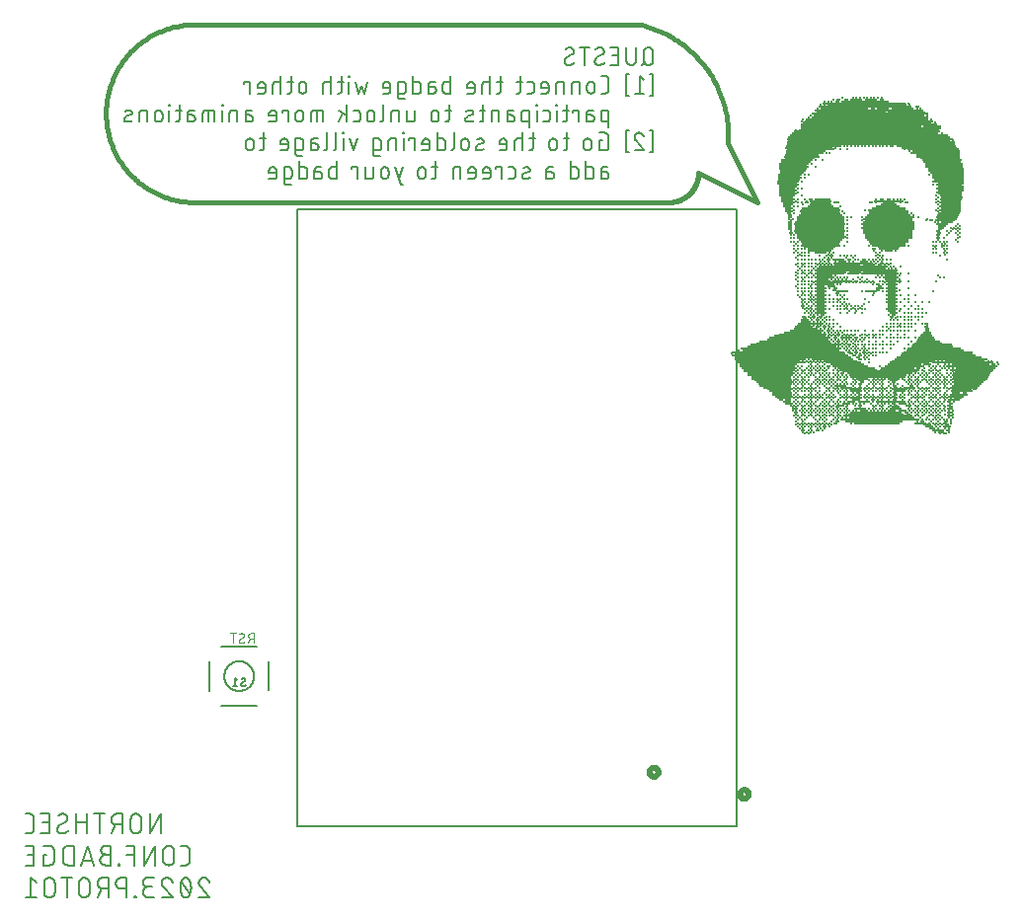
<source format=gbr>
G04 EAGLE Gerber RS-274X export*
G75*
%MOMM*%
%FSLAX34Y34*%
%LPD*%
%INSilkscreen Bottom*%
%IPPOS*%
%AMOC8*
5,1,8,0,0,1.08239X$1,22.5*%
G01*
%ADD10R,0.152400X0.152400*%
%ADD11R,0.457200X0.152400*%
%ADD12R,0.609600X0.152400*%
%ADD13R,1.066800X0.152400*%
%ADD14R,0.304800X0.152400*%
%ADD15R,0.762000X0.152400*%
%ADD16R,3.962400X0.152400*%
%ADD17R,5.029200X0.152400*%
%ADD18R,6.858000X0.152400*%
%ADD19R,5.638800X0.152400*%
%ADD20R,5.943600X0.152400*%
%ADD21R,4.724400X0.152400*%
%ADD22R,4.419600X0.152400*%
%ADD23R,2.590800X0.152400*%
%ADD24R,1.219200X0.152400*%
%ADD25R,1.524000X0.152400*%
%ADD26R,1.371600X0.152400*%
%ADD27R,1.676400X0.152400*%
%ADD28R,1.981200X0.152400*%
%ADD29R,2.286000X0.152400*%
%ADD30R,2.438400X0.152400*%
%ADD31R,2.743200X0.152400*%
%ADD32R,2.895600X0.152400*%
%ADD33R,3.200400X0.152400*%
%ADD34R,3.505200X0.152400*%
%ADD35R,3.048000X0.152400*%
%ADD36R,4.114800X0.152400*%
%ADD37R,4.267200X0.152400*%
%ADD38R,6.553200X0.152400*%
%ADD39R,3.810000X0.152400*%
%ADD40R,4.876800X0.152400*%
%ADD41R,5.334000X0.152400*%
%ADD42R,5.486400X0.152400*%
%ADD43R,6.096000X0.152400*%
%ADD44R,3.657600X0.152400*%
%ADD45R,7.924800X0.152400*%
%ADD46R,10.058400X0.152400*%
%ADD47R,7.315200X0.152400*%
%ADD48R,9.448800X0.152400*%
%ADD49R,9.753600X0.152400*%
%ADD50R,8.382000X0.152400*%
%ADD51R,8.686800X0.152400*%
%ADD52R,4.572000X0.152400*%
%ADD53R,7.620000X0.152400*%
%ADD54R,7.772400X0.152400*%
%ADD55R,3.352800X0.152400*%
%ADD56R,2.133600X0.152400*%
%ADD57R,0.914400X0.152400*%
%ADD58R,7.162800X0.152400*%
%ADD59R,1.828800X0.152400*%
%ADD60R,5.181600X0.152400*%
%ADD61R,14.478000X0.152400*%
%ADD62R,13.868400X0.152400*%
%ADD63R,14.325600X0.152400*%
%ADD64R,13.563600X0.152400*%
%ADD65R,12.649200X0.152400*%
%ADD66R,12.039600X0.152400*%
%ADD67R,10.363200X0.152400*%
%ADD68R,11.734800X0.152400*%
%ADD69R,11.125200X0.152400*%
%ADD70R,10.515600X0.152400*%
%ADD71R,9.601200X0.152400*%
%ADD72R,9.296400X0.152400*%
%ADD73R,8.077200X0.152400*%
%ADD74C,0.406400*%
%ADD75C,0.127000*%
%ADD76C,0.152400*%
%ADD77C,0.076200*%
%ADD78C,0.203200*%
%ADD79C,0.508000*%


D10*
X726440Y410972D03*
X729488Y410972D03*
X842264Y410972D03*
D11*
X846836Y410972D03*
D10*
X724916Y412496D03*
X727964Y412496D03*
X731012Y412496D03*
X734060Y412496D03*
X837692Y412496D03*
D12*
X843026Y412496D03*
D10*
X849884Y412496D03*
D11*
X724916Y414020D03*
D10*
X729488Y414020D03*
X732536Y414020D03*
D11*
X737108Y414020D03*
D10*
X741680Y414020D03*
D13*
X840740Y414020D03*
D14*
X849122Y414020D03*
D10*
X721868Y415544D03*
X724916Y415544D03*
X731012Y415544D03*
X737108Y415544D03*
X740156Y415544D03*
X743204Y415544D03*
D12*
X835406Y415544D03*
D10*
X840740Y415544D03*
X846836Y415544D03*
X849884Y415544D03*
X720344Y417068D03*
X723392Y417068D03*
X726440Y417068D03*
X729488Y417068D03*
X732536Y417068D03*
X735584Y417068D03*
X738632Y417068D03*
D11*
X743204Y417068D03*
D10*
X747776Y417068D03*
D15*
X833120Y417068D03*
D10*
X839216Y417068D03*
X842264Y417068D03*
D15*
X848360Y417068D03*
D10*
X718820Y418592D03*
X721868Y418592D03*
X724916Y418592D03*
X727964Y418592D03*
X731012Y418592D03*
X734060Y418592D03*
X737108Y418592D03*
X740156Y418592D03*
X743204Y418592D03*
X746252Y418592D03*
X749300Y418592D03*
D15*
X831596Y418592D03*
D10*
X837692Y418592D03*
X840740Y418592D03*
X843788Y418592D03*
D11*
X848360Y418592D03*
D10*
X720344Y420116D03*
X723392Y420116D03*
X726440Y420116D03*
X729488Y420116D03*
X732536Y420116D03*
X735584Y420116D03*
X738632Y420116D03*
X741680Y420116D03*
X744728Y420116D03*
X747776Y420116D03*
D11*
X752348Y420116D03*
D10*
X766064Y420116D03*
D16*
X788162Y420116D03*
D13*
X825500Y420116D03*
D10*
X833120Y420116D03*
X836168Y420116D03*
X839216Y420116D03*
X842264Y420116D03*
D11*
X846836Y420116D03*
D10*
X851408Y420116D03*
X718820Y421640D03*
X724916Y421640D03*
X737108Y421640D03*
X743204Y421640D03*
X749300Y421640D03*
D11*
X753872Y421640D03*
D17*
X785876Y421640D03*
D10*
X822452Y421640D03*
D11*
X827024Y421640D03*
D10*
X834644Y421640D03*
X840740Y421640D03*
D14*
X847598Y421640D03*
D10*
X851408Y421640D03*
X720344Y423164D03*
X723392Y423164D03*
X726440Y423164D03*
X735584Y423164D03*
X738632Y423164D03*
X741680Y423164D03*
X744728Y423164D03*
X750824Y423164D03*
X753872Y423164D03*
D18*
X790448Y423164D03*
D10*
X827024Y423164D03*
X830072Y423164D03*
X833120Y423164D03*
X836168Y423164D03*
X839216Y423164D03*
X842264Y423164D03*
X845312Y423164D03*
X848360Y423164D03*
X851408Y423164D03*
X718820Y424688D03*
X721868Y424688D03*
X727964Y424688D03*
X734060Y424688D03*
X740156Y424688D03*
X743204Y424688D03*
X752348Y424688D03*
X755396Y424688D03*
X758444Y424688D03*
X761492Y424688D03*
D19*
X791972Y424688D03*
D10*
X825500Y424688D03*
X831596Y424688D03*
X837692Y424688D03*
X840740Y424688D03*
X843788Y424688D03*
X849884Y424688D03*
X852932Y424688D03*
X717296Y426212D03*
X720344Y426212D03*
X723392Y426212D03*
X726440Y426212D03*
X729488Y426212D03*
X732536Y426212D03*
X735584Y426212D03*
X738632Y426212D03*
X741680Y426212D03*
X744728Y426212D03*
X747776Y426212D03*
X750824Y426212D03*
X753872Y426212D03*
X756920Y426212D03*
D20*
X788924Y426212D03*
D10*
X820928Y426212D03*
X823976Y426212D03*
X827024Y426212D03*
X833120Y426212D03*
X836168Y426212D03*
X839216Y426212D03*
X842264Y426212D03*
D12*
X850646Y426212D03*
D10*
X718820Y427736D03*
X724916Y427736D03*
X731012Y427736D03*
X737108Y427736D03*
X743204Y427736D03*
X749300Y427736D03*
X755396Y427736D03*
X761492Y427736D03*
D21*
X787400Y427736D03*
D11*
X814832Y427736D03*
D10*
X822452Y427736D03*
X828548Y427736D03*
X834644Y427736D03*
X840740Y427736D03*
X846836Y427736D03*
X849884Y427736D03*
X852932Y427736D03*
D11*
X718820Y429260D03*
D10*
X723392Y429260D03*
X726440Y429260D03*
X729488Y429260D03*
X732536Y429260D03*
X735584Y429260D03*
X738632Y429260D03*
X741680Y429260D03*
X744728Y429260D03*
X747776Y429260D03*
X750824Y429260D03*
X753872Y429260D03*
X756920Y429260D03*
X759968Y429260D03*
X763016Y429260D03*
D22*
X787400Y429260D03*
D11*
X813308Y429260D03*
D10*
X817880Y429260D03*
X820928Y429260D03*
X823976Y429260D03*
X827024Y429260D03*
X830072Y429260D03*
X833120Y429260D03*
X836168Y429260D03*
X839216Y429260D03*
X842264Y429260D03*
D12*
X850646Y429260D03*
D10*
X715772Y430784D03*
X718820Y430784D03*
X721868Y430784D03*
X724916Y430784D03*
X727964Y430784D03*
X731012Y430784D03*
X734060Y430784D03*
X737108Y430784D03*
X740156Y430784D03*
X743204Y430784D03*
X746252Y430784D03*
X749300Y430784D03*
X752348Y430784D03*
X755396Y430784D03*
X758444Y430784D03*
X761492Y430784D03*
X764540Y430784D03*
X767588Y430784D03*
X770636Y430784D03*
D15*
X776732Y430784D03*
D10*
X782828Y430784D03*
X785876Y430784D03*
X788924Y430784D03*
X791972Y430784D03*
X795020Y430784D03*
D15*
X801116Y430784D03*
X810260Y430784D03*
D10*
X816356Y430784D03*
X819404Y430784D03*
X822452Y430784D03*
X825500Y430784D03*
X828548Y430784D03*
X831596Y430784D03*
X834644Y430784D03*
X837692Y430784D03*
X840740Y430784D03*
X843788Y430784D03*
X846836Y430784D03*
X849884Y430784D03*
X852932Y430784D03*
D12*
X718058Y432308D03*
D10*
X723392Y432308D03*
X726440Y432308D03*
X729488Y432308D03*
X732536Y432308D03*
X735584Y432308D03*
X738632Y432308D03*
X741680Y432308D03*
X744728Y432308D03*
X747776Y432308D03*
X750824Y432308D03*
X753872Y432308D03*
X756920Y432308D03*
X759968Y432308D03*
X763016Y432308D03*
D13*
X773684Y432308D03*
D10*
X781304Y432308D03*
X784352Y432308D03*
X787400Y432308D03*
X790448Y432308D03*
X793496Y432308D03*
X796544Y432308D03*
D13*
X804164Y432308D03*
D10*
X814832Y432308D03*
X817880Y432308D03*
X820928Y432308D03*
X823976Y432308D03*
X827024Y432308D03*
X830072Y432308D03*
X833120Y432308D03*
X836168Y432308D03*
X839216Y432308D03*
X842264Y432308D03*
X845312Y432308D03*
D12*
X850646Y432308D03*
D10*
X715772Y433832D03*
X718820Y433832D03*
X724916Y433832D03*
X731012Y433832D03*
X737108Y433832D03*
X743204Y433832D03*
X749300Y433832D03*
D11*
X753872Y433832D03*
D10*
X761492Y433832D03*
X773684Y433832D03*
X785876Y433832D03*
X791972Y433832D03*
X798068Y433832D03*
D15*
X804164Y433832D03*
D10*
X816356Y433832D03*
X822452Y433832D03*
X828548Y433832D03*
X834644Y433832D03*
X840740Y433832D03*
X846836Y433832D03*
D11*
X851408Y433832D03*
D10*
X714248Y435356D03*
X717296Y435356D03*
X720344Y435356D03*
X723392Y435356D03*
X726440Y435356D03*
X729488Y435356D03*
X732536Y435356D03*
X735584Y435356D03*
X738632Y435356D03*
X741680Y435356D03*
X744728Y435356D03*
X747776Y435356D03*
X750824Y435356D03*
D15*
X756920Y435356D03*
D10*
X763016Y435356D03*
X769112Y435356D03*
D11*
X773684Y435356D03*
D10*
X784352Y435356D03*
X787400Y435356D03*
X790448Y435356D03*
X793496Y435356D03*
X799592Y435356D03*
D11*
X804164Y435356D03*
D12*
X815594Y435356D03*
D10*
X820928Y435356D03*
X823976Y435356D03*
X827024Y435356D03*
X830072Y435356D03*
X833120Y435356D03*
X836168Y435356D03*
X839216Y435356D03*
X842264Y435356D03*
X845312Y435356D03*
D11*
X849884Y435356D03*
D15*
X712724Y436880D03*
D10*
X718820Y436880D03*
X721868Y436880D03*
X727964Y436880D03*
X731012Y436880D03*
X734060Y436880D03*
X740156Y436880D03*
X743204Y436880D03*
X746252Y436880D03*
X752348Y436880D03*
X755396Y436880D03*
D15*
X761492Y436880D03*
D10*
X767588Y436880D03*
X770636Y436880D03*
X773684Y436880D03*
X776732Y436880D03*
X782828Y436880D03*
X788924Y436880D03*
X791972Y436880D03*
X795020Y436880D03*
X798068Y436880D03*
D11*
X802640Y436880D03*
D15*
X810260Y436880D03*
D10*
X816356Y436880D03*
X819404Y436880D03*
X825500Y436880D03*
X828548Y436880D03*
X831596Y436880D03*
X837692Y436880D03*
X840740Y436880D03*
X843788Y436880D03*
D11*
X851408Y436880D03*
D15*
X711200Y438404D03*
D10*
X717296Y438404D03*
X720344Y438404D03*
X723392Y438404D03*
X726440Y438404D03*
X729488Y438404D03*
X732536Y438404D03*
X735584Y438404D03*
X741680Y438404D03*
X744728Y438404D03*
X747776Y438404D03*
X750824Y438404D03*
X753872Y438404D03*
X756920Y438404D03*
X759968Y438404D03*
D15*
X766064Y438404D03*
D13*
X776732Y438404D03*
D10*
X784352Y438404D03*
D23*
X799592Y438404D03*
D10*
X814832Y438404D03*
X817880Y438404D03*
X820928Y438404D03*
X823976Y438404D03*
X827024Y438404D03*
X830072Y438404D03*
X833120Y438404D03*
X836168Y438404D03*
X839216Y438404D03*
X842264Y438404D03*
X845312Y438404D03*
D11*
X849884Y438404D03*
D10*
X854456Y438404D03*
D14*
X705866Y439928D03*
D12*
X711962Y439928D03*
D10*
X718820Y439928D03*
X724916Y439928D03*
X731012Y439928D03*
X737108Y439928D03*
X743204Y439928D03*
X749300Y439928D03*
X755396Y439928D03*
X761492Y439928D03*
D15*
X770636Y439928D03*
D10*
X779780Y439928D03*
D11*
X784352Y439928D03*
D10*
X788924Y439928D03*
X791972Y439928D03*
X798068Y439928D03*
D14*
X803402Y439928D03*
D10*
X810260Y439928D03*
X816356Y439928D03*
X822452Y439928D03*
X828548Y439928D03*
X834644Y439928D03*
X840740Y439928D03*
X846836Y439928D03*
D13*
X854456Y439928D03*
D24*
X708914Y441452D03*
D10*
X717296Y441452D03*
X720344Y441452D03*
X723392Y441452D03*
X726440Y441452D03*
X729488Y441452D03*
X732536Y441452D03*
X735584Y441452D03*
X738632Y441452D03*
X741680Y441452D03*
X744728Y441452D03*
X747776Y441452D03*
X750824Y441452D03*
X756920Y441452D03*
X759968Y441452D03*
X763016Y441452D03*
D13*
X770636Y441452D03*
D10*
X778256Y441452D03*
X781304Y441452D03*
X784352Y441452D03*
X787400Y441452D03*
X790448Y441452D03*
X793496Y441452D03*
X796544Y441452D03*
X799592Y441452D03*
D11*
X804164Y441452D03*
D10*
X808736Y441452D03*
X811784Y441452D03*
X817880Y441452D03*
X820928Y441452D03*
X823976Y441452D03*
X827024Y441452D03*
X833120Y441452D03*
X836168Y441452D03*
X839216Y441452D03*
X842264Y441452D03*
X845312Y441452D03*
X848360Y441452D03*
X851408Y441452D03*
D15*
X857504Y441452D03*
D25*
X708914Y442976D03*
D10*
X718820Y442976D03*
X721868Y442976D03*
X724916Y442976D03*
X727964Y442976D03*
X731012Y442976D03*
X734060Y442976D03*
X737108Y442976D03*
X740156Y442976D03*
X746252Y442976D03*
X749300Y442976D03*
X752348Y442976D03*
X758444Y442976D03*
X761492Y442976D03*
X764540Y442976D03*
X767588Y442976D03*
D11*
X772160Y442976D03*
D10*
X776732Y442976D03*
X779780Y442976D03*
X782828Y442976D03*
X785876Y442976D03*
X788924Y442976D03*
X791972Y442976D03*
X795020Y442976D03*
X798068Y442976D03*
D11*
X802640Y442976D03*
D10*
X807212Y442976D03*
X810260Y442976D03*
X819404Y442976D03*
X822452Y442976D03*
X825500Y442976D03*
X828548Y442976D03*
X834644Y442976D03*
X837692Y442976D03*
X843788Y442976D03*
X846836Y442976D03*
D26*
X855980Y442976D03*
D27*
X706628Y444500D03*
D10*
X717296Y444500D03*
X720344Y444500D03*
X726440Y444500D03*
X729488Y444500D03*
X732536Y444500D03*
X735584Y444500D03*
X738632Y444500D03*
X741680Y444500D03*
X744728Y444500D03*
X747776Y444500D03*
X750824Y444500D03*
X756920Y444500D03*
X759968Y444500D03*
X763016Y444500D03*
X766064Y444500D03*
X769112Y444500D03*
D11*
X773684Y444500D03*
D10*
X778256Y444500D03*
X781304Y444500D03*
X784352Y444500D03*
X790448Y444500D03*
X793496Y444500D03*
X796544Y444500D03*
X799592Y444500D03*
D11*
X804164Y444500D03*
D10*
X808736Y444500D03*
X811784Y444500D03*
X814832Y444500D03*
X817880Y444500D03*
X820928Y444500D03*
X823976Y444500D03*
X827024Y444500D03*
X830072Y444500D03*
X833120Y444500D03*
X836168Y444500D03*
X839216Y444500D03*
X842264Y444500D03*
X845312Y444500D03*
X848360Y444500D03*
D25*
X858266Y444500D03*
D27*
X706628Y446024D03*
D10*
X718820Y446024D03*
X731012Y446024D03*
X737108Y446024D03*
X743204Y446024D03*
X749300Y446024D03*
X755396Y446024D03*
X761492Y446024D03*
X767588Y446024D03*
D11*
X772160Y446024D03*
D10*
X779780Y446024D03*
X791972Y446024D03*
X798068Y446024D03*
D14*
X803402Y446024D03*
D10*
X810260Y446024D03*
X816356Y446024D03*
X822452Y446024D03*
X828548Y446024D03*
X834644Y446024D03*
X840740Y446024D03*
X846836Y446024D03*
D15*
X855980Y446024D03*
D11*
X863600Y446024D03*
D28*
X705104Y447548D03*
D10*
X717296Y447548D03*
X720344Y447548D03*
X723392Y447548D03*
X726440Y447548D03*
X729488Y447548D03*
X732536Y447548D03*
X735584Y447548D03*
X738632Y447548D03*
X744728Y447548D03*
X747776Y447548D03*
X750824Y447548D03*
X753872Y447548D03*
X756920Y447548D03*
X759968Y447548D03*
X763016Y447548D03*
D13*
X770636Y447548D03*
D10*
X778256Y447548D03*
X781304Y447548D03*
X784352Y447548D03*
X787400Y447548D03*
X790448Y447548D03*
X793496Y447548D03*
X796544Y447548D03*
X799592Y447548D03*
D13*
X807212Y447548D03*
D10*
X814832Y447548D03*
X817880Y447548D03*
X820928Y447548D03*
X823976Y447548D03*
X827024Y447548D03*
X830072Y447548D03*
X833120Y447548D03*
X836168Y447548D03*
X839216Y447548D03*
X842264Y447548D03*
X848360Y447548D03*
D28*
X860552Y447548D03*
D29*
X705104Y449072D03*
D10*
X718820Y449072D03*
X721868Y449072D03*
X727964Y449072D03*
X731012Y449072D03*
X734060Y449072D03*
X746252Y449072D03*
X752348Y449072D03*
X755396Y449072D03*
X758444Y449072D03*
X761492Y449072D03*
D13*
X769112Y449072D03*
D10*
X776732Y449072D03*
X779780Y449072D03*
X782828Y449072D03*
X788924Y449072D03*
X791972Y449072D03*
X795020Y449072D03*
D26*
X807212Y449072D03*
D10*
X816356Y449072D03*
X819404Y449072D03*
X825500Y449072D03*
X828548Y449072D03*
X831596Y449072D03*
X837692Y449072D03*
X840740Y449072D03*
X849884Y449072D03*
D27*
X860552Y449072D03*
D14*
X871982Y449072D03*
D30*
X702818Y450596D03*
D10*
X717296Y450596D03*
X720344Y450596D03*
X723392Y450596D03*
X726440Y450596D03*
X729488Y450596D03*
X732536Y450596D03*
X735584Y450596D03*
X738632Y450596D03*
X744728Y450596D03*
X747776Y450596D03*
X750824Y450596D03*
X753872Y450596D03*
D13*
X761492Y450596D03*
D10*
X769112Y450596D03*
D11*
X773684Y450596D03*
D10*
X778256Y450596D03*
X781304Y450596D03*
X784352Y450596D03*
X787400Y450596D03*
X790448Y450596D03*
X793496Y450596D03*
X796544Y450596D03*
X799592Y450596D03*
D11*
X804164Y450596D03*
D10*
X808736Y450596D03*
D13*
X816356Y450596D03*
D10*
X823976Y450596D03*
X827024Y450596D03*
X830072Y450596D03*
X833120Y450596D03*
X836168Y450596D03*
X839216Y450596D03*
X842264Y450596D03*
X845312Y450596D03*
X848360Y450596D03*
D30*
X862838Y450596D03*
D31*
X701294Y452120D03*
D10*
X718820Y452120D03*
X724916Y452120D03*
X731012Y452120D03*
X737108Y452120D03*
X743204Y452120D03*
X749300Y452120D03*
D13*
X756920Y452120D03*
D10*
X767588Y452120D03*
X773684Y452120D03*
X779780Y452120D03*
X785876Y452120D03*
X791972Y452120D03*
X798068Y452120D03*
D14*
X803402Y452120D03*
D10*
X810260Y452120D03*
D11*
X817880Y452120D03*
D10*
X822452Y452120D03*
X834644Y452120D03*
X840740Y452120D03*
X846836Y452120D03*
D30*
X864362Y452120D03*
D32*
X700532Y453644D03*
D10*
X717296Y453644D03*
X720344Y453644D03*
X723392Y453644D03*
X726440Y453644D03*
X729488Y453644D03*
X732536Y453644D03*
X735584Y453644D03*
X738632Y453644D03*
X741680Y453644D03*
X744728Y453644D03*
X747776Y453644D03*
X750824Y453644D03*
X753872Y453644D03*
X756920Y453644D03*
X759968Y453644D03*
X763016Y453644D03*
X766064Y453644D03*
X769112Y453644D03*
D11*
X773684Y453644D03*
D10*
X781304Y453644D03*
X784352Y453644D03*
X787400Y453644D03*
X790448Y453644D03*
X793496Y453644D03*
X799592Y453644D03*
X802640Y453644D03*
X805688Y453644D03*
X814832Y453644D03*
X817880Y453644D03*
X820928Y453644D03*
X823976Y453644D03*
X833120Y453644D03*
X836168Y453644D03*
X839216Y453644D03*
X842264Y453644D03*
X845312Y453644D03*
X848360Y453644D03*
X851408Y453644D03*
D30*
X865886Y453644D03*
D33*
X700532Y455168D03*
D10*
X718820Y455168D03*
X721868Y455168D03*
X724916Y455168D03*
X727964Y455168D03*
X734060Y455168D03*
X737108Y455168D03*
X740156Y455168D03*
X743204Y455168D03*
X746252Y455168D03*
X749300Y455168D03*
X752348Y455168D03*
X758444Y455168D03*
X761492Y455168D03*
X767588Y455168D03*
X770636Y455168D03*
D11*
X775208Y455168D03*
D10*
X782828Y455168D03*
X785876Y455168D03*
X788924Y455168D03*
X791972Y455168D03*
X798068Y455168D03*
D11*
X802640Y455168D03*
D10*
X813308Y455168D03*
X816356Y455168D03*
X819404Y455168D03*
X822452Y455168D03*
X825500Y455168D03*
X831596Y455168D03*
X834644Y455168D03*
X837692Y455168D03*
X840740Y455168D03*
X843788Y455168D03*
X846836Y455168D03*
X849884Y455168D03*
D31*
X865886Y455168D03*
D33*
X699008Y456692D03*
D10*
X717296Y456692D03*
X720344Y456692D03*
X723392Y456692D03*
X726440Y456692D03*
X729488Y456692D03*
X735584Y456692D03*
X738632Y456692D03*
X741680Y456692D03*
X744728Y456692D03*
X747776Y456692D03*
X750824Y456692D03*
X753872Y456692D03*
X756920Y456692D03*
X759968Y456692D03*
X769112Y456692D03*
D12*
X774446Y456692D03*
D10*
X781304Y456692D03*
X784352Y456692D03*
X787400Y456692D03*
X790448Y456692D03*
X793496Y456692D03*
D15*
X802640Y456692D03*
D10*
X811784Y456692D03*
X814832Y456692D03*
X817880Y456692D03*
X820928Y456692D03*
X823976Y456692D03*
X827024Y456692D03*
X830072Y456692D03*
X833120Y456692D03*
X836168Y456692D03*
X839216Y456692D03*
X842264Y456692D03*
X845312Y456692D03*
X848360Y456692D03*
X851408Y456692D03*
D31*
X867410Y456692D03*
D34*
X697484Y458216D03*
D10*
X718820Y458216D03*
X724916Y458216D03*
X737108Y458216D03*
X743204Y458216D03*
X749300Y458216D03*
X755396Y458216D03*
X761492Y458216D03*
X767588Y458216D03*
D13*
X775208Y458216D03*
D10*
X785876Y458216D03*
X788924Y458216D03*
X791972Y458216D03*
X795020Y458216D03*
D13*
X802640Y458216D03*
D10*
X810260Y458216D03*
X816356Y458216D03*
X822452Y458216D03*
X828548Y458216D03*
X834644Y458216D03*
X840740Y458216D03*
X846836Y458216D03*
D35*
X867410Y458216D03*
D34*
X697484Y459740D03*
D10*
X717296Y459740D03*
X720344Y459740D03*
X723392Y459740D03*
X726440Y459740D03*
X729488Y459740D03*
X735584Y459740D03*
X738632Y459740D03*
X741680Y459740D03*
X744728Y459740D03*
X747776Y459740D03*
X750824Y459740D03*
X753872Y459740D03*
X756920Y459740D03*
X759968Y459740D03*
X763016Y459740D03*
D21*
X788924Y459740D03*
D10*
X814832Y459740D03*
X817880Y459740D03*
X820928Y459740D03*
X823976Y459740D03*
X827024Y459740D03*
X830072Y459740D03*
X833120Y459740D03*
X836168Y459740D03*
X839216Y459740D03*
X842264Y459740D03*
X845312Y459740D03*
X848360Y459740D03*
X851408Y459740D03*
D35*
X868934Y459740D03*
D16*
X696722Y461264D03*
D10*
X718820Y461264D03*
X721868Y461264D03*
X727964Y461264D03*
X731012Y461264D03*
X734060Y461264D03*
X740156Y461264D03*
X743204Y461264D03*
X746252Y461264D03*
X752348Y461264D03*
X755396Y461264D03*
X758444Y461264D03*
X761492Y461264D03*
D17*
X788924Y461264D03*
D10*
X816356Y461264D03*
X819404Y461264D03*
X825500Y461264D03*
X828548Y461264D03*
X831596Y461264D03*
X837692Y461264D03*
X840740Y461264D03*
X843788Y461264D03*
X849884Y461264D03*
D33*
X868172Y461264D03*
D36*
X697484Y462788D03*
D10*
X720344Y462788D03*
X723392Y462788D03*
X726440Y462788D03*
X729488Y462788D03*
X732536Y462788D03*
X735584Y462788D03*
X738632Y462788D03*
X741680Y462788D03*
X744728Y462788D03*
X747776Y462788D03*
X750824Y462788D03*
X753872Y462788D03*
D11*
X758444Y462788D03*
D19*
X790448Y462788D03*
D10*
X820928Y462788D03*
X823976Y462788D03*
X827024Y462788D03*
X830072Y462788D03*
X833120Y462788D03*
X836168Y462788D03*
X839216Y462788D03*
X842264Y462788D03*
X848360Y462788D03*
X851408Y462788D03*
D33*
X869696Y462788D03*
D37*
X695198Y464312D03*
D10*
X718820Y464312D03*
X724916Y464312D03*
X731012Y464312D03*
X737108Y464312D03*
X743204Y464312D03*
X755396Y464312D03*
D38*
X790448Y464312D03*
D10*
X828548Y464312D03*
X834644Y464312D03*
X840740Y464312D03*
X852932Y464312D03*
D33*
X871220Y464312D03*
D22*
X695960Y465836D03*
D10*
X720344Y465836D03*
X723392Y465836D03*
X726440Y465836D03*
X729488Y465836D03*
X732536Y465836D03*
X735584Y465836D03*
X738632Y465836D03*
X741680Y465836D03*
X744728Y465836D03*
X750824Y465836D03*
X753872Y465836D03*
D33*
X772160Y465836D03*
D34*
X807212Y465836D03*
D10*
X827024Y465836D03*
X833120Y465836D03*
X836168Y465836D03*
X839216Y465836D03*
X842264Y465836D03*
X848360Y465836D03*
D39*
X869696Y465836D03*
D21*
X695960Y467360D03*
D10*
X721868Y467360D03*
X727964Y467360D03*
X731012Y467360D03*
X734060Y467360D03*
X737108Y467360D03*
X740156Y467360D03*
X743204Y467360D03*
X746252Y467360D03*
X752348Y467360D03*
D33*
X770636Y467360D03*
D32*
X805688Y467360D03*
D11*
X823976Y467360D03*
D10*
X828548Y467360D03*
X834644Y467360D03*
X837692Y467360D03*
X843788Y467360D03*
X846836Y467360D03*
X849884Y467360D03*
X852932Y467360D03*
D34*
X872744Y467360D03*
D21*
X694436Y468884D03*
D10*
X720344Y468884D03*
X723392Y468884D03*
X729488Y468884D03*
X732536Y468884D03*
X735584Y468884D03*
X738632Y468884D03*
X741680Y468884D03*
D11*
X746252Y468884D03*
D35*
X765302Y468884D03*
D10*
X790448Y468884D03*
D34*
X811784Y468884D03*
D10*
X833120Y468884D03*
X836168Y468884D03*
X839216Y468884D03*
X842264Y468884D03*
X845312Y468884D03*
D22*
X869696Y468884D03*
D40*
X695198Y470408D03*
D10*
X731012Y470408D03*
X737108Y470408D03*
X743204Y470408D03*
D32*
X763016Y470408D03*
X811784Y470408D03*
D15*
X831596Y470408D03*
D10*
X840740Y470408D03*
X846836Y470408D03*
X849884Y470408D03*
D33*
X868172Y470408D03*
D11*
X887984Y470408D03*
D10*
X892556Y470408D03*
D20*
X697484Y471932D03*
D10*
X729488Y471932D03*
X732536Y471932D03*
X735584Y471932D03*
X738632Y471932D03*
X741680Y471932D03*
D35*
X759206Y471932D03*
D10*
X781304Y471932D03*
D34*
X816356Y471932D03*
D41*
X862076Y471932D03*
D10*
X891032Y471932D03*
D42*
X695198Y473456D03*
D10*
X724916Y473456D03*
X727964Y473456D03*
X731012Y473456D03*
X734060Y473456D03*
X737108Y473456D03*
X740156Y473456D03*
D32*
X756920Y473456D03*
D39*
X819404Y473456D03*
D10*
X840740Y473456D03*
X843788Y473456D03*
D34*
X863600Y473456D03*
D10*
X883412Y473456D03*
X886460Y473456D03*
D43*
X696722Y474980D03*
D10*
X729488Y474980D03*
D44*
X750062Y474980D03*
D11*
X773684Y474980D03*
D10*
X778256Y474980D03*
X781304Y474980D03*
D45*
X843026Y474980D03*
D46*
X716534Y476504D03*
D11*
X772160Y476504D03*
D10*
X776732Y476504D03*
X779780Y476504D03*
D47*
X841502Y476504D03*
D46*
X713486Y478028D03*
D14*
X768350Y478028D03*
D11*
X773684Y478028D03*
D10*
X778256Y478028D03*
X781304Y478028D03*
X784352Y478028D03*
X787400Y478028D03*
D38*
X840740Y478028D03*
D10*
X663956Y479552D03*
D48*
X713486Y479552D03*
D11*
X766064Y479552D03*
D10*
X770636Y479552D03*
X773684Y479552D03*
X776732Y479552D03*
X779780Y479552D03*
X782828Y479552D03*
D43*
X839978Y479552D03*
D49*
X711962Y481076D03*
D11*
X764540Y481076D03*
X770636Y481076D03*
X776732Y481076D03*
D10*
X781304Y481076D03*
X784352Y481076D03*
X787400Y481076D03*
X790448Y481076D03*
X793496Y481076D03*
X796544Y481076D03*
D20*
X840740Y481076D03*
D11*
X668528Y482600D03*
D50*
X714248Y482600D03*
D10*
X761492Y482600D03*
X764540Y482600D03*
X767588Y482600D03*
X770636Y482600D03*
X773684Y482600D03*
X776732Y482600D03*
X779780Y482600D03*
D17*
X837692Y482600D03*
D51*
X714248Y484124D03*
D10*
X759968Y484124D03*
X763016Y484124D03*
X766064Y484124D03*
X769112Y484124D03*
X772160Y484124D03*
X775208Y484124D03*
X778256Y484124D03*
X781304Y484124D03*
X784352Y484124D03*
X787400Y484124D03*
X793496Y484124D03*
X799592Y484124D03*
X811784Y484124D03*
D52*
X836930Y484124D03*
D53*
X715010Y485648D03*
D10*
X755396Y485648D03*
X758444Y485648D03*
X761492Y485648D03*
X764540Y485648D03*
X767588Y485648D03*
X770636Y485648D03*
X776732Y485648D03*
D44*
X835406Y485648D03*
D54*
X718820Y487172D03*
D10*
X759968Y487172D03*
D11*
X764540Y487172D03*
D10*
X769112Y487172D03*
X772160Y487172D03*
X775208Y487172D03*
X778256Y487172D03*
X781304Y487172D03*
X784352Y487172D03*
X787400Y487172D03*
X790448Y487172D03*
X793496Y487172D03*
X796544Y487172D03*
X799592Y487172D03*
X802640Y487172D03*
X814832Y487172D03*
D55*
X835406Y487172D03*
D38*
X717296Y488696D03*
D10*
X752348Y488696D03*
X755396Y488696D03*
X758444Y488696D03*
X761492Y488696D03*
X767588Y488696D03*
D30*
X832358Y488696D03*
D43*
X718058Y490220D03*
D10*
X750824Y490220D03*
D11*
X755396Y490220D03*
D10*
X759968Y490220D03*
X763016Y490220D03*
X766064Y490220D03*
X769112Y490220D03*
X772160Y490220D03*
X775208Y490220D03*
X781304Y490220D03*
X787400Y490220D03*
X793496Y490220D03*
X799592Y490220D03*
X805688Y490220D03*
X817880Y490220D03*
D56*
X832358Y490220D03*
D41*
X720344Y491744D03*
D10*
X749300Y491744D03*
X752348Y491744D03*
X755396Y491744D03*
X758444Y491744D03*
X761492Y491744D03*
X764540Y491744D03*
X767588Y491744D03*
X770636Y491744D03*
X773684Y491744D03*
X776732Y491744D03*
D25*
X830834Y491744D03*
D41*
X721868Y493268D03*
D11*
X752348Y493268D03*
D13*
X761492Y493268D03*
D11*
X770636Y493268D03*
D10*
X775208Y493268D03*
X778256Y493268D03*
X781304Y493268D03*
X784352Y493268D03*
X787400Y493268D03*
X790448Y493268D03*
X796544Y493268D03*
X799592Y493268D03*
X802640Y493268D03*
X805688Y493268D03*
X808736Y493268D03*
X811784Y493268D03*
X814832Y493268D03*
X820928Y493268D03*
D26*
X830072Y493268D03*
D22*
X721868Y494792D03*
D10*
X746252Y494792D03*
X749300Y494792D03*
X752348Y494792D03*
X755396Y494792D03*
X758444Y494792D03*
X761492Y494792D03*
X764540Y494792D03*
X767588Y494792D03*
X773684Y494792D03*
X779780Y494792D03*
X785876Y494792D03*
D13*
X830072Y494792D03*
D36*
X724916Y496316D03*
D10*
X747776Y496316D03*
X750824Y496316D03*
D11*
X755396Y496316D03*
D10*
X759968Y496316D03*
X763016Y496316D03*
X766064Y496316D03*
X769112Y496316D03*
X775208Y496316D03*
X778256Y496316D03*
X781304Y496316D03*
X784352Y496316D03*
X787400Y496316D03*
X790448Y496316D03*
X793496Y496316D03*
X799592Y496316D03*
X805688Y496316D03*
X811784Y496316D03*
D57*
X830834Y496316D03*
D33*
X724916Y497840D03*
D10*
X743204Y497840D03*
X746252Y497840D03*
X749300Y497840D03*
X752348Y497840D03*
X755396Y497840D03*
X758444Y497840D03*
D15*
X831596Y497840D03*
D32*
X727964Y499364D03*
D11*
X746252Y499364D03*
D10*
X750824Y499364D03*
X753872Y499364D03*
X756920Y499364D03*
X759968Y499364D03*
X763016Y499364D03*
X766064Y499364D03*
X769112Y499364D03*
X772160Y499364D03*
X778256Y499364D03*
X784352Y499364D03*
X790448Y499364D03*
X793496Y499364D03*
X796544Y499364D03*
X799592Y499364D03*
X802640Y499364D03*
X805688Y499364D03*
X808736Y499364D03*
X811784Y499364D03*
X814832Y499364D03*
X820928Y499364D03*
D11*
X831596Y499364D03*
D56*
X727202Y500888D03*
D10*
X740156Y500888D03*
X743204Y500888D03*
X746252Y500888D03*
X749300Y500888D03*
X798068Y500888D03*
D11*
X831596Y500888D03*
D25*
X725678Y502412D03*
D11*
X737108Y502412D03*
X743204Y502412D03*
D10*
X747776Y502412D03*
X750824Y502412D03*
X756920Y502412D03*
X793496Y502412D03*
X796544Y502412D03*
X799592Y502412D03*
X802640Y502412D03*
X805688Y502412D03*
X808736Y502412D03*
X811784Y502412D03*
X814832Y502412D03*
X817880Y502412D03*
D14*
X830834Y502412D03*
D24*
X725678Y503936D03*
D10*
X734060Y503936D03*
X737108Y503936D03*
X740156Y503936D03*
X743204Y503936D03*
X746252Y503936D03*
X807212Y503936D03*
X831596Y503936D03*
D29*
X731012Y505460D03*
D10*
X744728Y505460D03*
X747776Y505460D03*
X750824Y505460D03*
X753872Y505460D03*
X796544Y505460D03*
X799592Y505460D03*
X802640Y505460D03*
X805688Y505460D03*
X808736Y505460D03*
X811784Y505460D03*
X814832Y505460D03*
X817880Y505460D03*
X820928Y505460D03*
X827024Y505460D03*
D14*
X830834Y505460D03*
D57*
X727202Y506984D03*
D10*
X734060Y506984D03*
X737108Y506984D03*
X740156Y506984D03*
X743204Y506984D03*
D15*
X726440Y508508D03*
D10*
X732536Y508508D03*
D11*
X737108Y508508D03*
D10*
X741680Y508508D03*
X744728Y508508D03*
X747776Y508508D03*
X750824Y508508D03*
X799592Y508508D03*
X802640Y508508D03*
X805688Y508508D03*
X811784Y508508D03*
X814832Y508508D03*
X817880Y508508D03*
X823976Y508508D03*
D11*
X726440Y510032D03*
D10*
X731012Y510032D03*
X734060Y510032D03*
X737108Y510032D03*
X740156Y510032D03*
X743204Y510032D03*
X801116Y510032D03*
X804164Y510032D03*
D14*
X725678Y511556D03*
D10*
X729488Y511556D03*
D11*
X734060Y511556D03*
X740156Y511556D03*
D10*
X744728Y511556D03*
X747776Y511556D03*
D11*
X801116Y511556D03*
D10*
X805688Y511556D03*
X808736Y511556D03*
X811784Y511556D03*
X814832Y511556D03*
X817880Y511556D03*
X820928Y511556D03*
X823976Y511556D03*
X827024Y511556D03*
X731012Y513080D03*
X734060Y513080D03*
X737108Y513080D03*
D11*
X741680Y513080D03*
D10*
X798068Y513080D03*
D11*
X802640Y513080D03*
D10*
X726440Y514604D03*
X729488Y514604D03*
X732536Y514604D03*
D13*
X740156Y514604D03*
D10*
X756920Y514604D03*
X763016Y514604D03*
X769112Y514604D03*
X775208Y514604D03*
D15*
X802640Y514604D03*
D10*
X811784Y514604D03*
X814832Y514604D03*
X817880Y514604D03*
X823976Y514604D03*
X827024Y514604D03*
X830072Y514604D03*
X727964Y516128D03*
X731012Y516128D03*
X734060Y516128D03*
D15*
X740156Y516128D03*
D10*
X764540Y516128D03*
X770636Y516128D03*
D15*
X801116Y516128D03*
D10*
X807212Y516128D03*
X726440Y517652D03*
X729488Y517652D03*
X732536Y517652D03*
D13*
X740156Y517652D03*
D10*
X747776Y517652D03*
X753872Y517652D03*
X756920Y517652D03*
X759968Y517652D03*
X763016Y517652D03*
X766064Y517652D03*
X769112Y517652D03*
X772160Y517652D03*
X775208Y517652D03*
X778256Y517652D03*
D13*
X801116Y517652D03*
D10*
X808736Y517652D03*
X814832Y517652D03*
X820928Y517652D03*
X823976Y517652D03*
X827024Y517652D03*
X724916Y519176D03*
X727964Y519176D03*
X731012Y519176D03*
D15*
X740156Y519176D03*
D10*
X761492Y519176D03*
X767588Y519176D03*
X773684Y519176D03*
D15*
X801116Y519176D03*
D11*
X724916Y520700D03*
D10*
X729488Y520700D03*
X732536Y520700D03*
D13*
X740156Y520700D03*
D10*
X750824Y520700D03*
X753872Y520700D03*
X756920Y520700D03*
X759968Y520700D03*
X763016Y520700D03*
X766064Y520700D03*
X769112Y520700D03*
X772160Y520700D03*
X775208Y520700D03*
D57*
X801878Y520700D03*
D10*
X811784Y520700D03*
X817880Y520700D03*
X823976Y520700D03*
X724916Y522224D03*
X727964Y522224D03*
X734060Y522224D03*
D15*
X740156Y522224D03*
D10*
X758444Y522224D03*
X761492Y522224D03*
X764540Y522224D03*
X776732Y522224D03*
D15*
X801116Y522224D03*
D10*
X723392Y523748D03*
X726440Y523748D03*
X729488Y523748D03*
X732536Y523748D03*
D13*
X740156Y523748D03*
D10*
X747776Y523748D03*
X750824Y523748D03*
X753872Y523748D03*
X756920Y523748D03*
X759968Y523748D03*
X781304Y523748D03*
D13*
X801116Y523748D03*
D10*
X808736Y523748D03*
X814832Y523748D03*
X820928Y523748D03*
X827024Y523748D03*
X833120Y523748D03*
X724916Y525272D03*
X731012Y525272D03*
X734060Y525272D03*
D15*
X740156Y525272D03*
D10*
X755396Y525272D03*
D15*
X801116Y525272D03*
D10*
X723392Y526796D03*
X726440Y526796D03*
X729488Y526796D03*
X732536Y526796D03*
D13*
X740156Y526796D03*
D10*
X747776Y526796D03*
X750824Y526796D03*
X753872Y526796D03*
X756920Y526796D03*
X759968Y526796D03*
X763016Y526796D03*
X778256Y526796D03*
D13*
X801116Y526796D03*
D10*
X811784Y526796D03*
X814832Y526796D03*
X721868Y528320D03*
X731012Y528320D03*
X734060Y528320D03*
D15*
X740156Y528320D03*
D10*
X758444Y528320D03*
D15*
X801116Y528320D03*
D10*
X720344Y529844D03*
X723392Y529844D03*
X726440Y529844D03*
X729488Y529844D03*
X732536Y529844D03*
D13*
X740156Y529844D03*
D10*
X747776Y529844D03*
X753872Y529844D03*
X756920Y529844D03*
X759968Y529844D03*
X784352Y529844D03*
D13*
X801116Y529844D03*
D10*
X808736Y529844D03*
X814832Y529844D03*
X820928Y529844D03*
X724916Y531368D03*
X731012Y531368D03*
D15*
X740156Y531368D03*
D14*
X754634Y531368D03*
D10*
X785876Y531368D03*
D15*
X801116Y531368D03*
D10*
X720344Y532892D03*
X723392Y532892D03*
X726440Y532892D03*
X729488Y532892D03*
X732536Y532892D03*
D13*
X740156Y532892D03*
X758444Y532892D03*
D10*
X775208Y532892D03*
D13*
X782828Y532892D03*
D10*
X793496Y532892D03*
D13*
X801116Y532892D03*
D10*
X836168Y532892D03*
D15*
X740156Y534416D03*
D14*
X751586Y534416D03*
D11*
X788924Y534416D03*
D15*
X801116Y534416D03*
D10*
X807212Y534416D03*
X720344Y535940D03*
X723392Y535940D03*
X726440Y535940D03*
X729488Y535940D03*
X732536Y535940D03*
D13*
X740156Y535940D03*
D10*
X747776Y535940D03*
D11*
X752348Y535940D03*
D15*
X790448Y535940D03*
D13*
X801116Y535940D03*
D10*
X814832Y535940D03*
X718820Y537464D03*
X731012Y537464D03*
D15*
X740156Y537464D03*
X749300Y537464D03*
D11*
X790448Y537464D03*
D15*
X801116Y537464D03*
D10*
X720344Y538988D03*
X723392Y538988D03*
X726440Y538988D03*
X729488Y538988D03*
X732536Y538988D03*
D27*
X743204Y538988D03*
D10*
X753872Y538988D03*
X756920Y538988D03*
X784352Y538988D03*
D11*
X788924Y538988D03*
D10*
X793496Y538988D03*
D13*
X801116Y538988D03*
D10*
X734060Y540512D03*
D29*
X747776Y540512D03*
D10*
X761492Y540512D03*
X764540Y540512D03*
X767588Y540512D03*
X770636Y540512D03*
X773684Y540512D03*
X776732Y540512D03*
X779780Y540512D03*
X782828Y540512D03*
X785876Y540512D03*
X795020Y540512D03*
D15*
X801116Y540512D03*
D10*
X807212Y540512D03*
X720344Y542036D03*
X723392Y542036D03*
X726440Y542036D03*
X729488Y542036D03*
X732536Y542036D03*
D26*
X741680Y542036D03*
D27*
X758444Y542036D03*
D11*
X770636Y542036D03*
D10*
X775208Y542036D03*
X778256Y542036D03*
X781304Y542036D03*
X784352Y542036D03*
X790448Y542036D03*
X793496Y542036D03*
D26*
X802640Y542036D03*
D10*
X814832Y542036D03*
X839216Y542036D03*
X718820Y543560D03*
X724916Y543560D03*
D13*
X741680Y543560D03*
D10*
X749300Y543560D03*
X752348Y543560D03*
X755396Y543560D03*
X758444Y543560D03*
X761492Y543560D03*
X767588Y543560D03*
X773684Y543560D03*
X779780Y543560D03*
D13*
X799592Y543560D03*
D10*
X807212Y543560D03*
X720344Y545084D03*
X723392Y545084D03*
X726440Y545084D03*
X729488Y545084D03*
X732536Y545084D03*
D27*
X743204Y545084D03*
D10*
X753872Y545084D03*
X756920Y545084D03*
X759968Y545084D03*
X763016Y545084D03*
X772160Y545084D03*
X775208Y545084D03*
X787400Y545084D03*
X790448Y545084D03*
D26*
X799592Y545084D03*
D10*
X842264Y545084D03*
X845312Y545084D03*
X718820Y546608D03*
X727964Y546608D03*
X734060Y546608D03*
D26*
X743204Y546608D03*
D10*
X752348Y546608D03*
X788924Y546608D03*
X791972Y546608D03*
D13*
X799592Y546608D03*
D10*
X807212Y546608D03*
X840740Y546608D03*
X720344Y548132D03*
X723392Y548132D03*
X726440Y548132D03*
X729488Y548132D03*
X732536Y548132D03*
D23*
X747776Y548132D03*
D13*
X767588Y548132D03*
D33*
X790448Y548132D03*
D10*
X808736Y548132D03*
X814832Y548132D03*
X718820Y549656D03*
X724916Y549656D03*
X731012Y549656D03*
D23*
X749300Y549656D03*
D13*
X769112Y549656D03*
D32*
X790448Y549656D03*
D10*
X720344Y551180D03*
X723392Y551180D03*
X726440Y551180D03*
X729488Y551180D03*
X732536Y551180D03*
D58*
X770636Y551180D03*
D10*
X721868Y552704D03*
X734060Y552704D03*
D20*
X766064Y552704D03*
D10*
X798068Y552704D03*
X801116Y552704D03*
X804164Y552704D03*
X720344Y554228D03*
X723392Y554228D03*
X726440Y554228D03*
X729488Y554228D03*
X732536Y554228D03*
X735584Y554228D03*
D20*
X767588Y554228D03*
D10*
X799592Y554228D03*
X802640Y554228D03*
X808736Y554228D03*
X718820Y555752D03*
X724916Y555752D03*
X737108Y555752D03*
X740156Y555752D03*
X743204Y555752D03*
X746252Y555752D03*
X749300Y555752D03*
D29*
X763016Y555752D03*
D13*
X781304Y555752D03*
D11*
X790448Y555752D03*
D10*
X795020Y555752D03*
X798068Y555752D03*
X720344Y557276D03*
X723392Y557276D03*
X726440Y557276D03*
X729488Y557276D03*
X732536Y557276D03*
X735584Y557276D03*
X738632Y557276D03*
X741680Y557276D03*
X744728Y557276D03*
X747776Y557276D03*
D34*
X767588Y557276D03*
D10*
X787400Y557276D03*
D11*
X791972Y557276D03*
D10*
X796544Y557276D03*
X799592Y557276D03*
X740156Y558800D03*
X743204Y558800D03*
X746252Y558800D03*
X752348Y558800D03*
D15*
X758444Y558800D03*
D10*
X764540Y558800D03*
X767588Y558800D03*
D15*
X776732Y558800D03*
D10*
X782828Y558800D03*
X785876Y558800D03*
X788924Y558800D03*
X791972Y558800D03*
X720344Y560324D03*
X723392Y560324D03*
X726440Y560324D03*
X729488Y560324D03*
X732536Y560324D03*
X735584Y560324D03*
X738632Y560324D03*
X741680Y560324D03*
D11*
X746252Y560324D03*
D13*
X755396Y560324D03*
D11*
X764540Y560324D03*
D10*
X769112Y560324D03*
X772160Y560324D03*
D11*
X776732Y560324D03*
D10*
X781304Y560324D03*
X784352Y560324D03*
X787400Y560324D03*
X790448Y560324D03*
X793496Y560324D03*
X796544Y560324D03*
X799592Y560324D03*
X848360Y560324D03*
X718820Y561848D03*
X743204Y561848D03*
X746252Y561848D03*
X749300Y561848D03*
X761492Y561848D03*
X767588Y561848D03*
X788924Y561848D03*
X791972Y561848D03*
X720344Y563372D03*
X723392Y563372D03*
X726440Y563372D03*
X729488Y563372D03*
X738632Y563372D03*
X744728Y563372D03*
D11*
X749300Y563372D03*
D10*
X756920Y563372D03*
X759968Y563372D03*
X763016Y563372D03*
X766064Y563372D03*
X769112Y563372D03*
X787400Y563372D03*
X790448Y563372D03*
X793496Y563372D03*
X842264Y563372D03*
X721868Y564896D03*
X746252Y564896D03*
X749300Y564896D03*
X788924Y564896D03*
X846836Y564896D03*
X717296Y566420D03*
X720344Y566420D03*
X723392Y566420D03*
X726440Y566420D03*
X729488Y566420D03*
D13*
X740156Y566420D03*
D10*
X747776Y566420D03*
X750824Y566420D03*
X787400Y566420D03*
X790448Y566420D03*
X836168Y566420D03*
X839216Y566420D03*
X845312Y566420D03*
X848360Y566420D03*
X718820Y567944D03*
D56*
X739394Y567944D03*
D10*
X785876Y567944D03*
X791972Y567944D03*
D15*
X798068Y567944D03*
D10*
X804164Y567944D03*
X846836Y567944D03*
X717296Y569468D03*
X720344Y569468D03*
X723392Y569468D03*
X726440Y569468D03*
D29*
X740156Y569468D03*
D11*
X785876Y569468D03*
D27*
X798068Y569468D03*
D10*
X836168Y569468D03*
X839216Y569468D03*
X845312Y569468D03*
X848360Y569468D03*
D31*
X739394Y570992D03*
D28*
X798068Y570992D03*
D10*
X837692Y570992D03*
X843788Y570992D03*
X717296Y572516D03*
X720344Y572516D03*
D34*
X740156Y572516D03*
D10*
X759968Y572516D03*
X781304Y572516D03*
D32*
X798068Y572516D03*
D10*
X814832Y572516D03*
X836168Y572516D03*
X839216Y572516D03*
D14*
X844550Y572516D03*
D10*
X848360Y572516D03*
X718820Y574040D03*
D33*
X740156Y574040D03*
D35*
X797306Y574040D03*
D10*
X843788Y574040D03*
X846836Y574040D03*
X714248Y575564D03*
X717296Y575564D03*
X720344Y575564D03*
D34*
X740156Y575564D03*
D10*
X763016Y575564D03*
D34*
X798068Y575564D03*
D10*
X836168Y575564D03*
X839216Y575564D03*
X842264Y575564D03*
X845312Y575564D03*
X848360Y575564D03*
X857504Y575564D03*
D39*
X740156Y577088D03*
D44*
X797306Y577088D03*
D10*
X840740Y577088D03*
X855980Y577088D03*
X714248Y578612D03*
X717296Y578612D03*
D36*
X740156Y578612D03*
D10*
X763016Y578612D03*
D36*
X798068Y578612D03*
D11*
X840740Y578612D03*
D10*
X845312Y578612D03*
X857504Y578612D03*
D37*
X740918Y580136D03*
D36*
X798068Y580136D03*
D10*
X840740Y580136D03*
X859028Y580136D03*
X714248Y581660D03*
X717296Y581660D03*
D36*
X740156Y581660D03*
D10*
X763016Y581660D03*
D36*
X798068Y581660D03*
D11*
X840740Y581660D03*
D10*
X848360Y581660D03*
X857504Y581660D03*
D11*
X714248Y583184D03*
D37*
X739394Y583184D03*
X797306Y583184D03*
D14*
X841502Y583184D03*
D10*
X849884Y583184D03*
X855980Y583184D03*
X859028Y583184D03*
X714248Y584708D03*
D22*
X738632Y584708D03*
D10*
X763016Y584708D03*
D37*
X797306Y584708D03*
D11*
X840740Y584708D03*
D10*
X848360Y584708D03*
X851408Y584708D03*
X857504Y584708D03*
D14*
X713486Y586232D03*
D37*
X739394Y586232D03*
D22*
X798068Y586232D03*
D11*
X842264Y586232D03*
D10*
X852932Y586232D03*
X855980Y586232D03*
X859028Y586232D03*
D14*
X713486Y587756D03*
D37*
X739394Y587756D03*
D10*
X763016Y587756D03*
D52*
X797306Y587756D03*
D12*
X843026Y587756D03*
D10*
X851408Y587756D03*
X854456Y587756D03*
X857504Y587756D03*
D14*
X713486Y589280D03*
D37*
X739394Y589280D03*
D22*
X798068Y589280D03*
D15*
X843788Y589280D03*
D10*
X855980Y589280D03*
X859028Y589280D03*
D14*
X713486Y590804D03*
D22*
X738632Y590804D03*
D10*
X763016Y590804D03*
D52*
X797306Y590804D03*
D13*
X843788Y590804D03*
D10*
X857504Y590804D03*
D14*
X713486Y592328D03*
D37*
X739394Y592328D03*
D22*
X798068Y592328D03*
D10*
X837692Y592328D03*
X840740Y592328D03*
D13*
X848360Y592328D03*
D10*
X714248Y593852D03*
D36*
X740156Y593852D03*
D10*
X763016Y593852D03*
X775208Y593852D03*
D36*
X798068Y593852D03*
D10*
X830072Y593852D03*
D11*
X834644Y593852D03*
D27*
X846836Y593852D03*
D10*
X712724Y595376D03*
X715772Y595376D03*
D36*
X740156Y595376D03*
D37*
X797306Y595376D03*
D10*
X831596Y595376D03*
D27*
X848360Y595376D03*
D14*
X713486Y596900D03*
D36*
X740156Y596900D03*
D10*
X763016Y596900D03*
X766064Y596900D03*
X775208Y596900D03*
D37*
X798830Y596900D03*
D10*
X823976Y596900D03*
D28*
X848360Y596900D03*
D14*
X713486Y598424D03*
D39*
X740156Y598424D03*
X798068Y598424D03*
D10*
X819404Y598424D03*
D59*
X849122Y598424D03*
D11*
X712724Y599948D03*
D10*
X717296Y599948D03*
D34*
X740156Y599948D03*
D10*
X759968Y599948D03*
D34*
X798068Y599948D03*
D10*
X817880Y599948D03*
D28*
X849884Y599948D03*
D15*
X712724Y601472D03*
D55*
X739394Y601472D03*
D10*
X758444Y601472D03*
D34*
X798068Y601472D03*
D10*
X840740Y601472D03*
D27*
X851408Y601472D03*
D12*
X711962Y602996D03*
D10*
X717296Y602996D03*
D34*
X740156Y602996D03*
D10*
X778256Y602996D03*
D33*
X796544Y602996D03*
D10*
X839216Y602996D03*
D59*
X850646Y602996D03*
D15*
X712724Y604520D03*
D33*
X740156Y604520D03*
D32*
X798068Y604520D03*
D10*
X840740Y604520D03*
D27*
X851408Y604520D03*
D15*
X711200Y606044D03*
D10*
X717296Y606044D03*
X720344Y606044D03*
D29*
X740156Y606044D03*
D10*
X756920Y606044D03*
D56*
X797306Y606044D03*
D59*
X850646Y606044D03*
D57*
X711962Y607568D03*
D10*
X724916Y607568D03*
D28*
X740156Y607568D03*
D26*
X798068Y607568D03*
D10*
X840740Y607568D03*
D27*
X851408Y607568D03*
D13*
X712724Y609092D03*
D10*
X720344Y609092D03*
X723392Y609092D03*
D11*
X727964Y609092D03*
D27*
X740156Y609092D03*
D12*
X753110Y609092D03*
D11*
X782828Y609092D03*
D10*
X787400Y609092D03*
D13*
X798068Y609092D03*
D10*
X808736Y609092D03*
D11*
X813308Y609092D03*
D10*
X839216Y609092D03*
D59*
X850646Y609092D03*
D13*
X711200Y610616D03*
D10*
X718820Y610616D03*
X727964Y610616D03*
D28*
X740156Y610616D03*
D23*
X798068Y610616D03*
D10*
X840740Y610616D03*
D27*
X851408Y610616D03*
D24*
X711962Y612140D03*
D10*
X720344Y612140D03*
X726440Y612140D03*
D11*
X731012Y612140D03*
D26*
X741680Y612140D03*
D10*
X787400Y612140D03*
D11*
X791972Y612140D03*
X798068Y612140D03*
D10*
X802640Y612140D03*
X805688Y612140D03*
X808736Y612140D03*
X811784Y612140D03*
X839216Y612140D03*
D28*
X851408Y612140D03*
D13*
X711200Y613664D03*
D10*
X840740Y613664D03*
D59*
X852170Y613664D03*
D26*
X711200Y615188D03*
D10*
X723392Y615188D03*
X839216Y615188D03*
D28*
X851408Y615188D03*
D25*
X711962Y616712D03*
D56*
X850646Y616712D03*
D26*
X711200Y618236D03*
D10*
X720344Y618236D03*
D29*
X849884Y618236D03*
D25*
X711962Y619760D03*
D29*
X851408Y619760D03*
D26*
X711200Y621284D03*
D10*
X720344Y621284D03*
X723392Y621284D03*
D30*
X850646Y621284D03*
D25*
X711962Y622808D03*
D29*
X851408Y622808D03*
D27*
X712724Y624332D03*
D10*
X836168Y624332D03*
D29*
X849884Y624332D03*
D27*
X711200Y625856D03*
D29*
X851408Y625856D03*
D59*
X711962Y627380D03*
D10*
X723392Y627380D03*
D31*
X849122Y627380D03*
D28*
X712724Y628904D03*
D23*
X849884Y628904D03*
D56*
X713486Y630428D03*
D10*
X726440Y630428D03*
D31*
X849122Y630428D03*
D28*
X712724Y631952D03*
D31*
X849122Y631952D03*
D56*
X713486Y633476D03*
D10*
X726440Y633476D03*
X729488Y633476D03*
X833120Y633476D03*
D31*
X849122Y633476D03*
D56*
X715010Y635000D03*
D32*
X848360Y635000D03*
D29*
X715772Y636524D03*
D35*
X847598Y636524D03*
D30*
X716534Y638048D03*
D35*
X847598Y638048D03*
D23*
X717296Y639572D03*
D10*
X735584Y639572D03*
D33*
X845312Y639572D03*
D30*
X716534Y641096D03*
D33*
X845312Y641096D03*
D23*
X717296Y642620D03*
D10*
X732536Y642620D03*
D33*
X845312Y642620D03*
D23*
X718820Y644144D03*
D33*
X843788Y644144D03*
D31*
X719582Y645668D03*
D10*
X735584Y645668D03*
X741680Y645668D03*
D34*
X843788Y645668D03*
D23*
X721868Y647192D03*
D34*
X842264Y647192D03*
D35*
X724154Y648716D03*
D39*
X840740Y648716D03*
D32*
X723392Y650240D03*
D39*
X840740Y650240D03*
D33*
X726440Y651764D03*
D10*
X744728Y651764D03*
X747776Y651764D03*
D37*
X838454Y651764D03*
D55*
X727202Y653288D03*
D10*
X816356Y653288D03*
D36*
X839216Y653288D03*
X731012Y654812D03*
D10*
X756920Y654812D03*
X763016Y654812D03*
X811784Y654812D03*
D22*
X836168Y654812D03*
D36*
X729488Y656336D03*
D10*
X752348Y656336D03*
D21*
X833120Y656336D03*
X734060Y657860D03*
D10*
X759968Y657860D03*
X763016Y657860D03*
X766064Y657860D03*
X769112Y657860D03*
X772160Y657860D03*
X775208Y657860D03*
X778256Y657860D03*
X781304Y657860D03*
X784352Y657860D03*
X787400Y657860D03*
X790448Y657860D03*
X793496Y657860D03*
X796544Y657860D03*
D11*
X801116Y657860D03*
D60*
X830834Y657860D03*
D61*
X782828Y659384D03*
X782828Y660908D03*
D62*
X781304Y662432D03*
D10*
X852932Y662432D03*
D63*
X782066Y663956D03*
D62*
X781304Y665480D03*
D64*
X781304Y667004D03*
D65*
X778256Y668528D03*
D10*
X843788Y668528D03*
D65*
X779780Y670052D03*
D10*
X718820Y671576D03*
D66*
X781304Y671576D03*
X782828Y673100D03*
D67*
X774446Y674624D03*
D25*
X835406Y674624D03*
D68*
X781304Y676148D03*
D69*
X779780Y677672D03*
D10*
X837692Y677672D03*
X723392Y679196D03*
D69*
X781304Y679196D03*
D10*
X724916Y680720D03*
D70*
X779780Y680720D03*
D10*
X834644Y680720D03*
X729488Y682244D03*
D46*
X782066Y682244D03*
D10*
X731012Y683768D03*
D71*
X781304Y683768D03*
D10*
X831596Y683768D03*
D46*
X782066Y685292D03*
D20*
X766064Y686816D03*
D33*
X813308Y686816D03*
D72*
X781304Y688340D03*
D10*
X737108Y689864D03*
D36*
X759968Y689864D03*
D11*
X784352Y689864D03*
D13*
X793496Y689864D03*
D28*
X810260Y689864D03*
D10*
X822452Y689864D03*
X825500Y689864D03*
D73*
X778256Y691388D03*
D11*
X822452Y691388D03*
D10*
X740156Y692912D03*
X743204Y692912D03*
D18*
X779780Y692912D03*
D10*
X816356Y692912D03*
D58*
X776732Y694436D03*
D10*
X814832Y694436D03*
X743204Y695960D03*
X746252Y695960D03*
X749300Y695960D03*
D11*
X753872Y695960D03*
D36*
X778256Y695960D03*
D10*
X750824Y697484D03*
D11*
X755396Y697484D03*
X761492Y697484D03*
D13*
X770636Y697484D03*
X782828Y697484D03*
D11*
X791972Y697484D03*
D10*
X758444Y699008D03*
X767588Y699008D03*
X770636Y699008D03*
X773684Y699008D03*
X776732Y699008D03*
X779780Y699008D03*
X782828Y699008D03*
X785876Y699008D03*
X788924Y699008D03*
X791972Y699008D03*
D74*
X660400Y660400D02*
X685800Y609600D01*
X635000Y635000D01*
X660399Y660400D02*
X660525Y662781D01*
X660592Y665164D01*
X660602Y667548D01*
X660553Y669932D01*
X660445Y672313D01*
X660280Y674691D01*
X660056Y677065D01*
X659775Y679432D01*
X659436Y681792D01*
X659039Y684143D01*
X658585Y686484D01*
X658074Y688812D01*
X657507Y691128D01*
X656883Y693429D01*
X656203Y695714D01*
X655467Y697981D01*
X654676Y700230D01*
X653830Y702459D01*
X652931Y704667D01*
X651977Y706852D01*
X650971Y709013D01*
X649912Y711149D01*
X648801Y713259D01*
X647639Y715341D01*
X646426Y717393D01*
X645164Y719416D01*
X643852Y721407D01*
X642493Y723365D01*
X641086Y725290D01*
X639632Y727179D01*
X638133Y729033D01*
X636589Y730849D01*
X635001Y732627D01*
X633370Y734366D01*
X631696Y736065D01*
X629982Y737722D01*
X628229Y739336D01*
X626436Y740908D01*
X624605Y742435D01*
X622737Y743917D01*
X620834Y745353D01*
X618897Y746742D01*
X616926Y748083D01*
X614922Y749376D01*
X612888Y750619D01*
X610824Y751812D01*
X608732Y752955D01*
X606612Y754046D01*
X604466Y755085D01*
X602296Y756071D01*
X600102Y757004D01*
X597886Y757883D01*
X595649Y758708D01*
X593393Y759478D01*
X591118Y760192D01*
X588827Y760851D01*
X586520Y761454D01*
X584200Y762000D01*
X635000Y635000D02*
X634993Y634386D01*
X634970Y633773D01*
X634933Y633160D01*
X634881Y632549D01*
X634815Y631938D01*
X634733Y631330D01*
X634637Y630724D01*
X634527Y630120D01*
X634402Y629519D01*
X634262Y628921D01*
X634108Y628327D01*
X633939Y627737D01*
X633757Y627151D01*
X633560Y626570D01*
X633349Y625993D01*
X633125Y625422D01*
X632887Y624856D01*
X632635Y624296D01*
X632369Y623743D01*
X632091Y623196D01*
X631799Y622656D01*
X631494Y622123D01*
X631176Y621598D01*
X630846Y621080D01*
X630504Y620571D01*
X630149Y620070D01*
X629782Y619578D01*
X629404Y619095D01*
X629014Y618621D01*
X628612Y618157D01*
X628200Y617702D01*
X627776Y617258D01*
X627342Y616824D01*
X626898Y616400D01*
X626443Y615988D01*
X625979Y615586D01*
X625505Y615196D01*
X625022Y614818D01*
X624530Y614451D01*
X624029Y614096D01*
X623520Y613754D01*
X623002Y613424D01*
X622477Y613106D01*
X621944Y612801D01*
X621404Y612509D01*
X620857Y612231D01*
X620304Y611965D01*
X619744Y611713D01*
X619178Y611475D01*
X618607Y611251D01*
X618030Y611040D01*
X617449Y610843D01*
X616863Y610661D01*
X616273Y610492D01*
X615679Y610338D01*
X615081Y610198D01*
X614480Y610073D01*
X613876Y609963D01*
X613270Y609867D01*
X612662Y609785D01*
X612051Y609719D01*
X611440Y609667D01*
X610827Y609630D01*
X610214Y609607D01*
X609600Y609600D01*
X584200Y762000D02*
X203200Y762000D01*
X203200Y609600D02*
X609600Y609600D01*
X203200Y609600D02*
X201344Y609623D01*
X199490Y609690D01*
X197638Y609803D01*
X195789Y609961D01*
X193944Y610164D01*
X192105Y610412D01*
X190273Y610705D01*
X188448Y611042D01*
X186632Y611423D01*
X184826Y611849D01*
X183030Y612318D01*
X181247Y612831D01*
X179476Y613387D01*
X177720Y613986D01*
X175979Y614628D01*
X174254Y615312D01*
X172546Y616038D01*
X170856Y616805D01*
X169186Y617613D01*
X167536Y618461D01*
X165906Y619350D01*
X164299Y620278D01*
X162715Y621244D01*
X161155Y622249D01*
X159620Y623292D01*
X158111Y624372D01*
X156629Y625488D01*
X155174Y626640D01*
X153747Y627827D01*
X152350Y629048D01*
X150983Y630303D01*
X149648Y631591D01*
X148343Y632912D01*
X147072Y634263D01*
X145833Y635645D01*
X144629Y637057D01*
X143460Y638498D01*
X142325Y639966D01*
X141227Y641462D01*
X140166Y642985D01*
X139142Y644532D01*
X138156Y646104D01*
X137209Y647700D01*
X136301Y649318D01*
X135432Y650958D01*
X134604Y652619D01*
X133816Y654299D01*
X133070Y655998D01*
X132365Y657714D01*
X131702Y659448D01*
X131081Y661197D01*
X130504Y662960D01*
X129969Y664737D01*
X129478Y666526D01*
X129030Y668327D01*
X128627Y670139D01*
X128268Y671959D01*
X127953Y673788D01*
X127683Y675624D01*
X127457Y677466D01*
X127277Y679313D01*
X127141Y681164D01*
X127051Y683017D01*
X127006Y684872D01*
X127006Y686728D01*
X127051Y688583D01*
X127141Y690436D01*
X127277Y692287D01*
X127457Y694134D01*
X127683Y695976D01*
X127953Y697812D01*
X128268Y699641D01*
X128627Y701461D01*
X129030Y703273D01*
X129478Y705074D01*
X129969Y706863D01*
X130504Y708640D01*
X131081Y710403D01*
X131702Y712152D01*
X132365Y713886D01*
X133070Y715602D01*
X133816Y717301D01*
X134604Y718981D01*
X135432Y720642D01*
X136301Y722282D01*
X137209Y723900D01*
X138156Y725496D01*
X139142Y727068D01*
X140166Y728615D01*
X141227Y730138D01*
X142325Y731634D01*
X143460Y733102D01*
X144629Y734543D01*
X145833Y735955D01*
X147072Y737337D01*
X148343Y738688D01*
X149648Y740009D01*
X150983Y741297D01*
X152350Y742552D01*
X153747Y743773D01*
X155174Y744960D01*
X156629Y746112D01*
X158111Y747228D01*
X159620Y748308D01*
X161155Y749351D01*
X162715Y750356D01*
X164299Y751322D01*
X165906Y752250D01*
X167536Y753139D01*
X169186Y753987D01*
X170856Y754795D01*
X172546Y755562D01*
X174254Y756288D01*
X175979Y756972D01*
X177720Y757614D01*
X179476Y758213D01*
X181247Y758769D01*
X183030Y759282D01*
X184826Y759751D01*
X186632Y760177D01*
X188448Y760558D01*
X190273Y760895D01*
X192105Y761188D01*
X193944Y761436D01*
X195789Y761639D01*
X197638Y761797D01*
X199490Y761910D01*
X201344Y761977D01*
X203200Y762000D01*
D75*
X596265Y738152D02*
X596265Y731492D01*
X596265Y738152D02*
X596263Y738280D01*
X596257Y738408D01*
X596247Y738536D01*
X596233Y738664D01*
X596216Y738791D01*
X596194Y738917D01*
X596169Y739043D01*
X596139Y739167D01*
X596106Y739291D01*
X596069Y739414D01*
X596028Y739536D01*
X595984Y739656D01*
X595936Y739775D01*
X595884Y739892D01*
X595829Y740008D01*
X595770Y740121D01*
X595707Y740234D01*
X595641Y740344D01*
X595572Y740451D01*
X595500Y740557D01*
X595424Y740661D01*
X595345Y740762D01*
X595263Y740861D01*
X595178Y740957D01*
X595091Y741050D01*
X595000Y741141D01*
X594907Y741228D01*
X594811Y741313D01*
X594712Y741395D01*
X594611Y741474D01*
X594507Y741550D01*
X594401Y741622D01*
X594294Y741691D01*
X594184Y741757D01*
X594071Y741820D01*
X593958Y741879D01*
X593842Y741934D01*
X593725Y741986D01*
X593606Y742034D01*
X593486Y742078D01*
X593364Y742119D01*
X593241Y742156D01*
X593117Y742189D01*
X592993Y742219D01*
X592867Y742244D01*
X592741Y742266D01*
X592614Y742283D01*
X592486Y742297D01*
X592358Y742307D01*
X592230Y742313D01*
X592102Y742315D01*
X591974Y742313D01*
X591846Y742307D01*
X591718Y742297D01*
X591590Y742283D01*
X591463Y742266D01*
X591337Y742244D01*
X591211Y742219D01*
X591087Y742189D01*
X590963Y742156D01*
X590840Y742119D01*
X590718Y742078D01*
X590598Y742034D01*
X590479Y741986D01*
X590362Y741934D01*
X590246Y741879D01*
X590133Y741820D01*
X590021Y741757D01*
X589910Y741691D01*
X589803Y741622D01*
X589697Y741550D01*
X589593Y741474D01*
X589492Y741395D01*
X589393Y741313D01*
X589297Y741228D01*
X589204Y741141D01*
X589113Y741050D01*
X589026Y740957D01*
X588941Y740861D01*
X588859Y740762D01*
X588780Y740661D01*
X588704Y740557D01*
X588632Y740451D01*
X588563Y740344D01*
X588497Y740234D01*
X588434Y740121D01*
X588375Y740008D01*
X588320Y739892D01*
X588268Y739775D01*
X588220Y739656D01*
X588176Y739536D01*
X588135Y739414D01*
X588098Y739291D01*
X588065Y739167D01*
X588035Y739043D01*
X588010Y738917D01*
X587988Y738791D01*
X587971Y738664D01*
X587957Y738536D01*
X587947Y738408D01*
X587941Y738280D01*
X587939Y738152D01*
X587939Y731492D01*
X587941Y731364D01*
X587947Y731236D01*
X587957Y731108D01*
X587971Y730980D01*
X587988Y730853D01*
X588010Y730727D01*
X588035Y730601D01*
X588065Y730477D01*
X588098Y730353D01*
X588135Y730230D01*
X588176Y730108D01*
X588220Y729988D01*
X588268Y729869D01*
X588320Y729752D01*
X588375Y729636D01*
X588434Y729523D01*
X588497Y729411D01*
X588563Y729300D01*
X588632Y729193D01*
X588704Y729087D01*
X588780Y728983D01*
X588859Y728882D01*
X588941Y728783D01*
X589026Y728687D01*
X589113Y728594D01*
X589204Y728503D01*
X589297Y728416D01*
X589393Y728331D01*
X589492Y728249D01*
X589593Y728170D01*
X589697Y728094D01*
X589803Y728022D01*
X589910Y727953D01*
X590021Y727887D01*
X590133Y727824D01*
X590246Y727765D01*
X590362Y727710D01*
X590479Y727658D01*
X590598Y727610D01*
X590718Y727566D01*
X590840Y727525D01*
X590963Y727488D01*
X591087Y727455D01*
X591211Y727425D01*
X591337Y727400D01*
X591463Y727378D01*
X591590Y727361D01*
X591718Y727347D01*
X591846Y727337D01*
X591974Y727331D01*
X592102Y727329D01*
X592230Y727331D01*
X592358Y727337D01*
X592486Y727347D01*
X592614Y727361D01*
X592741Y727378D01*
X592867Y727400D01*
X592993Y727425D01*
X593117Y727455D01*
X593241Y727488D01*
X593364Y727525D01*
X593486Y727566D01*
X593606Y727610D01*
X593725Y727658D01*
X593842Y727710D01*
X593958Y727765D01*
X594071Y727824D01*
X594184Y727887D01*
X594294Y727953D01*
X594401Y728022D01*
X594507Y728094D01*
X594611Y728170D01*
X594712Y728249D01*
X594811Y728331D01*
X594907Y728416D01*
X595000Y728503D01*
X595091Y728594D01*
X595178Y728687D01*
X595263Y728783D01*
X595345Y728882D01*
X595424Y728983D01*
X595500Y729087D01*
X595572Y729193D01*
X595641Y729300D01*
X595707Y729411D01*
X595770Y729523D01*
X595829Y729636D01*
X595884Y729752D01*
X595936Y729869D01*
X595984Y729988D01*
X596028Y730108D01*
X596069Y730230D01*
X596106Y730353D01*
X596139Y730477D01*
X596169Y730601D01*
X596194Y730727D01*
X596216Y730853D01*
X596233Y730980D01*
X596247Y731108D01*
X596257Y731236D01*
X596263Y731364D01*
X596265Y731492D01*
X589605Y730659D02*
X586274Y727329D01*
X581612Y731492D02*
X581612Y742315D01*
X581613Y731492D02*
X581611Y731364D01*
X581605Y731236D01*
X581595Y731108D01*
X581581Y730980D01*
X581564Y730853D01*
X581542Y730727D01*
X581517Y730601D01*
X581487Y730477D01*
X581454Y730353D01*
X581417Y730230D01*
X581376Y730108D01*
X581332Y729988D01*
X581284Y729869D01*
X581232Y729752D01*
X581177Y729636D01*
X581118Y729523D01*
X581055Y729411D01*
X580989Y729300D01*
X580920Y729193D01*
X580848Y729087D01*
X580772Y728983D01*
X580693Y728882D01*
X580611Y728783D01*
X580526Y728687D01*
X580439Y728594D01*
X580348Y728503D01*
X580255Y728416D01*
X580159Y728331D01*
X580060Y728249D01*
X579959Y728170D01*
X579855Y728094D01*
X579749Y728022D01*
X579642Y727953D01*
X579532Y727887D01*
X579419Y727824D01*
X579306Y727765D01*
X579190Y727710D01*
X579073Y727658D01*
X578954Y727610D01*
X578834Y727566D01*
X578712Y727525D01*
X578589Y727488D01*
X578465Y727455D01*
X578341Y727425D01*
X578215Y727400D01*
X578089Y727378D01*
X577962Y727361D01*
X577834Y727347D01*
X577706Y727337D01*
X577578Y727331D01*
X577450Y727329D01*
X577322Y727331D01*
X577194Y727337D01*
X577066Y727347D01*
X576938Y727361D01*
X576811Y727378D01*
X576685Y727400D01*
X576559Y727425D01*
X576435Y727455D01*
X576311Y727488D01*
X576188Y727525D01*
X576066Y727566D01*
X575946Y727610D01*
X575827Y727658D01*
X575710Y727710D01*
X575594Y727765D01*
X575481Y727824D01*
X575369Y727887D01*
X575258Y727953D01*
X575151Y728022D01*
X575045Y728094D01*
X574941Y728170D01*
X574840Y728249D01*
X574741Y728331D01*
X574645Y728416D01*
X574552Y728503D01*
X574461Y728594D01*
X574374Y728687D01*
X574289Y728783D01*
X574207Y728882D01*
X574128Y728983D01*
X574052Y729087D01*
X573980Y729193D01*
X573911Y729300D01*
X573845Y729411D01*
X573782Y729523D01*
X573723Y729636D01*
X573668Y729752D01*
X573616Y729869D01*
X573568Y729988D01*
X573524Y730108D01*
X573483Y730230D01*
X573446Y730353D01*
X573413Y730477D01*
X573383Y730601D01*
X573358Y730727D01*
X573336Y730853D01*
X573319Y730980D01*
X573305Y731108D01*
X573295Y731236D01*
X573289Y731364D01*
X573287Y731492D01*
X573287Y742315D01*
X566143Y727329D02*
X559482Y727329D01*
X566143Y727329D02*
X566143Y742315D01*
X559482Y742315D01*
X561147Y735655D02*
X566143Y735655D01*
X549593Y727329D02*
X549479Y727331D01*
X549366Y727337D01*
X549252Y727346D01*
X549140Y727360D01*
X549027Y727377D01*
X548915Y727399D01*
X548805Y727424D01*
X548695Y727452D01*
X548586Y727485D01*
X548478Y727521D01*
X548371Y727561D01*
X548266Y727605D01*
X548163Y727652D01*
X548061Y727702D01*
X547961Y727756D01*
X547863Y727814D01*
X547767Y727875D01*
X547673Y727938D01*
X547581Y728006D01*
X547491Y728076D01*
X547405Y728149D01*
X547320Y728225D01*
X547238Y728304D01*
X547159Y728386D01*
X547083Y728471D01*
X547010Y728557D01*
X546940Y728647D01*
X546872Y728739D01*
X546809Y728833D01*
X546748Y728929D01*
X546690Y729027D01*
X546636Y729127D01*
X546586Y729229D01*
X546539Y729332D01*
X546495Y729437D01*
X546455Y729544D01*
X546419Y729652D01*
X546386Y729761D01*
X546358Y729871D01*
X546333Y729981D01*
X546311Y730093D01*
X546294Y730206D01*
X546280Y730318D01*
X546271Y730432D01*
X546265Y730545D01*
X546263Y730659D01*
X549593Y727329D02*
X549761Y727331D01*
X549930Y727337D01*
X550098Y727347D01*
X550265Y727361D01*
X550433Y727379D01*
X550599Y727401D01*
X550766Y727427D01*
X550931Y727457D01*
X551096Y727491D01*
X551260Y727529D01*
X551423Y727571D01*
X551585Y727617D01*
X551746Y727667D01*
X551906Y727720D01*
X552064Y727777D01*
X552221Y727838D01*
X552376Y727903D01*
X552530Y727971D01*
X552682Y728044D01*
X552832Y728119D01*
X552981Y728199D01*
X553127Y728281D01*
X553272Y728368D01*
X553414Y728457D01*
X553555Y728550D01*
X553693Y728647D01*
X553828Y728747D01*
X553961Y728850D01*
X554092Y728956D01*
X554220Y729065D01*
X554346Y729177D01*
X554468Y729292D01*
X554588Y729410D01*
X554172Y738985D02*
X554170Y739099D01*
X554164Y739212D01*
X554155Y739326D01*
X554141Y739438D01*
X554124Y739551D01*
X554102Y739663D01*
X554077Y739773D01*
X554049Y739883D01*
X554016Y739992D01*
X553980Y740100D01*
X553940Y740207D01*
X553896Y740312D01*
X553849Y740415D01*
X553799Y740517D01*
X553745Y740617D01*
X553687Y740715D01*
X553626Y740811D01*
X553563Y740905D01*
X553495Y740997D01*
X553425Y741087D01*
X553352Y741173D01*
X553276Y741258D01*
X553197Y741340D01*
X553115Y741419D01*
X553030Y741495D01*
X552944Y741568D01*
X552854Y741638D01*
X552762Y741706D01*
X552668Y741769D01*
X552572Y741830D01*
X552474Y741888D01*
X552374Y741942D01*
X552272Y741992D01*
X552169Y742039D01*
X552064Y742083D01*
X551957Y742123D01*
X551849Y742159D01*
X551740Y742192D01*
X551630Y742220D01*
X551520Y742245D01*
X551408Y742267D01*
X551295Y742284D01*
X551183Y742298D01*
X551069Y742307D01*
X550956Y742313D01*
X550842Y742315D01*
X550687Y742313D01*
X550533Y742307D01*
X550379Y742298D01*
X550225Y742284D01*
X550071Y742267D01*
X549918Y742246D01*
X549766Y742222D01*
X549614Y742193D01*
X549463Y742161D01*
X549312Y742125D01*
X549163Y742085D01*
X549015Y742042D01*
X548867Y741995D01*
X548721Y741944D01*
X548577Y741890D01*
X548433Y741832D01*
X548292Y741770D01*
X548151Y741706D01*
X548013Y741637D01*
X547876Y741566D01*
X547741Y741490D01*
X547608Y741412D01*
X547476Y741330D01*
X547347Y741245D01*
X547220Y741157D01*
X547096Y741066D01*
X552507Y736071D02*
X552604Y736130D01*
X552698Y736193D01*
X552791Y736258D01*
X552881Y736327D01*
X552969Y736398D01*
X553054Y736473D01*
X553137Y736550D01*
X553217Y736630D01*
X553295Y736712D01*
X553369Y736798D01*
X553441Y736885D01*
X553510Y736975D01*
X553576Y737067D01*
X553638Y737162D01*
X553698Y737258D01*
X553754Y737356D01*
X553807Y737457D01*
X553856Y737559D01*
X553902Y737662D01*
X553945Y737767D01*
X553984Y737873D01*
X554020Y737981D01*
X554051Y738090D01*
X554079Y738199D01*
X554104Y738310D01*
X554125Y738421D01*
X554142Y738533D01*
X554155Y738646D01*
X554164Y738759D01*
X554170Y738872D01*
X554172Y738985D01*
X547928Y733573D02*
X547831Y733514D01*
X547737Y733451D01*
X547644Y733386D01*
X547554Y733317D01*
X547466Y733246D01*
X547381Y733171D01*
X547298Y733094D01*
X547218Y733014D01*
X547140Y732932D01*
X547066Y732846D01*
X546994Y732759D01*
X546925Y732669D01*
X546859Y732577D01*
X546797Y732482D01*
X546737Y732386D01*
X546681Y732288D01*
X546628Y732187D01*
X546579Y732085D01*
X546533Y731982D01*
X546490Y731877D01*
X546451Y731771D01*
X546415Y731663D01*
X546384Y731554D01*
X546356Y731445D01*
X546331Y731334D01*
X546310Y731223D01*
X546293Y731111D01*
X546280Y730998D01*
X546271Y730885D01*
X546265Y730772D01*
X546263Y730659D01*
X547928Y733573D02*
X552507Y736071D01*
X537396Y742315D02*
X537396Y727329D01*
X541559Y742315D02*
X533233Y742315D01*
X520204Y730659D02*
X520206Y730545D01*
X520212Y730432D01*
X520221Y730318D01*
X520235Y730206D01*
X520252Y730093D01*
X520274Y729981D01*
X520299Y729871D01*
X520327Y729761D01*
X520360Y729652D01*
X520396Y729544D01*
X520436Y729437D01*
X520480Y729332D01*
X520527Y729229D01*
X520577Y729127D01*
X520631Y729027D01*
X520689Y728929D01*
X520750Y728833D01*
X520813Y728739D01*
X520881Y728647D01*
X520951Y728557D01*
X521024Y728471D01*
X521100Y728386D01*
X521179Y728304D01*
X521261Y728225D01*
X521346Y728149D01*
X521432Y728076D01*
X521522Y728006D01*
X521614Y727938D01*
X521708Y727875D01*
X521804Y727814D01*
X521902Y727756D01*
X522002Y727702D01*
X522104Y727652D01*
X522207Y727605D01*
X522312Y727561D01*
X522419Y727521D01*
X522527Y727485D01*
X522636Y727452D01*
X522746Y727424D01*
X522856Y727399D01*
X522968Y727377D01*
X523081Y727360D01*
X523193Y727346D01*
X523307Y727337D01*
X523420Y727331D01*
X523534Y727329D01*
X523702Y727331D01*
X523871Y727337D01*
X524039Y727347D01*
X524206Y727361D01*
X524374Y727379D01*
X524540Y727401D01*
X524707Y727427D01*
X524872Y727457D01*
X525037Y727491D01*
X525201Y727529D01*
X525364Y727571D01*
X525526Y727617D01*
X525687Y727667D01*
X525847Y727720D01*
X526005Y727777D01*
X526162Y727838D01*
X526317Y727903D01*
X526471Y727971D01*
X526623Y728044D01*
X526773Y728119D01*
X526922Y728199D01*
X527068Y728281D01*
X527213Y728368D01*
X527355Y728457D01*
X527496Y728550D01*
X527634Y728647D01*
X527769Y728747D01*
X527902Y728850D01*
X528033Y728956D01*
X528161Y729065D01*
X528287Y729177D01*
X528409Y729292D01*
X528529Y729410D01*
X528113Y738985D02*
X528111Y739099D01*
X528105Y739212D01*
X528096Y739326D01*
X528082Y739438D01*
X528065Y739551D01*
X528043Y739663D01*
X528018Y739773D01*
X527990Y739883D01*
X527957Y739992D01*
X527921Y740100D01*
X527881Y740207D01*
X527837Y740312D01*
X527790Y740415D01*
X527740Y740517D01*
X527686Y740617D01*
X527628Y740715D01*
X527567Y740811D01*
X527504Y740905D01*
X527436Y740997D01*
X527366Y741087D01*
X527293Y741173D01*
X527217Y741258D01*
X527138Y741340D01*
X527056Y741419D01*
X526971Y741495D01*
X526885Y741568D01*
X526795Y741638D01*
X526703Y741706D01*
X526609Y741769D01*
X526513Y741830D01*
X526415Y741888D01*
X526315Y741942D01*
X526213Y741992D01*
X526110Y742039D01*
X526005Y742083D01*
X525898Y742123D01*
X525790Y742159D01*
X525681Y742192D01*
X525571Y742220D01*
X525461Y742245D01*
X525349Y742267D01*
X525236Y742284D01*
X525124Y742298D01*
X525010Y742307D01*
X524897Y742313D01*
X524783Y742315D01*
X524628Y742313D01*
X524474Y742307D01*
X524320Y742298D01*
X524166Y742284D01*
X524012Y742267D01*
X523859Y742246D01*
X523707Y742222D01*
X523555Y742193D01*
X523404Y742161D01*
X523253Y742125D01*
X523104Y742085D01*
X522956Y742042D01*
X522808Y741995D01*
X522662Y741944D01*
X522518Y741890D01*
X522374Y741832D01*
X522233Y741770D01*
X522092Y741706D01*
X521954Y741637D01*
X521817Y741566D01*
X521682Y741490D01*
X521549Y741412D01*
X521417Y741330D01*
X521288Y741245D01*
X521161Y741157D01*
X521037Y741066D01*
X526448Y736071D02*
X526545Y736130D01*
X526639Y736193D01*
X526732Y736258D01*
X526822Y736327D01*
X526910Y736398D01*
X526995Y736473D01*
X527078Y736550D01*
X527158Y736630D01*
X527236Y736712D01*
X527310Y736798D01*
X527382Y736885D01*
X527451Y736975D01*
X527517Y737067D01*
X527579Y737162D01*
X527639Y737258D01*
X527695Y737356D01*
X527748Y737457D01*
X527797Y737559D01*
X527843Y737662D01*
X527886Y737767D01*
X527925Y737873D01*
X527961Y737981D01*
X527992Y738090D01*
X528020Y738199D01*
X528045Y738310D01*
X528066Y738421D01*
X528083Y738533D01*
X528096Y738646D01*
X528105Y738759D01*
X528111Y738872D01*
X528113Y738985D01*
X521869Y733573D02*
X521772Y733514D01*
X521678Y733451D01*
X521585Y733386D01*
X521495Y733317D01*
X521407Y733246D01*
X521322Y733171D01*
X521239Y733094D01*
X521159Y733014D01*
X521081Y732932D01*
X521007Y732846D01*
X520935Y732759D01*
X520866Y732669D01*
X520800Y732577D01*
X520738Y732482D01*
X520678Y732386D01*
X520622Y732288D01*
X520569Y732187D01*
X520520Y732085D01*
X520474Y731982D01*
X520431Y731877D01*
X520392Y731771D01*
X520356Y731663D01*
X520325Y731554D01*
X520297Y731445D01*
X520272Y731334D01*
X520251Y731223D01*
X520234Y731111D01*
X520221Y730998D01*
X520212Y730885D01*
X520206Y730772D01*
X520204Y730659D01*
X521869Y733573D02*
X526448Y736071D01*
X593767Y701280D02*
X596265Y701280D01*
X596265Y719596D01*
X593767Y719596D01*
X588622Y714601D02*
X584460Y717931D01*
X584460Y702945D01*
X588622Y702945D02*
X580297Y702945D01*
X575152Y719596D02*
X572654Y719596D01*
X572654Y701280D01*
X575152Y701280D01*
X593767Y652512D02*
X596265Y652512D01*
X596265Y670828D01*
X593767Y670828D01*
X584043Y669164D02*
X583923Y669162D01*
X583803Y669156D01*
X583683Y669147D01*
X583564Y669133D01*
X583445Y669116D01*
X583327Y669095D01*
X583209Y669070D01*
X583093Y669041D01*
X582977Y669009D01*
X582862Y668973D01*
X582749Y668933D01*
X582637Y668890D01*
X582526Y668843D01*
X582417Y668793D01*
X582310Y668739D01*
X582204Y668682D01*
X582101Y668621D01*
X581999Y668557D01*
X581899Y668490D01*
X581802Y668420D01*
X581707Y668347D01*
X581614Y668270D01*
X581524Y668191D01*
X581436Y668109D01*
X581351Y668024D01*
X581269Y667936D01*
X581190Y667846D01*
X581113Y667753D01*
X581040Y667658D01*
X580970Y667561D01*
X580903Y667461D01*
X580839Y667359D01*
X580778Y667256D01*
X580721Y667150D01*
X580667Y667043D01*
X580617Y666934D01*
X580570Y666823D01*
X580527Y666711D01*
X580487Y666598D01*
X580451Y666483D01*
X580419Y666367D01*
X580390Y666251D01*
X580365Y666133D01*
X580344Y666015D01*
X580327Y665896D01*
X580313Y665777D01*
X580304Y665657D01*
X580298Y665537D01*
X580296Y665417D01*
X584043Y669163D02*
X584181Y669161D01*
X584318Y669155D01*
X584455Y669145D01*
X584592Y669132D01*
X584728Y669114D01*
X584864Y669092D01*
X585000Y669067D01*
X585134Y669038D01*
X585267Y669005D01*
X585400Y668968D01*
X585531Y668927D01*
X585662Y668883D01*
X585790Y668835D01*
X585918Y668783D01*
X586044Y668727D01*
X586168Y668668D01*
X586291Y668606D01*
X586411Y668540D01*
X586530Y668471D01*
X586647Y668398D01*
X586762Y668322D01*
X586874Y668242D01*
X586984Y668160D01*
X587092Y668074D01*
X587197Y667986D01*
X587299Y667894D01*
X587399Y667800D01*
X587497Y667702D01*
X587591Y667602D01*
X587683Y667499D01*
X587771Y667394D01*
X587856Y667286D01*
X587939Y667176D01*
X588018Y667064D01*
X588094Y666949D01*
X588167Y666832D01*
X588236Y666713D01*
X588302Y666593D01*
X588364Y666470D01*
X588423Y666346D01*
X588478Y666220D01*
X588530Y666092D01*
X588578Y665963D01*
X588622Y665833D01*
X581546Y662503D02*
X581456Y662591D01*
X581370Y662682D01*
X581286Y662775D01*
X581205Y662871D01*
X581127Y662969D01*
X581053Y663069D01*
X580981Y663172D01*
X580913Y663277D01*
X580848Y663385D01*
X580786Y663494D01*
X580728Y663605D01*
X580673Y663718D01*
X580622Y663832D01*
X580575Y663948D01*
X580531Y664065D01*
X580491Y664184D01*
X580454Y664304D01*
X580421Y664425D01*
X580392Y664547D01*
X580367Y664669D01*
X580346Y664793D01*
X580328Y664917D01*
X580315Y665042D01*
X580305Y665167D01*
X580299Y665292D01*
X580297Y665417D01*
X581546Y662503D02*
X588622Y654177D01*
X580297Y654177D01*
X575152Y670828D02*
X572654Y670828D01*
X572654Y652512D01*
X575152Y652512D01*
X554835Y702945D02*
X551505Y702945D01*
X554835Y702945D02*
X554949Y702947D01*
X555062Y702953D01*
X555176Y702962D01*
X555288Y702976D01*
X555401Y702993D01*
X555513Y703015D01*
X555623Y703040D01*
X555733Y703068D01*
X555842Y703101D01*
X555950Y703137D01*
X556057Y703177D01*
X556162Y703221D01*
X556265Y703268D01*
X556367Y703318D01*
X556467Y703372D01*
X556565Y703430D01*
X556661Y703491D01*
X556755Y703554D01*
X556847Y703622D01*
X556937Y703692D01*
X557023Y703765D01*
X557108Y703841D01*
X557190Y703920D01*
X557269Y704002D01*
X557345Y704087D01*
X557418Y704173D01*
X557488Y704263D01*
X557556Y704355D01*
X557619Y704449D01*
X557680Y704545D01*
X557738Y704643D01*
X557792Y704743D01*
X557842Y704845D01*
X557889Y704948D01*
X557933Y705053D01*
X557973Y705160D01*
X558009Y705268D01*
X558042Y705377D01*
X558070Y705487D01*
X558095Y705598D01*
X558117Y705709D01*
X558134Y705822D01*
X558148Y705934D01*
X558157Y706048D01*
X558163Y706161D01*
X558165Y706275D01*
X558165Y714601D01*
X558163Y714715D01*
X558157Y714828D01*
X558148Y714942D01*
X558134Y715054D01*
X558117Y715167D01*
X558095Y715279D01*
X558070Y715389D01*
X558042Y715499D01*
X558009Y715608D01*
X557973Y715716D01*
X557933Y715823D01*
X557889Y715928D01*
X557842Y716031D01*
X557792Y716133D01*
X557738Y716233D01*
X557680Y716331D01*
X557619Y716427D01*
X557556Y716521D01*
X557488Y716613D01*
X557418Y716703D01*
X557345Y716789D01*
X557269Y716874D01*
X557190Y716956D01*
X557108Y717035D01*
X557024Y717111D01*
X556937Y717184D01*
X556847Y717254D01*
X556755Y717321D01*
X556661Y717385D01*
X556565Y717446D01*
X556467Y717504D01*
X556367Y717558D01*
X556265Y717608D01*
X556162Y717655D01*
X556057Y717699D01*
X555950Y717739D01*
X555842Y717775D01*
X555733Y717808D01*
X555623Y717836D01*
X555513Y717861D01*
X555401Y717883D01*
X555288Y717900D01*
X555176Y717914D01*
X555062Y717923D01*
X554949Y717929D01*
X554835Y717931D01*
X551505Y717931D01*
X546195Y709605D02*
X546195Y706275D01*
X546195Y709605D02*
X546193Y709719D01*
X546187Y709832D01*
X546178Y709946D01*
X546164Y710058D01*
X546147Y710171D01*
X546125Y710283D01*
X546100Y710393D01*
X546072Y710503D01*
X546039Y710612D01*
X546003Y710720D01*
X545963Y710827D01*
X545919Y710932D01*
X545872Y711035D01*
X545822Y711137D01*
X545768Y711237D01*
X545710Y711335D01*
X545649Y711431D01*
X545586Y711525D01*
X545518Y711617D01*
X545448Y711707D01*
X545375Y711793D01*
X545299Y711878D01*
X545220Y711960D01*
X545138Y712039D01*
X545053Y712115D01*
X544967Y712188D01*
X544877Y712258D01*
X544785Y712326D01*
X544691Y712389D01*
X544595Y712450D01*
X544497Y712508D01*
X544397Y712562D01*
X544295Y712612D01*
X544192Y712659D01*
X544087Y712703D01*
X543980Y712743D01*
X543872Y712779D01*
X543763Y712812D01*
X543653Y712840D01*
X543543Y712865D01*
X543431Y712887D01*
X543318Y712904D01*
X543206Y712918D01*
X543092Y712927D01*
X542979Y712933D01*
X542865Y712935D01*
X542751Y712933D01*
X542638Y712927D01*
X542524Y712918D01*
X542412Y712904D01*
X542299Y712887D01*
X542187Y712865D01*
X542077Y712840D01*
X541967Y712812D01*
X541858Y712779D01*
X541750Y712743D01*
X541643Y712703D01*
X541538Y712659D01*
X541435Y712612D01*
X541333Y712562D01*
X541233Y712508D01*
X541135Y712450D01*
X541039Y712389D01*
X540945Y712326D01*
X540853Y712258D01*
X540763Y712188D01*
X540677Y712115D01*
X540592Y712039D01*
X540510Y711960D01*
X540431Y711878D01*
X540355Y711793D01*
X540282Y711707D01*
X540212Y711617D01*
X540144Y711525D01*
X540081Y711431D01*
X540020Y711335D01*
X539962Y711237D01*
X539908Y711137D01*
X539858Y711035D01*
X539811Y710932D01*
X539767Y710827D01*
X539727Y710720D01*
X539691Y710612D01*
X539658Y710503D01*
X539630Y710393D01*
X539605Y710283D01*
X539583Y710171D01*
X539566Y710058D01*
X539552Y709946D01*
X539543Y709832D01*
X539537Y709719D01*
X539535Y709605D01*
X539534Y709605D02*
X539534Y706275D01*
X539535Y706275D02*
X539537Y706161D01*
X539543Y706048D01*
X539552Y705934D01*
X539566Y705822D01*
X539583Y705709D01*
X539605Y705597D01*
X539630Y705487D01*
X539658Y705377D01*
X539691Y705268D01*
X539727Y705160D01*
X539767Y705053D01*
X539811Y704948D01*
X539858Y704845D01*
X539908Y704743D01*
X539962Y704643D01*
X540020Y704545D01*
X540081Y704449D01*
X540144Y704355D01*
X540212Y704263D01*
X540282Y704173D01*
X540355Y704087D01*
X540431Y704002D01*
X540510Y703920D01*
X540592Y703841D01*
X540677Y703765D01*
X540763Y703692D01*
X540853Y703622D01*
X540945Y703554D01*
X541039Y703491D01*
X541135Y703430D01*
X541233Y703372D01*
X541333Y703318D01*
X541435Y703268D01*
X541538Y703221D01*
X541643Y703177D01*
X541750Y703137D01*
X541858Y703101D01*
X541967Y703068D01*
X542077Y703040D01*
X542187Y703015D01*
X542299Y702993D01*
X542412Y702976D01*
X542524Y702962D01*
X542638Y702953D01*
X542751Y702947D01*
X542865Y702945D01*
X542979Y702947D01*
X543092Y702953D01*
X543206Y702962D01*
X543318Y702976D01*
X543431Y702993D01*
X543543Y703015D01*
X543653Y703040D01*
X543763Y703068D01*
X543872Y703101D01*
X543980Y703137D01*
X544087Y703177D01*
X544192Y703221D01*
X544295Y703268D01*
X544397Y703318D01*
X544497Y703372D01*
X544595Y703430D01*
X544691Y703491D01*
X544785Y703554D01*
X544877Y703622D01*
X544967Y703692D01*
X545053Y703765D01*
X545138Y703841D01*
X545220Y703920D01*
X545299Y704002D01*
X545375Y704087D01*
X545448Y704173D01*
X545518Y704263D01*
X545586Y704355D01*
X545649Y704449D01*
X545710Y704545D01*
X545768Y704643D01*
X545822Y704743D01*
X545872Y704845D01*
X545919Y704948D01*
X545963Y705053D01*
X546003Y705160D01*
X546039Y705268D01*
X546072Y705377D01*
X546100Y705487D01*
X546125Y705597D01*
X546147Y705709D01*
X546164Y705822D01*
X546178Y705934D01*
X546187Y706048D01*
X546193Y706161D01*
X546195Y706275D01*
X533165Y702945D02*
X533165Y712936D01*
X529003Y712936D01*
X528905Y712934D01*
X528807Y712928D01*
X528709Y712919D01*
X528612Y712905D01*
X528516Y712888D01*
X528420Y712867D01*
X528325Y712842D01*
X528231Y712814D01*
X528138Y712782D01*
X528047Y712746D01*
X527957Y712707D01*
X527869Y712664D01*
X527782Y712618D01*
X527698Y712568D01*
X527615Y712515D01*
X527535Y712459D01*
X527457Y712400D01*
X527381Y712338D01*
X527307Y712272D01*
X527237Y712204D01*
X527169Y712134D01*
X527104Y712060D01*
X527041Y711985D01*
X526982Y711906D01*
X526926Y711826D01*
X526873Y711743D01*
X526824Y711659D01*
X526777Y711572D01*
X526734Y711484D01*
X526695Y711394D01*
X526659Y711303D01*
X526627Y711210D01*
X526599Y711116D01*
X526574Y711021D01*
X526553Y710925D01*
X526536Y710829D01*
X526522Y710732D01*
X526513Y710634D01*
X526507Y710536D01*
X526505Y710438D01*
X526505Y702945D01*
X519653Y702945D02*
X519653Y712936D01*
X515491Y712936D01*
X515393Y712934D01*
X515295Y712928D01*
X515197Y712919D01*
X515100Y712905D01*
X515004Y712888D01*
X514908Y712867D01*
X514813Y712842D01*
X514719Y712814D01*
X514626Y712782D01*
X514535Y712746D01*
X514445Y712707D01*
X514357Y712664D01*
X514270Y712618D01*
X514186Y712568D01*
X514103Y712515D01*
X514023Y712459D01*
X513945Y712400D01*
X513869Y712338D01*
X513795Y712272D01*
X513725Y712204D01*
X513657Y712134D01*
X513592Y712060D01*
X513529Y711985D01*
X513470Y711906D01*
X513414Y711826D01*
X513361Y711743D01*
X513312Y711659D01*
X513265Y711572D01*
X513222Y711484D01*
X513183Y711394D01*
X513147Y711303D01*
X513115Y711210D01*
X513087Y711116D01*
X513062Y711021D01*
X513041Y710925D01*
X513024Y710829D01*
X513010Y710732D01*
X513001Y710634D01*
X512995Y710536D01*
X512993Y710438D01*
X512993Y702945D01*
X504126Y702945D02*
X499963Y702945D01*
X504126Y702945D02*
X504224Y702947D01*
X504322Y702953D01*
X504420Y702962D01*
X504517Y702976D01*
X504613Y702993D01*
X504709Y703014D01*
X504804Y703039D01*
X504898Y703067D01*
X504991Y703099D01*
X505082Y703135D01*
X505172Y703174D01*
X505260Y703217D01*
X505347Y703264D01*
X505431Y703313D01*
X505514Y703366D01*
X505594Y703422D01*
X505673Y703481D01*
X505748Y703544D01*
X505822Y703609D01*
X505892Y703677D01*
X505960Y703747D01*
X506026Y703821D01*
X506088Y703897D01*
X506147Y703975D01*
X506203Y704055D01*
X506256Y704138D01*
X506306Y704222D01*
X506352Y704309D01*
X506395Y704397D01*
X506434Y704487D01*
X506470Y704578D01*
X506502Y704671D01*
X506530Y704765D01*
X506555Y704860D01*
X506576Y704956D01*
X506593Y705052D01*
X506607Y705149D01*
X506616Y705247D01*
X506622Y705345D01*
X506624Y705443D01*
X506624Y709605D01*
X506622Y709719D01*
X506616Y709832D01*
X506607Y709946D01*
X506593Y710058D01*
X506576Y710171D01*
X506554Y710283D01*
X506529Y710393D01*
X506501Y710503D01*
X506468Y710612D01*
X506432Y710720D01*
X506392Y710827D01*
X506348Y710932D01*
X506301Y711035D01*
X506251Y711137D01*
X506197Y711237D01*
X506139Y711335D01*
X506078Y711431D01*
X506015Y711525D01*
X505947Y711617D01*
X505877Y711707D01*
X505804Y711793D01*
X505728Y711878D01*
X505649Y711960D01*
X505567Y712039D01*
X505482Y712115D01*
X505396Y712188D01*
X505306Y712258D01*
X505214Y712326D01*
X505120Y712389D01*
X505024Y712450D01*
X504926Y712508D01*
X504826Y712562D01*
X504724Y712612D01*
X504621Y712659D01*
X504516Y712703D01*
X504409Y712743D01*
X504301Y712779D01*
X504192Y712812D01*
X504082Y712840D01*
X503972Y712865D01*
X503860Y712887D01*
X503747Y712904D01*
X503635Y712918D01*
X503521Y712927D01*
X503408Y712933D01*
X503294Y712935D01*
X503180Y712933D01*
X503067Y712927D01*
X502953Y712918D01*
X502841Y712904D01*
X502728Y712887D01*
X502616Y712865D01*
X502506Y712840D01*
X502396Y712812D01*
X502287Y712779D01*
X502179Y712743D01*
X502072Y712703D01*
X501967Y712659D01*
X501864Y712612D01*
X501762Y712562D01*
X501662Y712508D01*
X501564Y712450D01*
X501468Y712389D01*
X501374Y712326D01*
X501282Y712258D01*
X501192Y712188D01*
X501106Y712115D01*
X501021Y712039D01*
X500939Y711960D01*
X500860Y711878D01*
X500784Y711793D01*
X500711Y711707D01*
X500641Y711617D01*
X500573Y711525D01*
X500510Y711431D01*
X500449Y711335D01*
X500391Y711237D01*
X500337Y711137D01*
X500287Y711035D01*
X500240Y710932D01*
X500196Y710827D01*
X500156Y710720D01*
X500120Y710612D01*
X500087Y710503D01*
X500059Y710393D01*
X500034Y710283D01*
X500012Y710171D01*
X499995Y710058D01*
X499981Y709946D01*
X499972Y709832D01*
X499966Y709719D01*
X499964Y709605D01*
X499963Y709605D02*
X499963Y707940D01*
X506624Y707940D01*
X491563Y702945D02*
X488233Y702945D01*
X491563Y702945D02*
X491661Y702947D01*
X491759Y702953D01*
X491857Y702962D01*
X491954Y702976D01*
X492050Y702993D01*
X492146Y703014D01*
X492241Y703039D01*
X492335Y703067D01*
X492428Y703099D01*
X492519Y703135D01*
X492609Y703174D01*
X492697Y703217D01*
X492784Y703264D01*
X492868Y703313D01*
X492951Y703366D01*
X493031Y703422D01*
X493110Y703481D01*
X493185Y703544D01*
X493259Y703609D01*
X493329Y703677D01*
X493397Y703747D01*
X493463Y703821D01*
X493525Y703897D01*
X493584Y703975D01*
X493640Y704055D01*
X493693Y704138D01*
X493743Y704222D01*
X493789Y704309D01*
X493832Y704397D01*
X493871Y704487D01*
X493907Y704578D01*
X493939Y704671D01*
X493967Y704765D01*
X493992Y704860D01*
X494013Y704956D01*
X494030Y705052D01*
X494044Y705149D01*
X494053Y705247D01*
X494059Y705345D01*
X494061Y705443D01*
X494061Y710438D01*
X494059Y710536D01*
X494053Y710634D01*
X494044Y710732D01*
X494030Y710829D01*
X494013Y710925D01*
X493992Y711021D01*
X493967Y711116D01*
X493939Y711210D01*
X493907Y711303D01*
X493871Y711394D01*
X493832Y711484D01*
X493789Y711572D01*
X493742Y711659D01*
X493693Y711743D01*
X493640Y711826D01*
X493584Y711906D01*
X493525Y711984D01*
X493462Y712060D01*
X493397Y712134D01*
X493329Y712204D01*
X493259Y712272D01*
X493185Y712337D01*
X493109Y712400D01*
X493031Y712459D01*
X492951Y712515D01*
X492868Y712568D01*
X492784Y712617D01*
X492697Y712664D01*
X492609Y712707D01*
X492519Y712746D01*
X492428Y712782D01*
X492335Y712814D01*
X492241Y712842D01*
X492146Y712867D01*
X492050Y712888D01*
X491954Y712905D01*
X491857Y712919D01*
X491759Y712928D01*
X491661Y712934D01*
X491563Y712936D01*
X488233Y712936D01*
X484185Y712936D02*
X479190Y712936D01*
X482520Y717931D02*
X482520Y705443D01*
X482518Y705345D01*
X482512Y705247D01*
X482503Y705149D01*
X482489Y705052D01*
X482472Y704956D01*
X482451Y704860D01*
X482426Y704765D01*
X482398Y704671D01*
X482366Y704578D01*
X482330Y704487D01*
X482291Y704397D01*
X482248Y704309D01*
X482201Y704222D01*
X482152Y704138D01*
X482099Y704055D01*
X482043Y703975D01*
X481984Y703897D01*
X481922Y703821D01*
X481856Y703747D01*
X481788Y703677D01*
X481718Y703609D01*
X481644Y703544D01*
X481569Y703481D01*
X481490Y703422D01*
X481410Y703366D01*
X481327Y703313D01*
X481243Y703264D01*
X481156Y703217D01*
X481068Y703174D01*
X480978Y703135D01*
X480887Y703099D01*
X480794Y703067D01*
X480700Y703039D01*
X480605Y703014D01*
X480509Y702993D01*
X480413Y702976D01*
X480316Y702962D01*
X480218Y702953D01*
X480120Y702947D01*
X480022Y702945D01*
X479190Y702945D01*
X467295Y712936D02*
X462300Y712936D01*
X465630Y717931D02*
X465630Y705443D01*
X465628Y705345D01*
X465622Y705247D01*
X465613Y705149D01*
X465599Y705052D01*
X465582Y704956D01*
X465561Y704860D01*
X465536Y704765D01*
X465508Y704671D01*
X465476Y704578D01*
X465440Y704487D01*
X465401Y704397D01*
X465358Y704309D01*
X465311Y704222D01*
X465262Y704138D01*
X465209Y704055D01*
X465153Y703975D01*
X465094Y703897D01*
X465032Y703821D01*
X464966Y703747D01*
X464898Y703677D01*
X464828Y703609D01*
X464754Y703544D01*
X464679Y703481D01*
X464600Y703422D01*
X464520Y703366D01*
X464437Y703313D01*
X464353Y703264D01*
X464266Y703217D01*
X464178Y703174D01*
X464088Y703135D01*
X463997Y703099D01*
X463904Y703067D01*
X463810Y703039D01*
X463715Y703014D01*
X463619Y702993D01*
X463523Y702976D01*
X463426Y702962D01*
X463328Y702953D01*
X463230Y702947D01*
X463132Y702945D01*
X462300Y702945D01*
X456436Y702945D02*
X456436Y717931D01*
X456436Y712936D02*
X452273Y712936D01*
X452175Y712934D01*
X452077Y712928D01*
X451979Y712919D01*
X451882Y712905D01*
X451786Y712888D01*
X451690Y712867D01*
X451595Y712842D01*
X451501Y712814D01*
X451408Y712782D01*
X451317Y712746D01*
X451227Y712707D01*
X451139Y712664D01*
X451052Y712618D01*
X450968Y712568D01*
X450885Y712515D01*
X450805Y712459D01*
X450727Y712400D01*
X450651Y712338D01*
X450577Y712272D01*
X450507Y712204D01*
X450439Y712134D01*
X450374Y712060D01*
X450311Y711985D01*
X450252Y711906D01*
X450196Y711826D01*
X450143Y711743D01*
X450094Y711659D01*
X450047Y711572D01*
X450004Y711484D01*
X449965Y711394D01*
X449929Y711303D01*
X449897Y711210D01*
X449869Y711116D01*
X449844Y711021D01*
X449823Y710925D01*
X449806Y710829D01*
X449792Y710732D01*
X449783Y710634D01*
X449777Y710536D01*
X449775Y710438D01*
X449776Y710438D02*
X449776Y702945D01*
X440909Y702945D02*
X436746Y702945D01*
X440909Y702945D02*
X441007Y702947D01*
X441105Y702953D01*
X441203Y702962D01*
X441300Y702976D01*
X441396Y702993D01*
X441492Y703014D01*
X441587Y703039D01*
X441681Y703067D01*
X441774Y703099D01*
X441865Y703135D01*
X441955Y703174D01*
X442043Y703217D01*
X442130Y703264D01*
X442214Y703313D01*
X442297Y703366D01*
X442377Y703422D01*
X442456Y703481D01*
X442531Y703544D01*
X442605Y703609D01*
X442675Y703677D01*
X442743Y703747D01*
X442809Y703821D01*
X442871Y703897D01*
X442930Y703975D01*
X442986Y704055D01*
X443039Y704138D01*
X443089Y704222D01*
X443135Y704309D01*
X443178Y704397D01*
X443217Y704487D01*
X443253Y704578D01*
X443285Y704671D01*
X443313Y704765D01*
X443338Y704860D01*
X443359Y704956D01*
X443376Y705052D01*
X443390Y705149D01*
X443399Y705247D01*
X443405Y705345D01*
X443407Y705443D01*
X443407Y709605D01*
X443406Y709605D02*
X443404Y709719D01*
X443398Y709832D01*
X443389Y709946D01*
X443375Y710058D01*
X443358Y710171D01*
X443336Y710283D01*
X443311Y710393D01*
X443283Y710503D01*
X443250Y710612D01*
X443214Y710720D01*
X443174Y710827D01*
X443130Y710932D01*
X443083Y711035D01*
X443033Y711137D01*
X442979Y711237D01*
X442921Y711335D01*
X442860Y711431D01*
X442797Y711525D01*
X442729Y711617D01*
X442659Y711707D01*
X442586Y711793D01*
X442510Y711878D01*
X442431Y711960D01*
X442349Y712039D01*
X442264Y712115D01*
X442178Y712188D01*
X442088Y712258D01*
X441996Y712326D01*
X441902Y712389D01*
X441806Y712450D01*
X441708Y712508D01*
X441608Y712562D01*
X441506Y712612D01*
X441403Y712659D01*
X441298Y712703D01*
X441191Y712743D01*
X441083Y712779D01*
X440974Y712812D01*
X440864Y712840D01*
X440754Y712865D01*
X440642Y712887D01*
X440529Y712904D01*
X440417Y712918D01*
X440303Y712927D01*
X440190Y712933D01*
X440076Y712935D01*
X439962Y712933D01*
X439849Y712927D01*
X439735Y712918D01*
X439623Y712904D01*
X439510Y712887D01*
X439398Y712865D01*
X439288Y712840D01*
X439178Y712812D01*
X439069Y712779D01*
X438961Y712743D01*
X438854Y712703D01*
X438749Y712659D01*
X438646Y712612D01*
X438544Y712562D01*
X438444Y712508D01*
X438346Y712450D01*
X438250Y712389D01*
X438156Y712326D01*
X438064Y712258D01*
X437974Y712188D01*
X437888Y712115D01*
X437803Y712039D01*
X437721Y711960D01*
X437642Y711878D01*
X437566Y711793D01*
X437493Y711707D01*
X437423Y711617D01*
X437355Y711525D01*
X437292Y711431D01*
X437231Y711335D01*
X437173Y711237D01*
X437119Y711137D01*
X437069Y711035D01*
X437022Y710932D01*
X436978Y710827D01*
X436938Y710720D01*
X436902Y710612D01*
X436869Y710503D01*
X436841Y710393D01*
X436816Y710283D01*
X436794Y710171D01*
X436777Y710058D01*
X436763Y709946D01*
X436754Y709832D01*
X436748Y709719D01*
X436746Y709605D01*
X436746Y707940D01*
X443407Y707940D01*
X422586Y702945D02*
X422586Y717931D01*
X422586Y702945D02*
X418424Y702945D01*
X418326Y702947D01*
X418228Y702953D01*
X418130Y702962D01*
X418033Y702976D01*
X417937Y702993D01*
X417841Y703014D01*
X417746Y703039D01*
X417652Y703067D01*
X417559Y703099D01*
X417468Y703135D01*
X417378Y703174D01*
X417290Y703217D01*
X417203Y703264D01*
X417119Y703313D01*
X417036Y703366D01*
X416956Y703422D01*
X416878Y703481D01*
X416802Y703543D01*
X416728Y703609D01*
X416658Y703677D01*
X416590Y703747D01*
X416525Y703821D01*
X416462Y703896D01*
X416403Y703975D01*
X416347Y704055D01*
X416294Y704138D01*
X416245Y704222D01*
X416198Y704309D01*
X416155Y704397D01*
X416116Y704487D01*
X416080Y704578D01*
X416048Y704671D01*
X416020Y704765D01*
X415995Y704860D01*
X415974Y704956D01*
X415957Y705052D01*
X415943Y705149D01*
X415934Y705247D01*
X415928Y705345D01*
X415926Y705443D01*
X415926Y710438D01*
X415928Y710536D01*
X415934Y710634D01*
X415943Y710732D01*
X415957Y710829D01*
X415974Y710925D01*
X415995Y711021D01*
X416020Y711116D01*
X416048Y711210D01*
X416080Y711303D01*
X416116Y711394D01*
X416155Y711484D01*
X416198Y711572D01*
X416245Y711659D01*
X416294Y711743D01*
X416347Y711826D01*
X416403Y711906D01*
X416462Y711985D01*
X416525Y712060D01*
X416590Y712134D01*
X416658Y712204D01*
X416728Y712272D01*
X416802Y712338D01*
X416878Y712400D01*
X416956Y712459D01*
X417036Y712515D01*
X417119Y712568D01*
X417203Y712618D01*
X417290Y712664D01*
X417378Y712707D01*
X417468Y712746D01*
X417559Y712782D01*
X417652Y712814D01*
X417746Y712842D01*
X417841Y712867D01*
X417937Y712888D01*
X418033Y712905D01*
X418130Y712919D01*
X418228Y712928D01*
X418326Y712934D01*
X418424Y712936D01*
X422586Y712936D01*
X407265Y708773D02*
X403518Y708773D01*
X407265Y708773D02*
X407371Y708771D01*
X407478Y708765D01*
X407584Y708756D01*
X407689Y708742D01*
X407794Y708725D01*
X407899Y708703D01*
X408002Y708678D01*
X408105Y708649D01*
X408206Y708617D01*
X408306Y708581D01*
X408405Y708541D01*
X408502Y708497D01*
X408597Y708451D01*
X408691Y708400D01*
X408783Y708346D01*
X408873Y708289D01*
X408961Y708229D01*
X409046Y708165D01*
X409129Y708099D01*
X409210Y708029D01*
X409288Y707957D01*
X409363Y707882D01*
X409435Y707804D01*
X409505Y707723D01*
X409571Y707640D01*
X409635Y707555D01*
X409695Y707467D01*
X409752Y707377D01*
X409806Y707285D01*
X409857Y707191D01*
X409903Y707096D01*
X409947Y706999D01*
X409987Y706900D01*
X410023Y706800D01*
X410055Y706699D01*
X410084Y706596D01*
X410109Y706493D01*
X410131Y706388D01*
X410148Y706283D01*
X410162Y706178D01*
X410171Y706072D01*
X410177Y705965D01*
X410179Y705859D01*
X410177Y705753D01*
X410171Y705646D01*
X410162Y705540D01*
X410148Y705435D01*
X410131Y705330D01*
X410109Y705225D01*
X410084Y705122D01*
X410055Y705019D01*
X410023Y704918D01*
X409987Y704818D01*
X409947Y704719D01*
X409903Y704622D01*
X409857Y704527D01*
X409806Y704433D01*
X409752Y704341D01*
X409695Y704251D01*
X409635Y704163D01*
X409571Y704078D01*
X409505Y703995D01*
X409435Y703914D01*
X409363Y703836D01*
X409288Y703761D01*
X409210Y703689D01*
X409129Y703619D01*
X409046Y703553D01*
X408961Y703489D01*
X408873Y703429D01*
X408783Y703372D01*
X408691Y703318D01*
X408597Y703267D01*
X408502Y703221D01*
X408405Y703177D01*
X408306Y703137D01*
X408206Y703101D01*
X408105Y703069D01*
X408002Y703040D01*
X407899Y703015D01*
X407794Y702993D01*
X407689Y702976D01*
X407584Y702962D01*
X407478Y702953D01*
X407371Y702947D01*
X407265Y702945D01*
X403518Y702945D01*
X403518Y710438D01*
X403520Y710536D01*
X403526Y710634D01*
X403535Y710732D01*
X403549Y710829D01*
X403566Y710925D01*
X403587Y711021D01*
X403612Y711116D01*
X403640Y711210D01*
X403672Y711303D01*
X403708Y711394D01*
X403747Y711484D01*
X403790Y711572D01*
X403837Y711659D01*
X403886Y711743D01*
X403939Y711826D01*
X403995Y711906D01*
X404054Y711985D01*
X404117Y712060D01*
X404182Y712134D01*
X404250Y712204D01*
X404320Y712272D01*
X404394Y712338D01*
X404470Y712400D01*
X404548Y712459D01*
X404628Y712515D01*
X404711Y712568D01*
X404795Y712618D01*
X404882Y712664D01*
X404970Y712707D01*
X405060Y712746D01*
X405151Y712782D01*
X405244Y712814D01*
X405338Y712842D01*
X405433Y712867D01*
X405529Y712888D01*
X405625Y712905D01*
X405722Y712919D01*
X405820Y712928D01*
X405918Y712934D01*
X406016Y712936D01*
X409346Y712936D01*
X390489Y717931D02*
X390489Y702945D01*
X394651Y702945D01*
X394749Y702947D01*
X394847Y702953D01*
X394945Y702962D01*
X395042Y702976D01*
X395138Y702993D01*
X395234Y703014D01*
X395329Y703039D01*
X395423Y703067D01*
X395516Y703099D01*
X395607Y703135D01*
X395697Y703174D01*
X395785Y703217D01*
X395872Y703264D01*
X395956Y703313D01*
X396039Y703366D01*
X396119Y703422D01*
X396198Y703481D01*
X396273Y703544D01*
X396347Y703609D01*
X396417Y703677D01*
X396485Y703747D01*
X396551Y703821D01*
X396613Y703897D01*
X396672Y703975D01*
X396728Y704055D01*
X396781Y704138D01*
X396831Y704222D01*
X396877Y704309D01*
X396920Y704397D01*
X396959Y704487D01*
X396995Y704578D01*
X397027Y704671D01*
X397055Y704765D01*
X397080Y704860D01*
X397101Y704956D01*
X397118Y705052D01*
X397132Y705149D01*
X397141Y705247D01*
X397147Y705345D01*
X397149Y705443D01*
X397149Y710438D01*
X397147Y710536D01*
X397141Y710634D01*
X397132Y710732D01*
X397118Y710829D01*
X397101Y710925D01*
X397080Y711021D01*
X397055Y711116D01*
X397027Y711210D01*
X396995Y711303D01*
X396959Y711394D01*
X396920Y711484D01*
X396877Y711572D01*
X396830Y711659D01*
X396781Y711743D01*
X396728Y711826D01*
X396672Y711906D01*
X396613Y711984D01*
X396550Y712060D01*
X396485Y712134D01*
X396417Y712204D01*
X396347Y712272D01*
X396273Y712337D01*
X396197Y712400D01*
X396119Y712459D01*
X396039Y712515D01*
X395956Y712568D01*
X395872Y712617D01*
X395785Y712664D01*
X395697Y712707D01*
X395607Y712746D01*
X395516Y712782D01*
X395423Y712814D01*
X395329Y712842D01*
X395234Y712867D01*
X395138Y712888D01*
X395042Y712905D01*
X394945Y712919D01*
X394847Y712928D01*
X394749Y712934D01*
X394651Y712936D01*
X390489Y712936D01*
X381622Y702945D02*
X377459Y702945D01*
X381622Y702945D02*
X381720Y702947D01*
X381818Y702953D01*
X381916Y702962D01*
X382013Y702976D01*
X382109Y702993D01*
X382205Y703014D01*
X382300Y703039D01*
X382394Y703067D01*
X382487Y703099D01*
X382578Y703135D01*
X382668Y703174D01*
X382756Y703217D01*
X382843Y703264D01*
X382927Y703313D01*
X383010Y703366D01*
X383090Y703422D01*
X383169Y703481D01*
X383244Y703544D01*
X383318Y703609D01*
X383388Y703677D01*
X383456Y703747D01*
X383522Y703821D01*
X383584Y703897D01*
X383643Y703975D01*
X383699Y704055D01*
X383752Y704138D01*
X383802Y704222D01*
X383848Y704309D01*
X383891Y704397D01*
X383930Y704487D01*
X383966Y704578D01*
X383998Y704671D01*
X384026Y704765D01*
X384051Y704860D01*
X384072Y704956D01*
X384089Y705052D01*
X384103Y705149D01*
X384112Y705247D01*
X384118Y705345D01*
X384120Y705443D01*
X384119Y705443D02*
X384119Y710438D01*
X384120Y710438D02*
X384118Y710536D01*
X384112Y710634D01*
X384103Y710732D01*
X384089Y710829D01*
X384072Y710925D01*
X384051Y711021D01*
X384026Y711116D01*
X383998Y711210D01*
X383966Y711303D01*
X383930Y711394D01*
X383891Y711484D01*
X383848Y711572D01*
X383801Y711659D01*
X383752Y711743D01*
X383699Y711826D01*
X383643Y711906D01*
X383584Y711984D01*
X383521Y712060D01*
X383456Y712134D01*
X383388Y712204D01*
X383318Y712272D01*
X383244Y712337D01*
X383168Y712400D01*
X383090Y712459D01*
X383010Y712515D01*
X382927Y712568D01*
X382843Y712617D01*
X382756Y712664D01*
X382668Y712707D01*
X382578Y712746D01*
X382487Y712782D01*
X382394Y712814D01*
X382300Y712842D01*
X382205Y712867D01*
X382109Y712888D01*
X382013Y712905D01*
X381916Y712919D01*
X381818Y712928D01*
X381720Y712934D01*
X381622Y712936D01*
X377459Y712936D01*
X377459Y700447D01*
X377461Y700349D01*
X377467Y700251D01*
X377476Y700153D01*
X377490Y700056D01*
X377507Y699960D01*
X377528Y699864D01*
X377553Y699769D01*
X377581Y699675D01*
X377613Y699582D01*
X377649Y699491D01*
X377688Y699401D01*
X377731Y699313D01*
X377778Y699226D01*
X377827Y699142D01*
X377880Y699059D01*
X377936Y698979D01*
X377995Y698901D01*
X378058Y698825D01*
X378123Y698751D01*
X378191Y698681D01*
X378261Y698613D01*
X378335Y698548D01*
X378411Y698485D01*
X378489Y698426D01*
X378569Y698370D01*
X378652Y698317D01*
X378736Y698268D01*
X378823Y698221D01*
X378911Y698178D01*
X379001Y698139D01*
X379092Y698103D01*
X379185Y698071D01*
X379279Y698043D01*
X379374Y698018D01*
X379470Y697997D01*
X379566Y697980D01*
X379663Y697966D01*
X379761Y697957D01*
X379859Y697951D01*
X379957Y697949D01*
X379957Y697950D02*
X383287Y697950D01*
X368523Y702945D02*
X364360Y702945D01*
X368523Y702945D02*
X368621Y702947D01*
X368719Y702953D01*
X368817Y702962D01*
X368914Y702976D01*
X369010Y702993D01*
X369106Y703014D01*
X369201Y703039D01*
X369295Y703067D01*
X369388Y703099D01*
X369479Y703135D01*
X369569Y703174D01*
X369657Y703217D01*
X369744Y703264D01*
X369828Y703313D01*
X369911Y703366D01*
X369991Y703422D01*
X370070Y703481D01*
X370145Y703544D01*
X370219Y703609D01*
X370289Y703677D01*
X370357Y703747D01*
X370423Y703821D01*
X370485Y703897D01*
X370544Y703975D01*
X370600Y704055D01*
X370653Y704138D01*
X370703Y704222D01*
X370749Y704309D01*
X370792Y704397D01*
X370831Y704487D01*
X370867Y704578D01*
X370899Y704671D01*
X370927Y704765D01*
X370952Y704860D01*
X370973Y704956D01*
X370990Y705052D01*
X371004Y705149D01*
X371013Y705247D01*
X371019Y705345D01*
X371021Y705443D01*
X371020Y705443D02*
X371020Y709605D01*
X371018Y709719D01*
X371012Y709832D01*
X371003Y709946D01*
X370989Y710058D01*
X370972Y710171D01*
X370950Y710283D01*
X370925Y710393D01*
X370897Y710503D01*
X370864Y710612D01*
X370828Y710720D01*
X370788Y710827D01*
X370744Y710932D01*
X370697Y711035D01*
X370647Y711137D01*
X370593Y711237D01*
X370535Y711335D01*
X370474Y711431D01*
X370411Y711525D01*
X370343Y711617D01*
X370273Y711707D01*
X370200Y711793D01*
X370124Y711878D01*
X370045Y711960D01*
X369963Y712039D01*
X369878Y712115D01*
X369792Y712188D01*
X369702Y712258D01*
X369610Y712326D01*
X369516Y712389D01*
X369420Y712450D01*
X369322Y712508D01*
X369222Y712562D01*
X369120Y712612D01*
X369017Y712659D01*
X368912Y712703D01*
X368805Y712743D01*
X368697Y712779D01*
X368588Y712812D01*
X368478Y712840D01*
X368368Y712865D01*
X368256Y712887D01*
X368143Y712904D01*
X368031Y712918D01*
X367917Y712927D01*
X367804Y712933D01*
X367690Y712935D01*
X367576Y712933D01*
X367463Y712927D01*
X367349Y712918D01*
X367237Y712904D01*
X367124Y712887D01*
X367012Y712865D01*
X366902Y712840D01*
X366792Y712812D01*
X366683Y712779D01*
X366575Y712743D01*
X366468Y712703D01*
X366363Y712659D01*
X366260Y712612D01*
X366158Y712562D01*
X366058Y712508D01*
X365960Y712450D01*
X365864Y712389D01*
X365770Y712326D01*
X365678Y712258D01*
X365588Y712188D01*
X365502Y712115D01*
X365417Y712039D01*
X365335Y711960D01*
X365256Y711878D01*
X365180Y711793D01*
X365107Y711707D01*
X365037Y711617D01*
X364969Y711525D01*
X364906Y711431D01*
X364845Y711335D01*
X364787Y711237D01*
X364733Y711137D01*
X364683Y711035D01*
X364636Y710932D01*
X364592Y710827D01*
X364552Y710720D01*
X364516Y710612D01*
X364483Y710503D01*
X364455Y710393D01*
X364430Y710283D01*
X364408Y710171D01*
X364391Y710058D01*
X364377Y709946D01*
X364368Y709832D01*
X364362Y709719D01*
X364360Y709605D01*
X364360Y707940D01*
X371020Y707940D01*
X350970Y712936D02*
X348472Y702945D01*
X345974Y709605D01*
X343477Y702945D01*
X340979Y712936D01*
X335358Y712936D02*
X335358Y702945D01*
X335774Y717098D02*
X335774Y717931D01*
X334942Y717931D01*
X334942Y717098D01*
X335774Y717098D01*
X330726Y712936D02*
X325731Y712936D01*
X329061Y717931D02*
X329061Y705443D01*
X329062Y705443D02*
X329060Y705345D01*
X329054Y705247D01*
X329045Y705149D01*
X329031Y705052D01*
X329014Y704956D01*
X328993Y704860D01*
X328968Y704765D01*
X328940Y704671D01*
X328908Y704578D01*
X328872Y704487D01*
X328833Y704397D01*
X328790Y704309D01*
X328743Y704222D01*
X328694Y704138D01*
X328641Y704055D01*
X328585Y703975D01*
X328526Y703897D01*
X328464Y703821D01*
X328398Y703747D01*
X328330Y703677D01*
X328260Y703609D01*
X328186Y703544D01*
X328111Y703481D01*
X328032Y703422D01*
X327952Y703366D01*
X327869Y703313D01*
X327785Y703264D01*
X327698Y703217D01*
X327610Y703174D01*
X327520Y703135D01*
X327429Y703099D01*
X327336Y703067D01*
X327242Y703039D01*
X327147Y703014D01*
X327051Y702993D01*
X326955Y702976D01*
X326858Y702962D01*
X326760Y702953D01*
X326662Y702947D01*
X326564Y702945D01*
X325731Y702945D01*
X319868Y702945D02*
X319868Y717931D01*
X319868Y712936D02*
X315705Y712936D01*
X315607Y712934D01*
X315509Y712928D01*
X315411Y712919D01*
X315314Y712905D01*
X315218Y712888D01*
X315122Y712867D01*
X315027Y712842D01*
X314933Y712814D01*
X314840Y712782D01*
X314749Y712746D01*
X314659Y712707D01*
X314571Y712664D01*
X314484Y712618D01*
X314400Y712568D01*
X314317Y712515D01*
X314237Y712459D01*
X314159Y712400D01*
X314083Y712338D01*
X314009Y712272D01*
X313939Y712204D01*
X313871Y712134D01*
X313806Y712060D01*
X313743Y711985D01*
X313684Y711906D01*
X313628Y711826D01*
X313575Y711743D01*
X313526Y711659D01*
X313479Y711572D01*
X313436Y711484D01*
X313397Y711394D01*
X313361Y711303D01*
X313329Y711210D01*
X313301Y711116D01*
X313276Y711021D01*
X313255Y710925D01*
X313238Y710829D01*
X313224Y710732D01*
X313215Y710634D01*
X313209Y710536D01*
X313207Y710438D01*
X313207Y702945D01*
X299117Y706275D02*
X299117Y709605D01*
X299115Y709719D01*
X299109Y709832D01*
X299100Y709946D01*
X299086Y710058D01*
X299069Y710171D01*
X299047Y710283D01*
X299022Y710393D01*
X298994Y710503D01*
X298961Y710612D01*
X298925Y710720D01*
X298885Y710827D01*
X298841Y710932D01*
X298794Y711035D01*
X298744Y711137D01*
X298690Y711237D01*
X298632Y711335D01*
X298571Y711431D01*
X298508Y711525D01*
X298440Y711617D01*
X298370Y711707D01*
X298297Y711793D01*
X298221Y711878D01*
X298142Y711960D01*
X298060Y712039D01*
X297975Y712115D01*
X297889Y712188D01*
X297799Y712258D01*
X297707Y712326D01*
X297613Y712389D01*
X297517Y712450D01*
X297419Y712508D01*
X297319Y712562D01*
X297217Y712612D01*
X297114Y712659D01*
X297009Y712703D01*
X296902Y712743D01*
X296794Y712779D01*
X296685Y712812D01*
X296575Y712840D01*
X296465Y712865D01*
X296353Y712887D01*
X296240Y712904D01*
X296128Y712918D01*
X296014Y712927D01*
X295901Y712933D01*
X295787Y712935D01*
X295673Y712933D01*
X295560Y712927D01*
X295446Y712918D01*
X295334Y712904D01*
X295221Y712887D01*
X295109Y712865D01*
X294999Y712840D01*
X294889Y712812D01*
X294780Y712779D01*
X294672Y712743D01*
X294565Y712703D01*
X294460Y712659D01*
X294357Y712612D01*
X294255Y712562D01*
X294155Y712508D01*
X294057Y712450D01*
X293961Y712389D01*
X293867Y712326D01*
X293775Y712258D01*
X293685Y712188D01*
X293599Y712115D01*
X293514Y712039D01*
X293432Y711960D01*
X293353Y711878D01*
X293277Y711793D01*
X293204Y711707D01*
X293134Y711617D01*
X293066Y711525D01*
X293003Y711431D01*
X292942Y711335D01*
X292884Y711237D01*
X292830Y711137D01*
X292780Y711035D01*
X292733Y710932D01*
X292689Y710827D01*
X292649Y710720D01*
X292613Y710612D01*
X292580Y710503D01*
X292552Y710393D01*
X292527Y710283D01*
X292505Y710171D01*
X292488Y710058D01*
X292474Y709946D01*
X292465Y709832D01*
X292459Y709719D01*
X292457Y709605D01*
X292457Y706275D01*
X292459Y706161D01*
X292465Y706048D01*
X292474Y705934D01*
X292488Y705822D01*
X292505Y705709D01*
X292527Y705597D01*
X292552Y705487D01*
X292580Y705377D01*
X292613Y705268D01*
X292649Y705160D01*
X292689Y705053D01*
X292733Y704948D01*
X292780Y704845D01*
X292830Y704743D01*
X292884Y704643D01*
X292942Y704545D01*
X293003Y704449D01*
X293066Y704355D01*
X293134Y704263D01*
X293204Y704173D01*
X293277Y704087D01*
X293353Y704002D01*
X293432Y703920D01*
X293514Y703841D01*
X293599Y703765D01*
X293685Y703692D01*
X293775Y703622D01*
X293867Y703554D01*
X293961Y703491D01*
X294057Y703430D01*
X294155Y703372D01*
X294255Y703318D01*
X294357Y703268D01*
X294460Y703221D01*
X294565Y703177D01*
X294672Y703137D01*
X294780Y703101D01*
X294889Y703068D01*
X294999Y703040D01*
X295109Y703015D01*
X295221Y702993D01*
X295334Y702976D01*
X295446Y702962D01*
X295560Y702953D01*
X295673Y702947D01*
X295787Y702945D01*
X295901Y702947D01*
X296014Y702953D01*
X296128Y702962D01*
X296240Y702976D01*
X296353Y702993D01*
X296465Y703015D01*
X296575Y703040D01*
X296685Y703068D01*
X296794Y703101D01*
X296902Y703137D01*
X297009Y703177D01*
X297114Y703221D01*
X297217Y703268D01*
X297319Y703318D01*
X297419Y703372D01*
X297517Y703430D01*
X297613Y703491D01*
X297707Y703554D01*
X297799Y703622D01*
X297889Y703692D01*
X297975Y703765D01*
X298060Y703841D01*
X298142Y703920D01*
X298221Y704002D01*
X298297Y704087D01*
X298370Y704173D01*
X298440Y704263D01*
X298508Y704355D01*
X298571Y704449D01*
X298632Y704545D01*
X298690Y704643D01*
X298744Y704743D01*
X298794Y704845D01*
X298841Y704948D01*
X298885Y705053D01*
X298925Y705160D01*
X298961Y705268D01*
X298994Y705377D01*
X299022Y705487D01*
X299047Y705597D01*
X299069Y705709D01*
X299086Y705822D01*
X299100Y705934D01*
X299109Y706048D01*
X299115Y706161D01*
X299117Y706275D01*
X287777Y712936D02*
X282782Y712936D01*
X286112Y717931D02*
X286112Y705443D01*
X286113Y705443D02*
X286111Y705345D01*
X286105Y705247D01*
X286096Y705149D01*
X286082Y705052D01*
X286065Y704956D01*
X286044Y704860D01*
X286019Y704765D01*
X285991Y704671D01*
X285959Y704578D01*
X285923Y704487D01*
X285884Y704397D01*
X285841Y704309D01*
X285794Y704222D01*
X285745Y704138D01*
X285692Y704055D01*
X285636Y703975D01*
X285577Y703897D01*
X285515Y703821D01*
X285449Y703747D01*
X285381Y703677D01*
X285311Y703609D01*
X285237Y703544D01*
X285162Y703481D01*
X285083Y703422D01*
X285003Y703366D01*
X284920Y703313D01*
X284836Y703264D01*
X284749Y703217D01*
X284661Y703174D01*
X284571Y703135D01*
X284480Y703099D01*
X284387Y703067D01*
X284293Y703039D01*
X284198Y703014D01*
X284102Y702993D01*
X284006Y702976D01*
X283909Y702962D01*
X283811Y702953D01*
X283713Y702947D01*
X283615Y702945D01*
X282782Y702945D01*
X276919Y702945D02*
X276919Y717931D01*
X276919Y712936D02*
X272756Y712936D01*
X272658Y712934D01*
X272560Y712928D01*
X272462Y712919D01*
X272365Y712905D01*
X272269Y712888D01*
X272173Y712867D01*
X272078Y712842D01*
X271984Y712814D01*
X271891Y712782D01*
X271800Y712746D01*
X271710Y712707D01*
X271622Y712664D01*
X271535Y712618D01*
X271451Y712568D01*
X271368Y712515D01*
X271288Y712459D01*
X271210Y712400D01*
X271134Y712338D01*
X271060Y712272D01*
X270990Y712204D01*
X270922Y712134D01*
X270857Y712060D01*
X270794Y711985D01*
X270735Y711906D01*
X270679Y711826D01*
X270626Y711743D01*
X270577Y711659D01*
X270530Y711572D01*
X270487Y711484D01*
X270448Y711394D01*
X270412Y711303D01*
X270380Y711210D01*
X270352Y711116D01*
X270327Y711021D01*
X270306Y710925D01*
X270289Y710829D01*
X270275Y710732D01*
X270266Y710634D01*
X270260Y710536D01*
X270258Y710438D01*
X270258Y702945D01*
X261391Y702945D02*
X257229Y702945D01*
X261391Y702945D02*
X261489Y702947D01*
X261587Y702953D01*
X261685Y702962D01*
X261782Y702976D01*
X261878Y702993D01*
X261974Y703014D01*
X262069Y703039D01*
X262163Y703067D01*
X262256Y703099D01*
X262347Y703135D01*
X262437Y703174D01*
X262525Y703217D01*
X262612Y703264D01*
X262696Y703313D01*
X262779Y703366D01*
X262859Y703422D01*
X262938Y703481D01*
X263013Y703544D01*
X263087Y703609D01*
X263157Y703677D01*
X263225Y703747D01*
X263291Y703821D01*
X263353Y703897D01*
X263412Y703975D01*
X263468Y704055D01*
X263521Y704138D01*
X263571Y704222D01*
X263617Y704309D01*
X263660Y704397D01*
X263699Y704487D01*
X263735Y704578D01*
X263767Y704671D01*
X263795Y704765D01*
X263820Y704860D01*
X263841Y704956D01*
X263858Y705052D01*
X263872Y705149D01*
X263881Y705247D01*
X263887Y705345D01*
X263889Y705443D01*
X263889Y709605D01*
X263887Y709719D01*
X263881Y709832D01*
X263872Y709946D01*
X263858Y710058D01*
X263841Y710171D01*
X263819Y710283D01*
X263794Y710393D01*
X263766Y710503D01*
X263733Y710612D01*
X263697Y710720D01*
X263657Y710827D01*
X263613Y710932D01*
X263566Y711035D01*
X263516Y711137D01*
X263462Y711237D01*
X263404Y711335D01*
X263343Y711431D01*
X263280Y711525D01*
X263212Y711617D01*
X263142Y711707D01*
X263069Y711793D01*
X262993Y711878D01*
X262914Y711960D01*
X262832Y712039D01*
X262747Y712115D01*
X262661Y712188D01*
X262571Y712258D01*
X262479Y712326D01*
X262385Y712389D01*
X262289Y712450D01*
X262191Y712508D01*
X262091Y712562D01*
X261989Y712612D01*
X261886Y712659D01*
X261781Y712703D01*
X261674Y712743D01*
X261566Y712779D01*
X261457Y712812D01*
X261347Y712840D01*
X261237Y712865D01*
X261125Y712887D01*
X261012Y712904D01*
X260900Y712918D01*
X260786Y712927D01*
X260673Y712933D01*
X260559Y712935D01*
X260445Y712933D01*
X260332Y712927D01*
X260218Y712918D01*
X260106Y712904D01*
X259993Y712887D01*
X259881Y712865D01*
X259771Y712840D01*
X259661Y712812D01*
X259552Y712779D01*
X259444Y712743D01*
X259337Y712703D01*
X259232Y712659D01*
X259129Y712612D01*
X259027Y712562D01*
X258927Y712508D01*
X258829Y712450D01*
X258733Y712389D01*
X258639Y712326D01*
X258547Y712258D01*
X258457Y712188D01*
X258371Y712115D01*
X258286Y712039D01*
X258204Y711960D01*
X258125Y711878D01*
X258049Y711793D01*
X257976Y711707D01*
X257906Y711617D01*
X257838Y711525D01*
X257775Y711431D01*
X257714Y711335D01*
X257656Y711237D01*
X257602Y711137D01*
X257552Y711035D01*
X257505Y710932D01*
X257461Y710827D01*
X257421Y710720D01*
X257385Y710612D01*
X257352Y710503D01*
X257324Y710393D01*
X257299Y710283D01*
X257277Y710171D01*
X257260Y710058D01*
X257246Y709946D01*
X257237Y709832D01*
X257231Y709719D01*
X257229Y709605D01*
X257229Y707940D01*
X263889Y707940D01*
X250780Y702945D02*
X250780Y712936D01*
X245785Y712936D01*
X245785Y711271D01*
X558165Y688552D02*
X558165Y673566D01*
X558165Y688552D02*
X554002Y688552D01*
X553904Y688550D01*
X553806Y688544D01*
X553708Y688535D01*
X553611Y688521D01*
X553515Y688504D01*
X553419Y688483D01*
X553324Y688458D01*
X553230Y688430D01*
X553137Y688398D01*
X553046Y688362D01*
X552956Y688323D01*
X552868Y688280D01*
X552781Y688234D01*
X552697Y688184D01*
X552614Y688131D01*
X552534Y688075D01*
X552456Y688016D01*
X552380Y687954D01*
X552306Y687888D01*
X552236Y687820D01*
X552168Y687750D01*
X552103Y687676D01*
X552040Y687601D01*
X551981Y687522D01*
X551925Y687442D01*
X551872Y687359D01*
X551823Y687275D01*
X551776Y687188D01*
X551733Y687100D01*
X551694Y687010D01*
X551658Y686919D01*
X551626Y686826D01*
X551598Y686732D01*
X551573Y686637D01*
X551552Y686541D01*
X551535Y686445D01*
X551521Y686348D01*
X551512Y686250D01*
X551506Y686152D01*
X551504Y686054D01*
X551505Y686054D02*
X551505Y681059D01*
X551504Y681059D02*
X551506Y680961D01*
X551512Y680863D01*
X551521Y680765D01*
X551535Y680668D01*
X551552Y680572D01*
X551573Y680476D01*
X551598Y680381D01*
X551626Y680287D01*
X551658Y680194D01*
X551694Y680103D01*
X551733Y680013D01*
X551776Y679925D01*
X551823Y679838D01*
X551872Y679754D01*
X551925Y679671D01*
X551981Y679591D01*
X552040Y679513D01*
X552103Y679437D01*
X552168Y679363D01*
X552236Y679293D01*
X552306Y679225D01*
X552380Y679160D01*
X552456Y679097D01*
X552534Y679038D01*
X552614Y678982D01*
X552697Y678929D01*
X552781Y678880D01*
X552868Y678833D01*
X552956Y678790D01*
X553046Y678751D01*
X553137Y678715D01*
X553230Y678683D01*
X553324Y678655D01*
X553419Y678630D01*
X553515Y678609D01*
X553611Y678592D01*
X553708Y678578D01*
X553806Y678569D01*
X553904Y678563D01*
X554002Y678561D01*
X558165Y678561D01*
X542843Y684389D02*
X539097Y684389D01*
X542843Y684389D02*
X542949Y684387D01*
X543056Y684381D01*
X543162Y684372D01*
X543267Y684358D01*
X543372Y684341D01*
X543477Y684319D01*
X543580Y684294D01*
X543683Y684265D01*
X543784Y684233D01*
X543884Y684197D01*
X543983Y684157D01*
X544080Y684113D01*
X544175Y684067D01*
X544269Y684016D01*
X544361Y683962D01*
X544451Y683905D01*
X544539Y683845D01*
X544624Y683781D01*
X544707Y683715D01*
X544788Y683645D01*
X544866Y683573D01*
X544941Y683498D01*
X545013Y683420D01*
X545083Y683339D01*
X545149Y683256D01*
X545213Y683171D01*
X545273Y683083D01*
X545330Y682993D01*
X545384Y682901D01*
X545435Y682807D01*
X545481Y682712D01*
X545525Y682615D01*
X545565Y682516D01*
X545601Y682416D01*
X545633Y682315D01*
X545662Y682212D01*
X545687Y682109D01*
X545709Y682004D01*
X545726Y681899D01*
X545740Y681794D01*
X545749Y681688D01*
X545755Y681581D01*
X545757Y681475D01*
X545755Y681369D01*
X545749Y681262D01*
X545740Y681156D01*
X545726Y681051D01*
X545709Y680946D01*
X545687Y680841D01*
X545662Y680738D01*
X545633Y680635D01*
X545601Y680534D01*
X545565Y680434D01*
X545525Y680335D01*
X545481Y680238D01*
X545435Y680143D01*
X545384Y680049D01*
X545330Y679957D01*
X545273Y679867D01*
X545213Y679779D01*
X545149Y679694D01*
X545083Y679611D01*
X545013Y679530D01*
X544941Y679452D01*
X544866Y679377D01*
X544788Y679305D01*
X544707Y679235D01*
X544624Y679169D01*
X544539Y679105D01*
X544451Y679045D01*
X544361Y678988D01*
X544269Y678934D01*
X544175Y678883D01*
X544080Y678837D01*
X543983Y678793D01*
X543884Y678753D01*
X543784Y678717D01*
X543683Y678685D01*
X543580Y678656D01*
X543477Y678631D01*
X543372Y678609D01*
X543267Y678592D01*
X543162Y678578D01*
X543056Y678569D01*
X542949Y678563D01*
X542843Y678561D01*
X539097Y678561D01*
X539097Y686054D01*
X539096Y686054D02*
X539098Y686152D01*
X539104Y686250D01*
X539113Y686348D01*
X539127Y686445D01*
X539144Y686541D01*
X539165Y686637D01*
X539190Y686732D01*
X539218Y686826D01*
X539250Y686919D01*
X539286Y687010D01*
X539325Y687100D01*
X539368Y687188D01*
X539415Y687275D01*
X539464Y687359D01*
X539517Y687442D01*
X539573Y687522D01*
X539632Y687601D01*
X539695Y687676D01*
X539760Y687750D01*
X539828Y687820D01*
X539898Y687888D01*
X539972Y687954D01*
X540048Y688016D01*
X540126Y688075D01*
X540206Y688131D01*
X540289Y688184D01*
X540373Y688234D01*
X540460Y688280D01*
X540548Y688323D01*
X540638Y688362D01*
X540729Y688398D01*
X540822Y688430D01*
X540916Y688458D01*
X541011Y688483D01*
X541107Y688504D01*
X541203Y688521D01*
X541300Y688535D01*
X541398Y688544D01*
X541496Y688550D01*
X541594Y688552D01*
X544925Y688552D01*
X532096Y688552D02*
X532096Y678561D01*
X532096Y688552D02*
X527101Y688552D01*
X527101Y686887D01*
X523731Y688552D02*
X518736Y688552D01*
X522066Y693547D02*
X522066Y681059D01*
X522067Y681059D02*
X522065Y680961D01*
X522059Y680863D01*
X522050Y680765D01*
X522036Y680668D01*
X522019Y680572D01*
X521998Y680476D01*
X521973Y680381D01*
X521945Y680287D01*
X521913Y680194D01*
X521877Y680103D01*
X521838Y680013D01*
X521795Y679925D01*
X521748Y679838D01*
X521699Y679754D01*
X521646Y679671D01*
X521590Y679591D01*
X521531Y679513D01*
X521469Y679437D01*
X521403Y679363D01*
X521335Y679293D01*
X521265Y679225D01*
X521191Y679160D01*
X521116Y679097D01*
X521037Y679038D01*
X520957Y678982D01*
X520874Y678929D01*
X520790Y678880D01*
X520703Y678833D01*
X520615Y678790D01*
X520525Y678751D01*
X520434Y678715D01*
X520341Y678683D01*
X520247Y678655D01*
X520152Y678630D01*
X520056Y678609D01*
X519960Y678592D01*
X519863Y678578D01*
X519765Y678569D01*
X519667Y678563D01*
X519569Y678561D01*
X518736Y678561D01*
X513403Y678561D02*
X513403Y688552D01*
X513819Y692714D02*
X513819Y693547D01*
X512987Y693547D01*
X512987Y692714D01*
X513819Y692714D01*
X505051Y678561D02*
X501720Y678561D01*
X505051Y678561D02*
X505149Y678563D01*
X505247Y678569D01*
X505345Y678578D01*
X505442Y678592D01*
X505538Y678609D01*
X505634Y678630D01*
X505729Y678655D01*
X505823Y678683D01*
X505916Y678715D01*
X506007Y678751D01*
X506097Y678790D01*
X506185Y678833D01*
X506272Y678880D01*
X506356Y678929D01*
X506439Y678982D01*
X506519Y679038D01*
X506598Y679097D01*
X506673Y679160D01*
X506747Y679225D01*
X506817Y679293D01*
X506885Y679363D01*
X506951Y679437D01*
X507013Y679513D01*
X507072Y679591D01*
X507128Y679671D01*
X507181Y679754D01*
X507231Y679838D01*
X507277Y679925D01*
X507320Y680013D01*
X507359Y680103D01*
X507395Y680194D01*
X507427Y680287D01*
X507455Y680381D01*
X507480Y680476D01*
X507501Y680572D01*
X507518Y680668D01*
X507532Y680765D01*
X507541Y680863D01*
X507547Y680961D01*
X507549Y681059D01*
X507548Y681059D02*
X507548Y686054D01*
X507549Y686054D02*
X507547Y686152D01*
X507541Y686250D01*
X507532Y686348D01*
X507518Y686445D01*
X507501Y686541D01*
X507480Y686637D01*
X507455Y686732D01*
X507427Y686826D01*
X507395Y686919D01*
X507359Y687010D01*
X507320Y687100D01*
X507277Y687188D01*
X507230Y687275D01*
X507181Y687359D01*
X507128Y687442D01*
X507072Y687522D01*
X507013Y687600D01*
X506950Y687676D01*
X506885Y687750D01*
X506817Y687820D01*
X506747Y687888D01*
X506673Y687953D01*
X506597Y688016D01*
X506519Y688075D01*
X506439Y688131D01*
X506356Y688184D01*
X506272Y688233D01*
X506185Y688280D01*
X506097Y688323D01*
X506007Y688362D01*
X505916Y688398D01*
X505823Y688430D01*
X505729Y688458D01*
X505634Y688483D01*
X505538Y688504D01*
X505442Y688521D01*
X505345Y688535D01*
X505247Y688544D01*
X505149Y688550D01*
X505051Y688552D01*
X501720Y688552D01*
X496513Y688552D02*
X496513Y678561D01*
X496929Y692714D02*
X496929Y693547D01*
X496097Y693547D01*
X496097Y692714D01*
X496929Y692714D01*
X490122Y688552D02*
X490122Y673566D01*
X490122Y688552D02*
X485959Y688552D01*
X485861Y688550D01*
X485763Y688544D01*
X485665Y688535D01*
X485568Y688521D01*
X485472Y688504D01*
X485376Y688483D01*
X485281Y688458D01*
X485187Y688430D01*
X485094Y688398D01*
X485003Y688362D01*
X484913Y688323D01*
X484825Y688280D01*
X484738Y688234D01*
X484654Y688184D01*
X484571Y688131D01*
X484491Y688075D01*
X484413Y688016D01*
X484337Y687954D01*
X484263Y687888D01*
X484193Y687820D01*
X484125Y687750D01*
X484060Y687676D01*
X483997Y687601D01*
X483938Y687522D01*
X483882Y687442D01*
X483829Y687359D01*
X483780Y687275D01*
X483733Y687188D01*
X483690Y687100D01*
X483651Y687010D01*
X483615Y686919D01*
X483583Y686826D01*
X483555Y686732D01*
X483530Y686637D01*
X483509Y686541D01*
X483492Y686445D01*
X483478Y686348D01*
X483469Y686250D01*
X483463Y686152D01*
X483461Y686054D01*
X483462Y686054D02*
X483462Y681059D01*
X483461Y681059D02*
X483463Y680961D01*
X483469Y680863D01*
X483478Y680765D01*
X483492Y680668D01*
X483509Y680572D01*
X483530Y680476D01*
X483555Y680381D01*
X483583Y680287D01*
X483615Y680194D01*
X483651Y680103D01*
X483690Y680013D01*
X483733Y679925D01*
X483780Y679838D01*
X483829Y679754D01*
X483882Y679671D01*
X483938Y679591D01*
X483997Y679513D01*
X484060Y679437D01*
X484125Y679363D01*
X484193Y679293D01*
X484263Y679225D01*
X484337Y679160D01*
X484413Y679097D01*
X484491Y679038D01*
X484571Y678982D01*
X484654Y678929D01*
X484738Y678880D01*
X484825Y678833D01*
X484913Y678790D01*
X485003Y678751D01*
X485094Y678715D01*
X485187Y678683D01*
X485281Y678655D01*
X485376Y678630D01*
X485472Y678609D01*
X485568Y678592D01*
X485665Y678578D01*
X485763Y678569D01*
X485861Y678563D01*
X485959Y678561D01*
X490122Y678561D01*
X474800Y684389D02*
X471054Y684389D01*
X474800Y684389D02*
X474906Y684387D01*
X475013Y684381D01*
X475119Y684372D01*
X475224Y684358D01*
X475329Y684341D01*
X475434Y684319D01*
X475537Y684294D01*
X475640Y684265D01*
X475741Y684233D01*
X475841Y684197D01*
X475940Y684157D01*
X476037Y684113D01*
X476132Y684067D01*
X476226Y684016D01*
X476318Y683962D01*
X476408Y683905D01*
X476496Y683845D01*
X476581Y683781D01*
X476664Y683715D01*
X476745Y683645D01*
X476823Y683573D01*
X476898Y683498D01*
X476970Y683420D01*
X477040Y683339D01*
X477106Y683256D01*
X477170Y683171D01*
X477230Y683083D01*
X477287Y682993D01*
X477341Y682901D01*
X477392Y682807D01*
X477438Y682712D01*
X477482Y682615D01*
X477522Y682516D01*
X477558Y682416D01*
X477590Y682315D01*
X477619Y682212D01*
X477644Y682109D01*
X477666Y682004D01*
X477683Y681899D01*
X477697Y681794D01*
X477706Y681688D01*
X477712Y681581D01*
X477714Y681475D01*
X477712Y681369D01*
X477706Y681262D01*
X477697Y681156D01*
X477683Y681051D01*
X477666Y680946D01*
X477644Y680841D01*
X477619Y680738D01*
X477590Y680635D01*
X477558Y680534D01*
X477522Y680434D01*
X477482Y680335D01*
X477438Y680238D01*
X477392Y680143D01*
X477341Y680049D01*
X477287Y679957D01*
X477230Y679867D01*
X477170Y679779D01*
X477106Y679694D01*
X477040Y679611D01*
X476970Y679530D01*
X476898Y679452D01*
X476823Y679377D01*
X476745Y679305D01*
X476664Y679235D01*
X476581Y679169D01*
X476496Y679105D01*
X476408Y679045D01*
X476318Y678988D01*
X476226Y678934D01*
X476132Y678883D01*
X476037Y678837D01*
X475940Y678793D01*
X475841Y678753D01*
X475741Y678717D01*
X475640Y678685D01*
X475537Y678656D01*
X475434Y678631D01*
X475329Y678609D01*
X475224Y678592D01*
X475119Y678578D01*
X475013Y678569D01*
X474906Y678563D01*
X474800Y678561D01*
X471054Y678561D01*
X471054Y686054D01*
X471053Y686054D02*
X471055Y686152D01*
X471061Y686250D01*
X471070Y686348D01*
X471084Y686445D01*
X471101Y686541D01*
X471122Y686637D01*
X471147Y686732D01*
X471175Y686826D01*
X471207Y686919D01*
X471243Y687010D01*
X471282Y687100D01*
X471325Y687188D01*
X471372Y687275D01*
X471421Y687359D01*
X471474Y687442D01*
X471530Y687522D01*
X471589Y687601D01*
X471652Y687676D01*
X471717Y687750D01*
X471785Y687820D01*
X471855Y687888D01*
X471929Y687954D01*
X472005Y688016D01*
X472083Y688075D01*
X472163Y688131D01*
X472246Y688184D01*
X472330Y688234D01*
X472417Y688280D01*
X472505Y688323D01*
X472595Y688362D01*
X472686Y688398D01*
X472779Y688430D01*
X472873Y688458D01*
X472968Y688483D01*
X473064Y688504D01*
X473160Y688521D01*
X473257Y688535D01*
X473355Y688544D01*
X473453Y688550D01*
X473551Y688552D01*
X476882Y688552D01*
X464133Y688552D02*
X464133Y678561D01*
X464133Y688552D02*
X459970Y688552D01*
X459872Y688550D01*
X459774Y688544D01*
X459676Y688535D01*
X459579Y688521D01*
X459483Y688504D01*
X459387Y688483D01*
X459292Y688458D01*
X459198Y688430D01*
X459105Y688398D01*
X459014Y688362D01*
X458924Y688323D01*
X458836Y688280D01*
X458749Y688234D01*
X458665Y688184D01*
X458582Y688131D01*
X458502Y688075D01*
X458424Y688016D01*
X458348Y687954D01*
X458274Y687888D01*
X458204Y687820D01*
X458136Y687750D01*
X458071Y687676D01*
X458008Y687601D01*
X457949Y687522D01*
X457893Y687442D01*
X457840Y687359D01*
X457791Y687275D01*
X457744Y687188D01*
X457701Y687100D01*
X457662Y687010D01*
X457626Y686919D01*
X457594Y686826D01*
X457566Y686732D01*
X457541Y686637D01*
X457520Y686541D01*
X457503Y686445D01*
X457489Y686348D01*
X457480Y686250D01*
X457474Y686152D01*
X457472Y686054D01*
X457472Y678561D01*
X452310Y688552D02*
X447315Y688552D01*
X450645Y693547D02*
X450645Y681059D01*
X450646Y681059D02*
X450644Y680961D01*
X450638Y680863D01*
X450629Y680765D01*
X450615Y680668D01*
X450598Y680572D01*
X450577Y680476D01*
X450552Y680381D01*
X450524Y680287D01*
X450492Y680194D01*
X450456Y680103D01*
X450417Y680013D01*
X450374Y679925D01*
X450327Y679838D01*
X450278Y679754D01*
X450225Y679671D01*
X450169Y679591D01*
X450110Y679513D01*
X450048Y679437D01*
X449982Y679363D01*
X449914Y679293D01*
X449844Y679225D01*
X449770Y679160D01*
X449695Y679097D01*
X449616Y679038D01*
X449536Y678982D01*
X449453Y678929D01*
X449369Y678880D01*
X449282Y678833D01*
X449194Y678790D01*
X449104Y678751D01*
X449013Y678715D01*
X448920Y678683D01*
X448826Y678655D01*
X448731Y678630D01*
X448635Y678609D01*
X448539Y678592D01*
X448442Y678578D01*
X448344Y678569D01*
X448246Y678563D01*
X448148Y678561D01*
X447315Y678561D01*
X440685Y684389D02*
X436523Y682724D01*
X440686Y684388D02*
X440771Y684424D01*
X440854Y684464D01*
X440935Y684507D01*
X441015Y684554D01*
X441092Y684604D01*
X441168Y684657D01*
X441241Y684713D01*
X441311Y684773D01*
X441379Y684835D01*
X441444Y684900D01*
X441506Y684968D01*
X441566Y685039D01*
X441622Y685112D01*
X441675Y685187D01*
X441725Y685265D01*
X441771Y685344D01*
X441814Y685426D01*
X441854Y685509D01*
X441890Y685594D01*
X441922Y685680D01*
X441951Y685768D01*
X441975Y685857D01*
X441996Y685947D01*
X442013Y686037D01*
X442027Y686128D01*
X442036Y686220D01*
X442041Y686312D01*
X442043Y686404D01*
X442041Y686496D01*
X442034Y686588D01*
X442024Y686680D01*
X442010Y686771D01*
X441992Y686862D01*
X441970Y686951D01*
X441944Y687040D01*
X441914Y687127D01*
X441881Y687213D01*
X441844Y687297D01*
X441804Y687380D01*
X441760Y687461D01*
X441713Y687540D01*
X441662Y687617D01*
X441608Y687692D01*
X441551Y687765D01*
X441491Y687835D01*
X441428Y687902D01*
X441362Y687966D01*
X441294Y688028D01*
X441223Y688087D01*
X441149Y688142D01*
X441073Y688195D01*
X440995Y688244D01*
X440915Y688290D01*
X440834Y688332D01*
X440750Y688371D01*
X440665Y688406D01*
X440578Y688437D01*
X440490Y688465D01*
X440401Y688489D01*
X440311Y688509D01*
X440221Y688526D01*
X440129Y688538D01*
X440037Y688547D01*
X439945Y688551D01*
X439853Y688552D01*
X439626Y688546D01*
X439399Y688535D01*
X439172Y688518D01*
X438946Y688495D01*
X438720Y688468D01*
X438495Y688434D01*
X438271Y688396D01*
X438048Y688352D01*
X437826Y688303D01*
X437605Y688248D01*
X437386Y688188D01*
X437168Y688123D01*
X436952Y688052D01*
X436738Y687977D01*
X436525Y687896D01*
X436315Y687810D01*
X436106Y687719D01*
X436522Y682724D02*
X436437Y682688D01*
X436354Y682648D01*
X436273Y682605D01*
X436193Y682558D01*
X436116Y682508D01*
X436040Y682455D01*
X435967Y682399D01*
X435897Y682339D01*
X435829Y682277D01*
X435764Y682212D01*
X435702Y682144D01*
X435642Y682073D01*
X435586Y682000D01*
X435533Y681925D01*
X435483Y681847D01*
X435437Y681768D01*
X435394Y681686D01*
X435354Y681603D01*
X435318Y681518D01*
X435286Y681432D01*
X435257Y681344D01*
X435233Y681255D01*
X435212Y681165D01*
X435195Y681075D01*
X435181Y680984D01*
X435172Y680892D01*
X435167Y680800D01*
X435165Y680708D01*
X435167Y680616D01*
X435174Y680524D01*
X435184Y680432D01*
X435198Y680341D01*
X435216Y680250D01*
X435238Y680161D01*
X435264Y680072D01*
X435294Y679985D01*
X435327Y679899D01*
X435364Y679815D01*
X435404Y679732D01*
X435448Y679651D01*
X435495Y679572D01*
X435546Y679495D01*
X435600Y679420D01*
X435657Y679347D01*
X435717Y679277D01*
X435780Y679210D01*
X435846Y679146D01*
X435914Y679084D01*
X435985Y679025D01*
X436059Y678970D01*
X436135Y678917D01*
X436213Y678868D01*
X436293Y678822D01*
X436374Y678780D01*
X436458Y678741D01*
X436543Y678706D01*
X436630Y678675D01*
X436718Y678647D01*
X436807Y678623D01*
X436897Y678603D01*
X436987Y678586D01*
X437079Y678574D01*
X437171Y678565D01*
X437263Y678561D01*
X437355Y678560D01*
X437355Y678561D02*
X437689Y678570D01*
X438022Y678587D01*
X438355Y678611D01*
X438688Y678644D01*
X439019Y678684D01*
X439350Y678732D01*
X439679Y678788D01*
X440007Y678851D01*
X440333Y678923D01*
X440657Y679002D01*
X440980Y679088D01*
X441300Y679183D01*
X441618Y679285D01*
X441934Y679394D01*
X422873Y688552D02*
X417878Y688552D01*
X421208Y693547D02*
X421208Y681059D01*
X421209Y681059D02*
X421207Y680961D01*
X421201Y680863D01*
X421192Y680765D01*
X421178Y680668D01*
X421161Y680572D01*
X421140Y680476D01*
X421115Y680381D01*
X421087Y680287D01*
X421055Y680194D01*
X421019Y680103D01*
X420980Y680013D01*
X420937Y679925D01*
X420890Y679838D01*
X420841Y679754D01*
X420788Y679671D01*
X420732Y679591D01*
X420673Y679513D01*
X420611Y679437D01*
X420545Y679363D01*
X420477Y679293D01*
X420407Y679225D01*
X420333Y679160D01*
X420258Y679097D01*
X420179Y679038D01*
X420099Y678982D01*
X420016Y678929D01*
X419932Y678880D01*
X419845Y678833D01*
X419757Y678790D01*
X419667Y678751D01*
X419576Y678715D01*
X419483Y678683D01*
X419389Y678655D01*
X419294Y678630D01*
X419198Y678609D01*
X419102Y678592D01*
X419005Y678578D01*
X418907Y678569D01*
X418809Y678563D01*
X418711Y678561D01*
X417878Y678561D01*
X412497Y681891D02*
X412497Y685221D01*
X412495Y685335D01*
X412489Y685448D01*
X412480Y685562D01*
X412466Y685674D01*
X412449Y685787D01*
X412427Y685899D01*
X412402Y686009D01*
X412374Y686119D01*
X412341Y686228D01*
X412305Y686336D01*
X412265Y686443D01*
X412221Y686548D01*
X412174Y686651D01*
X412124Y686753D01*
X412070Y686853D01*
X412012Y686951D01*
X411951Y687047D01*
X411888Y687141D01*
X411820Y687233D01*
X411750Y687323D01*
X411677Y687409D01*
X411601Y687494D01*
X411522Y687576D01*
X411440Y687655D01*
X411355Y687731D01*
X411269Y687804D01*
X411179Y687874D01*
X411087Y687942D01*
X410993Y688005D01*
X410897Y688066D01*
X410799Y688124D01*
X410699Y688178D01*
X410597Y688228D01*
X410494Y688275D01*
X410389Y688319D01*
X410282Y688359D01*
X410174Y688395D01*
X410065Y688428D01*
X409955Y688456D01*
X409845Y688481D01*
X409733Y688503D01*
X409620Y688520D01*
X409508Y688534D01*
X409394Y688543D01*
X409281Y688549D01*
X409167Y688551D01*
X409053Y688549D01*
X408940Y688543D01*
X408826Y688534D01*
X408714Y688520D01*
X408601Y688503D01*
X408489Y688481D01*
X408379Y688456D01*
X408269Y688428D01*
X408160Y688395D01*
X408052Y688359D01*
X407945Y688319D01*
X407840Y688275D01*
X407737Y688228D01*
X407635Y688178D01*
X407535Y688124D01*
X407437Y688066D01*
X407341Y688005D01*
X407247Y687942D01*
X407155Y687874D01*
X407065Y687804D01*
X406979Y687731D01*
X406894Y687655D01*
X406812Y687576D01*
X406733Y687494D01*
X406657Y687409D01*
X406584Y687323D01*
X406514Y687233D01*
X406446Y687141D01*
X406383Y687047D01*
X406322Y686951D01*
X406264Y686853D01*
X406210Y686753D01*
X406160Y686651D01*
X406113Y686548D01*
X406069Y686443D01*
X406029Y686336D01*
X405993Y686228D01*
X405960Y686119D01*
X405932Y686009D01*
X405907Y685899D01*
X405885Y685787D01*
X405868Y685674D01*
X405854Y685562D01*
X405845Y685448D01*
X405839Y685335D01*
X405837Y685221D01*
X405837Y681891D01*
X405839Y681777D01*
X405845Y681664D01*
X405854Y681550D01*
X405868Y681438D01*
X405885Y681325D01*
X405907Y681213D01*
X405932Y681103D01*
X405960Y680993D01*
X405993Y680884D01*
X406029Y680776D01*
X406069Y680669D01*
X406113Y680564D01*
X406160Y680461D01*
X406210Y680359D01*
X406264Y680259D01*
X406322Y680161D01*
X406383Y680065D01*
X406446Y679971D01*
X406514Y679879D01*
X406584Y679789D01*
X406657Y679703D01*
X406733Y679618D01*
X406812Y679536D01*
X406894Y679457D01*
X406979Y679381D01*
X407065Y679308D01*
X407155Y679238D01*
X407247Y679170D01*
X407341Y679107D01*
X407437Y679046D01*
X407535Y678988D01*
X407635Y678934D01*
X407737Y678884D01*
X407840Y678837D01*
X407945Y678793D01*
X408052Y678753D01*
X408160Y678717D01*
X408269Y678684D01*
X408379Y678656D01*
X408489Y678631D01*
X408601Y678609D01*
X408714Y678592D01*
X408826Y678578D01*
X408940Y678569D01*
X409053Y678563D01*
X409167Y678561D01*
X409281Y678563D01*
X409394Y678569D01*
X409508Y678578D01*
X409620Y678592D01*
X409733Y678609D01*
X409845Y678631D01*
X409955Y678656D01*
X410065Y678684D01*
X410174Y678717D01*
X410282Y678753D01*
X410389Y678793D01*
X410494Y678837D01*
X410597Y678884D01*
X410699Y678934D01*
X410799Y678988D01*
X410897Y679046D01*
X410993Y679107D01*
X411087Y679170D01*
X411179Y679238D01*
X411269Y679308D01*
X411355Y679381D01*
X411440Y679457D01*
X411522Y679536D01*
X411601Y679618D01*
X411677Y679703D01*
X411750Y679789D01*
X411820Y679879D01*
X411888Y679971D01*
X411951Y680065D01*
X412012Y680161D01*
X412070Y680259D01*
X412124Y680359D01*
X412174Y680461D01*
X412221Y680564D01*
X412265Y680669D01*
X412305Y680776D01*
X412341Y680884D01*
X412374Y680993D01*
X412402Y681103D01*
X412427Y681213D01*
X412449Y681325D01*
X412466Y681438D01*
X412480Y681550D01*
X412489Y681664D01*
X412495Y681777D01*
X412497Y681891D01*
X391747Y681059D02*
X391747Y688552D01*
X391747Y681059D02*
X391745Y680961D01*
X391739Y680863D01*
X391730Y680765D01*
X391716Y680668D01*
X391699Y680572D01*
X391678Y680476D01*
X391653Y680381D01*
X391625Y680287D01*
X391593Y680194D01*
X391557Y680103D01*
X391518Y680013D01*
X391475Y679925D01*
X391428Y679838D01*
X391379Y679754D01*
X391326Y679671D01*
X391270Y679591D01*
X391211Y679513D01*
X391149Y679437D01*
X391083Y679363D01*
X391015Y679293D01*
X390945Y679225D01*
X390871Y679160D01*
X390796Y679097D01*
X390717Y679038D01*
X390637Y678982D01*
X390554Y678929D01*
X390470Y678880D01*
X390383Y678833D01*
X390295Y678790D01*
X390205Y678751D01*
X390114Y678715D01*
X390021Y678683D01*
X389927Y678655D01*
X389832Y678630D01*
X389736Y678609D01*
X389640Y678592D01*
X389543Y678578D01*
X389445Y678569D01*
X389347Y678563D01*
X389249Y678561D01*
X385086Y678561D01*
X385086Y688552D01*
X378234Y688552D02*
X378234Y678561D01*
X378234Y688552D02*
X374072Y688552D01*
X373974Y688550D01*
X373876Y688544D01*
X373778Y688535D01*
X373681Y688521D01*
X373585Y688504D01*
X373489Y688483D01*
X373394Y688458D01*
X373300Y688430D01*
X373207Y688398D01*
X373116Y688362D01*
X373026Y688323D01*
X372938Y688280D01*
X372851Y688234D01*
X372767Y688184D01*
X372684Y688131D01*
X372604Y688075D01*
X372526Y688016D01*
X372450Y687954D01*
X372376Y687888D01*
X372306Y687820D01*
X372238Y687750D01*
X372173Y687676D01*
X372110Y687601D01*
X372051Y687522D01*
X371995Y687442D01*
X371942Y687359D01*
X371893Y687275D01*
X371846Y687188D01*
X371803Y687100D01*
X371764Y687010D01*
X371728Y686919D01*
X371696Y686826D01*
X371668Y686732D01*
X371643Y686637D01*
X371622Y686541D01*
X371605Y686445D01*
X371591Y686348D01*
X371582Y686250D01*
X371576Y686152D01*
X371574Y686054D01*
X371574Y678561D01*
X364994Y681059D02*
X364994Y693547D01*
X364994Y681059D02*
X364992Y680961D01*
X364986Y680863D01*
X364977Y680765D01*
X364963Y680668D01*
X364946Y680572D01*
X364925Y680476D01*
X364900Y680381D01*
X364872Y680287D01*
X364840Y680194D01*
X364804Y680103D01*
X364765Y680013D01*
X364722Y679925D01*
X364675Y679838D01*
X364626Y679754D01*
X364573Y679671D01*
X364517Y679591D01*
X364458Y679513D01*
X364396Y679437D01*
X364330Y679363D01*
X364262Y679293D01*
X364192Y679225D01*
X364118Y679160D01*
X364043Y679097D01*
X363964Y679038D01*
X363884Y678982D01*
X363801Y678929D01*
X363717Y678880D01*
X363630Y678833D01*
X363542Y678790D01*
X363452Y678751D01*
X363361Y678715D01*
X363268Y678683D01*
X363174Y678655D01*
X363079Y678630D01*
X362983Y678609D01*
X362887Y678592D01*
X362790Y678578D01*
X362692Y678569D01*
X362594Y678563D01*
X362496Y678561D01*
X357484Y681891D02*
X357484Y685221D01*
X357482Y685335D01*
X357476Y685448D01*
X357467Y685562D01*
X357453Y685674D01*
X357436Y685787D01*
X357414Y685899D01*
X357389Y686009D01*
X357361Y686119D01*
X357328Y686228D01*
X357292Y686336D01*
X357252Y686443D01*
X357208Y686548D01*
X357161Y686651D01*
X357111Y686753D01*
X357057Y686853D01*
X356999Y686951D01*
X356938Y687047D01*
X356875Y687141D01*
X356807Y687233D01*
X356737Y687323D01*
X356664Y687409D01*
X356588Y687494D01*
X356509Y687576D01*
X356427Y687655D01*
X356342Y687731D01*
X356256Y687804D01*
X356166Y687874D01*
X356074Y687942D01*
X355980Y688005D01*
X355884Y688066D01*
X355786Y688124D01*
X355686Y688178D01*
X355584Y688228D01*
X355481Y688275D01*
X355376Y688319D01*
X355269Y688359D01*
X355161Y688395D01*
X355052Y688428D01*
X354942Y688456D01*
X354832Y688481D01*
X354720Y688503D01*
X354607Y688520D01*
X354495Y688534D01*
X354381Y688543D01*
X354268Y688549D01*
X354154Y688551D01*
X354040Y688549D01*
X353927Y688543D01*
X353813Y688534D01*
X353701Y688520D01*
X353588Y688503D01*
X353476Y688481D01*
X353366Y688456D01*
X353256Y688428D01*
X353147Y688395D01*
X353039Y688359D01*
X352932Y688319D01*
X352827Y688275D01*
X352724Y688228D01*
X352622Y688178D01*
X352522Y688124D01*
X352424Y688066D01*
X352328Y688005D01*
X352234Y687942D01*
X352142Y687874D01*
X352052Y687804D01*
X351966Y687731D01*
X351881Y687655D01*
X351799Y687576D01*
X351720Y687494D01*
X351644Y687409D01*
X351571Y687323D01*
X351501Y687233D01*
X351433Y687141D01*
X351370Y687047D01*
X351309Y686951D01*
X351251Y686853D01*
X351197Y686753D01*
X351147Y686651D01*
X351100Y686548D01*
X351056Y686443D01*
X351016Y686336D01*
X350980Y686228D01*
X350947Y686119D01*
X350919Y686009D01*
X350894Y685899D01*
X350872Y685787D01*
X350855Y685674D01*
X350841Y685562D01*
X350832Y685448D01*
X350826Y685335D01*
X350824Y685221D01*
X350823Y685221D02*
X350823Y681891D01*
X350824Y681891D02*
X350826Y681777D01*
X350832Y681664D01*
X350841Y681550D01*
X350855Y681438D01*
X350872Y681325D01*
X350894Y681213D01*
X350919Y681103D01*
X350947Y680993D01*
X350980Y680884D01*
X351016Y680776D01*
X351056Y680669D01*
X351100Y680564D01*
X351147Y680461D01*
X351197Y680359D01*
X351251Y680259D01*
X351309Y680161D01*
X351370Y680065D01*
X351433Y679971D01*
X351501Y679879D01*
X351571Y679789D01*
X351644Y679703D01*
X351720Y679618D01*
X351799Y679536D01*
X351881Y679457D01*
X351966Y679381D01*
X352052Y679308D01*
X352142Y679238D01*
X352234Y679170D01*
X352328Y679107D01*
X352424Y679046D01*
X352522Y678988D01*
X352622Y678934D01*
X352724Y678884D01*
X352827Y678837D01*
X352932Y678793D01*
X353039Y678753D01*
X353147Y678717D01*
X353256Y678684D01*
X353366Y678656D01*
X353476Y678631D01*
X353588Y678609D01*
X353701Y678592D01*
X353813Y678578D01*
X353927Y678569D01*
X354040Y678563D01*
X354154Y678561D01*
X354268Y678563D01*
X354381Y678569D01*
X354495Y678578D01*
X354607Y678592D01*
X354720Y678609D01*
X354832Y678631D01*
X354942Y678656D01*
X355052Y678684D01*
X355161Y678717D01*
X355269Y678753D01*
X355376Y678793D01*
X355481Y678837D01*
X355584Y678884D01*
X355686Y678934D01*
X355786Y678988D01*
X355884Y679046D01*
X355980Y679107D01*
X356074Y679170D01*
X356166Y679238D01*
X356256Y679308D01*
X356342Y679381D01*
X356427Y679457D01*
X356509Y679536D01*
X356588Y679618D01*
X356664Y679703D01*
X356737Y679789D01*
X356807Y679879D01*
X356875Y679971D01*
X356938Y680065D01*
X356999Y680161D01*
X357057Y680259D01*
X357111Y680359D01*
X357161Y680461D01*
X357208Y680564D01*
X357252Y680669D01*
X357292Y680776D01*
X357328Y680884D01*
X357361Y680993D01*
X357389Y681103D01*
X357414Y681213D01*
X357436Y681325D01*
X357453Y681438D01*
X357467Y681550D01*
X357476Y681664D01*
X357482Y681777D01*
X357484Y681891D01*
X342423Y678561D02*
X339093Y678561D01*
X342423Y678561D02*
X342521Y678563D01*
X342619Y678569D01*
X342717Y678578D01*
X342814Y678592D01*
X342910Y678609D01*
X343006Y678630D01*
X343101Y678655D01*
X343195Y678683D01*
X343288Y678715D01*
X343379Y678751D01*
X343469Y678790D01*
X343557Y678833D01*
X343644Y678880D01*
X343728Y678929D01*
X343811Y678982D01*
X343891Y679038D01*
X343970Y679097D01*
X344045Y679160D01*
X344119Y679225D01*
X344189Y679293D01*
X344257Y679363D01*
X344323Y679437D01*
X344385Y679513D01*
X344444Y679591D01*
X344500Y679671D01*
X344553Y679754D01*
X344603Y679838D01*
X344649Y679925D01*
X344692Y680013D01*
X344731Y680103D01*
X344767Y680194D01*
X344799Y680287D01*
X344827Y680381D01*
X344852Y680476D01*
X344873Y680572D01*
X344890Y680668D01*
X344904Y680765D01*
X344913Y680863D01*
X344919Y680961D01*
X344921Y681059D01*
X344921Y686054D01*
X344919Y686152D01*
X344913Y686250D01*
X344904Y686348D01*
X344890Y686445D01*
X344873Y686541D01*
X344852Y686637D01*
X344827Y686732D01*
X344799Y686826D01*
X344767Y686919D01*
X344731Y687010D01*
X344692Y687100D01*
X344649Y687188D01*
X344602Y687275D01*
X344553Y687359D01*
X344500Y687442D01*
X344444Y687522D01*
X344385Y687600D01*
X344322Y687676D01*
X344257Y687750D01*
X344189Y687820D01*
X344119Y687888D01*
X344045Y687953D01*
X343969Y688016D01*
X343891Y688075D01*
X343811Y688131D01*
X343728Y688184D01*
X343644Y688233D01*
X343557Y688280D01*
X343469Y688323D01*
X343379Y688362D01*
X343288Y688398D01*
X343195Y688430D01*
X343101Y688458D01*
X343006Y688483D01*
X342910Y688504D01*
X342814Y688521D01*
X342717Y688535D01*
X342619Y688544D01*
X342521Y688550D01*
X342423Y688552D01*
X339093Y688552D01*
X333195Y693547D02*
X333195Y678561D01*
X333195Y683556D02*
X326535Y688552D01*
X330281Y685638D02*
X326535Y678561D01*
X312822Y678561D02*
X312822Y688552D01*
X305329Y688552D01*
X305231Y688550D01*
X305133Y688544D01*
X305035Y688535D01*
X304938Y688521D01*
X304842Y688504D01*
X304746Y688483D01*
X304651Y688458D01*
X304557Y688430D01*
X304464Y688398D01*
X304373Y688362D01*
X304283Y688323D01*
X304195Y688280D01*
X304108Y688233D01*
X304024Y688184D01*
X303941Y688131D01*
X303861Y688075D01*
X303783Y688016D01*
X303707Y687954D01*
X303633Y687888D01*
X303563Y687820D01*
X303495Y687750D01*
X303430Y687676D01*
X303367Y687601D01*
X303308Y687522D01*
X303252Y687442D01*
X303199Y687359D01*
X303150Y687275D01*
X303103Y687188D01*
X303060Y687100D01*
X303021Y687010D01*
X302985Y686919D01*
X302953Y686826D01*
X302925Y686732D01*
X302900Y686637D01*
X302879Y686541D01*
X302862Y686445D01*
X302848Y686348D01*
X302839Y686250D01*
X302833Y686152D01*
X302831Y686054D01*
X302831Y678561D01*
X307826Y678561D02*
X307826Y688552D01*
X296197Y685221D02*
X296197Y681891D01*
X296197Y685221D02*
X296195Y685335D01*
X296189Y685448D01*
X296180Y685562D01*
X296166Y685674D01*
X296149Y685787D01*
X296127Y685899D01*
X296102Y686009D01*
X296074Y686119D01*
X296041Y686228D01*
X296005Y686336D01*
X295965Y686443D01*
X295921Y686548D01*
X295874Y686651D01*
X295824Y686753D01*
X295770Y686853D01*
X295712Y686951D01*
X295651Y687047D01*
X295588Y687141D01*
X295520Y687233D01*
X295450Y687323D01*
X295377Y687409D01*
X295301Y687494D01*
X295222Y687576D01*
X295140Y687655D01*
X295055Y687731D01*
X294969Y687804D01*
X294879Y687874D01*
X294787Y687942D01*
X294693Y688005D01*
X294597Y688066D01*
X294499Y688124D01*
X294399Y688178D01*
X294297Y688228D01*
X294194Y688275D01*
X294089Y688319D01*
X293982Y688359D01*
X293874Y688395D01*
X293765Y688428D01*
X293655Y688456D01*
X293545Y688481D01*
X293433Y688503D01*
X293320Y688520D01*
X293208Y688534D01*
X293094Y688543D01*
X292981Y688549D01*
X292867Y688551D01*
X292753Y688549D01*
X292640Y688543D01*
X292526Y688534D01*
X292414Y688520D01*
X292301Y688503D01*
X292189Y688481D01*
X292079Y688456D01*
X291969Y688428D01*
X291860Y688395D01*
X291752Y688359D01*
X291645Y688319D01*
X291540Y688275D01*
X291437Y688228D01*
X291335Y688178D01*
X291235Y688124D01*
X291137Y688066D01*
X291041Y688005D01*
X290947Y687942D01*
X290855Y687874D01*
X290765Y687804D01*
X290679Y687731D01*
X290594Y687655D01*
X290512Y687576D01*
X290433Y687494D01*
X290357Y687409D01*
X290284Y687323D01*
X290214Y687233D01*
X290146Y687141D01*
X290083Y687047D01*
X290022Y686951D01*
X289964Y686853D01*
X289910Y686753D01*
X289860Y686651D01*
X289813Y686548D01*
X289769Y686443D01*
X289729Y686336D01*
X289693Y686228D01*
X289660Y686119D01*
X289632Y686009D01*
X289607Y685899D01*
X289585Y685787D01*
X289568Y685674D01*
X289554Y685562D01*
X289545Y685448D01*
X289539Y685335D01*
X289537Y685221D01*
X289536Y685221D02*
X289536Y681891D01*
X289537Y681891D02*
X289539Y681777D01*
X289545Y681664D01*
X289554Y681550D01*
X289568Y681438D01*
X289585Y681325D01*
X289607Y681213D01*
X289632Y681103D01*
X289660Y680993D01*
X289693Y680884D01*
X289729Y680776D01*
X289769Y680669D01*
X289813Y680564D01*
X289860Y680461D01*
X289910Y680359D01*
X289964Y680259D01*
X290022Y680161D01*
X290083Y680065D01*
X290146Y679971D01*
X290214Y679879D01*
X290284Y679789D01*
X290357Y679703D01*
X290433Y679618D01*
X290512Y679536D01*
X290594Y679457D01*
X290679Y679381D01*
X290765Y679308D01*
X290855Y679238D01*
X290947Y679170D01*
X291041Y679107D01*
X291137Y679046D01*
X291235Y678988D01*
X291335Y678934D01*
X291437Y678884D01*
X291540Y678837D01*
X291645Y678793D01*
X291752Y678753D01*
X291860Y678717D01*
X291969Y678684D01*
X292079Y678656D01*
X292189Y678631D01*
X292301Y678609D01*
X292414Y678592D01*
X292526Y678578D01*
X292640Y678569D01*
X292753Y678563D01*
X292867Y678561D01*
X292981Y678563D01*
X293094Y678569D01*
X293208Y678578D01*
X293320Y678592D01*
X293433Y678609D01*
X293545Y678631D01*
X293655Y678656D01*
X293765Y678684D01*
X293874Y678717D01*
X293982Y678753D01*
X294089Y678793D01*
X294194Y678837D01*
X294297Y678884D01*
X294399Y678934D01*
X294499Y678988D01*
X294597Y679046D01*
X294693Y679107D01*
X294787Y679170D01*
X294879Y679238D01*
X294969Y679308D01*
X295055Y679381D01*
X295140Y679457D01*
X295222Y679536D01*
X295301Y679618D01*
X295377Y679703D01*
X295450Y679789D01*
X295520Y679879D01*
X295588Y679971D01*
X295651Y680065D01*
X295712Y680161D01*
X295770Y680259D01*
X295824Y680359D01*
X295874Y680461D01*
X295921Y680564D01*
X295965Y680669D01*
X296005Y680776D01*
X296041Y680884D01*
X296074Y680993D01*
X296102Y681103D01*
X296127Y681213D01*
X296149Y681325D01*
X296166Y681438D01*
X296180Y681550D01*
X296189Y681664D01*
X296195Y681777D01*
X296197Y681891D01*
X283088Y678561D02*
X283088Y688552D01*
X278093Y688552D01*
X278093Y686887D01*
X271018Y678561D02*
X266855Y678561D01*
X271018Y678561D02*
X271116Y678563D01*
X271214Y678569D01*
X271312Y678578D01*
X271409Y678592D01*
X271505Y678609D01*
X271601Y678630D01*
X271696Y678655D01*
X271790Y678683D01*
X271883Y678715D01*
X271974Y678751D01*
X272064Y678790D01*
X272152Y678833D01*
X272239Y678880D01*
X272323Y678929D01*
X272406Y678982D01*
X272486Y679038D01*
X272565Y679097D01*
X272640Y679160D01*
X272714Y679225D01*
X272784Y679293D01*
X272852Y679363D01*
X272918Y679437D01*
X272980Y679513D01*
X273039Y679591D01*
X273095Y679671D01*
X273148Y679754D01*
X273198Y679838D01*
X273244Y679925D01*
X273287Y680013D01*
X273326Y680103D01*
X273362Y680194D01*
X273394Y680287D01*
X273422Y680381D01*
X273447Y680476D01*
X273468Y680572D01*
X273485Y680668D01*
X273499Y680765D01*
X273508Y680863D01*
X273514Y680961D01*
X273516Y681059D01*
X273516Y685221D01*
X273514Y685335D01*
X273508Y685448D01*
X273499Y685562D01*
X273485Y685674D01*
X273468Y685787D01*
X273446Y685899D01*
X273421Y686009D01*
X273393Y686119D01*
X273360Y686228D01*
X273324Y686336D01*
X273284Y686443D01*
X273240Y686548D01*
X273193Y686651D01*
X273143Y686753D01*
X273089Y686853D01*
X273031Y686951D01*
X272970Y687047D01*
X272907Y687141D01*
X272839Y687233D01*
X272769Y687323D01*
X272696Y687409D01*
X272620Y687494D01*
X272541Y687576D01*
X272459Y687655D01*
X272374Y687731D01*
X272288Y687804D01*
X272198Y687874D01*
X272106Y687942D01*
X272012Y688005D01*
X271916Y688066D01*
X271818Y688124D01*
X271718Y688178D01*
X271616Y688228D01*
X271513Y688275D01*
X271408Y688319D01*
X271301Y688359D01*
X271193Y688395D01*
X271084Y688428D01*
X270974Y688456D01*
X270864Y688481D01*
X270752Y688503D01*
X270639Y688520D01*
X270527Y688534D01*
X270413Y688543D01*
X270300Y688549D01*
X270186Y688551D01*
X270072Y688549D01*
X269959Y688543D01*
X269845Y688534D01*
X269733Y688520D01*
X269620Y688503D01*
X269508Y688481D01*
X269398Y688456D01*
X269288Y688428D01*
X269179Y688395D01*
X269071Y688359D01*
X268964Y688319D01*
X268859Y688275D01*
X268756Y688228D01*
X268654Y688178D01*
X268554Y688124D01*
X268456Y688066D01*
X268360Y688005D01*
X268266Y687942D01*
X268174Y687874D01*
X268084Y687804D01*
X267998Y687731D01*
X267913Y687655D01*
X267831Y687576D01*
X267752Y687494D01*
X267676Y687409D01*
X267603Y687323D01*
X267533Y687233D01*
X267465Y687141D01*
X267402Y687047D01*
X267341Y686951D01*
X267283Y686853D01*
X267229Y686753D01*
X267179Y686651D01*
X267132Y686548D01*
X267088Y686443D01*
X267048Y686336D01*
X267012Y686228D01*
X266979Y686119D01*
X266951Y686009D01*
X266926Y685899D01*
X266904Y685787D01*
X266887Y685674D01*
X266873Y685562D01*
X266864Y685448D01*
X266858Y685335D01*
X266856Y685221D01*
X266855Y685221D02*
X266855Y683556D01*
X273516Y683556D01*
X250403Y684389D02*
X246657Y684389D01*
X250403Y684389D02*
X250509Y684387D01*
X250616Y684381D01*
X250722Y684372D01*
X250827Y684358D01*
X250932Y684341D01*
X251037Y684319D01*
X251140Y684294D01*
X251243Y684265D01*
X251344Y684233D01*
X251444Y684197D01*
X251543Y684157D01*
X251640Y684113D01*
X251735Y684067D01*
X251829Y684016D01*
X251921Y683962D01*
X252011Y683905D01*
X252099Y683845D01*
X252184Y683781D01*
X252267Y683715D01*
X252348Y683645D01*
X252426Y683573D01*
X252501Y683498D01*
X252573Y683420D01*
X252643Y683339D01*
X252709Y683256D01*
X252773Y683171D01*
X252833Y683083D01*
X252890Y682993D01*
X252944Y682901D01*
X252995Y682807D01*
X253041Y682712D01*
X253085Y682615D01*
X253125Y682516D01*
X253161Y682416D01*
X253193Y682315D01*
X253222Y682212D01*
X253247Y682109D01*
X253269Y682004D01*
X253286Y681899D01*
X253300Y681794D01*
X253309Y681688D01*
X253315Y681581D01*
X253317Y681475D01*
X253315Y681369D01*
X253309Y681262D01*
X253300Y681156D01*
X253286Y681051D01*
X253269Y680946D01*
X253247Y680841D01*
X253222Y680738D01*
X253193Y680635D01*
X253161Y680534D01*
X253125Y680434D01*
X253085Y680335D01*
X253041Y680238D01*
X252995Y680143D01*
X252944Y680049D01*
X252890Y679957D01*
X252833Y679867D01*
X252773Y679779D01*
X252709Y679694D01*
X252643Y679611D01*
X252573Y679530D01*
X252501Y679452D01*
X252426Y679377D01*
X252348Y679305D01*
X252267Y679235D01*
X252184Y679169D01*
X252099Y679105D01*
X252011Y679045D01*
X251921Y678988D01*
X251829Y678934D01*
X251735Y678883D01*
X251640Y678837D01*
X251543Y678793D01*
X251444Y678753D01*
X251344Y678717D01*
X251243Y678685D01*
X251140Y678656D01*
X251037Y678631D01*
X250932Y678609D01*
X250827Y678592D01*
X250722Y678578D01*
X250616Y678569D01*
X250509Y678563D01*
X250403Y678561D01*
X246657Y678561D01*
X246657Y686054D01*
X246656Y686054D02*
X246658Y686152D01*
X246664Y686250D01*
X246673Y686348D01*
X246687Y686445D01*
X246704Y686541D01*
X246725Y686637D01*
X246750Y686732D01*
X246778Y686826D01*
X246810Y686919D01*
X246846Y687010D01*
X246885Y687100D01*
X246928Y687188D01*
X246975Y687275D01*
X247024Y687359D01*
X247077Y687442D01*
X247133Y687522D01*
X247192Y687601D01*
X247255Y687676D01*
X247320Y687750D01*
X247388Y687820D01*
X247458Y687888D01*
X247532Y687954D01*
X247608Y688016D01*
X247686Y688075D01*
X247766Y688131D01*
X247849Y688184D01*
X247933Y688234D01*
X248020Y688280D01*
X248108Y688323D01*
X248198Y688362D01*
X248289Y688398D01*
X248382Y688430D01*
X248476Y688458D01*
X248571Y688483D01*
X248667Y688504D01*
X248763Y688521D01*
X248860Y688535D01*
X248958Y688544D01*
X249056Y688550D01*
X249154Y688552D01*
X252485Y688552D01*
X239736Y688552D02*
X239736Y678561D01*
X239736Y688552D02*
X235573Y688552D01*
X235475Y688550D01*
X235377Y688544D01*
X235279Y688535D01*
X235182Y688521D01*
X235086Y688504D01*
X234990Y688483D01*
X234895Y688458D01*
X234801Y688430D01*
X234708Y688398D01*
X234617Y688362D01*
X234527Y688323D01*
X234439Y688280D01*
X234352Y688234D01*
X234268Y688184D01*
X234185Y688131D01*
X234105Y688075D01*
X234027Y688016D01*
X233951Y687954D01*
X233877Y687888D01*
X233807Y687820D01*
X233739Y687750D01*
X233674Y687676D01*
X233611Y687601D01*
X233552Y687522D01*
X233496Y687442D01*
X233443Y687359D01*
X233394Y687275D01*
X233347Y687188D01*
X233304Y687100D01*
X233265Y687010D01*
X233229Y686919D01*
X233197Y686826D01*
X233169Y686732D01*
X233144Y686637D01*
X233123Y686541D01*
X233106Y686445D01*
X233092Y686348D01*
X233083Y686250D01*
X233077Y686152D01*
X233075Y686054D01*
X233075Y678561D01*
X226754Y678561D02*
X226754Y688552D01*
X227170Y692714D02*
X227170Y693547D01*
X226338Y693547D01*
X226338Y692714D01*
X227170Y692714D01*
X220168Y688552D02*
X220168Y678561D01*
X220168Y688552D02*
X212675Y688552D01*
X212577Y688550D01*
X212479Y688544D01*
X212381Y688535D01*
X212284Y688521D01*
X212188Y688504D01*
X212092Y688483D01*
X211997Y688458D01*
X211903Y688430D01*
X211810Y688398D01*
X211719Y688362D01*
X211629Y688323D01*
X211541Y688280D01*
X211454Y688233D01*
X211370Y688184D01*
X211287Y688131D01*
X211207Y688075D01*
X211129Y688016D01*
X211053Y687954D01*
X210979Y687888D01*
X210909Y687820D01*
X210841Y687750D01*
X210776Y687676D01*
X210713Y687601D01*
X210654Y687522D01*
X210598Y687442D01*
X210545Y687359D01*
X210496Y687275D01*
X210449Y687188D01*
X210406Y687100D01*
X210367Y687010D01*
X210331Y686919D01*
X210299Y686826D01*
X210271Y686732D01*
X210246Y686637D01*
X210225Y686541D01*
X210208Y686445D01*
X210194Y686348D01*
X210185Y686250D01*
X210179Y686152D01*
X210177Y686054D01*
X210177Y678561D01*
X215172Y678561D02*
X215172Y688552D01*
X200698Y684389D02*
X196952Y684389D01*
X200698Y684389D02*
X200804Y684387D01*
X200911Y684381D01*
X201017Y684372D01*
X201122Y684358D01*
X201227Y684341D01*
X201332Y684319D01*
X201435Y684294D01*
X201538Y684265D01*
X201639Y684233D01*
X201739Y684197D01*
X201838Y684157D01*
X201935Y684113D01*
X202030Y684067D01*
X202124Y684016D01*
X202216Y683962D01*
X202306Y683905D01*
X202394Y683845D01*
X202479Y683781D01*
X202562Y683715D01*
X202643Y683645D01*
X202721Y683573D01*
X202796Y683498D01*
X202868Y683420D01*
X202938Y683339D01*
X203004Y683256D01*
X203068Y683171D01*
X203128Y683083D01*
X203185Y682993D01*
X203239Y682901D01*
X203290Y682807D01*
X203336Y682712D01*
X203380Y682615D01*
X203420Y682516D01*
X203456Y682416D01*
X203488Y682315D01*
X203517Y682212D01*
X203542Y682109D01*
X203564Y682004D01*
X203581Y681899D01*
X203595Y681794D01*
X203604Y681688D01*
X203610Y681581D01*
X203612Y681475D01*
X203610Y681369D01*
X203604Y681262D01*
X203595Y681156D01*
X203581Y681051D01*
X203564Y680946D01*
X203542Y680841D01*
X203517Y680738D01*
X203488Y680635D01*
X203456Y680534D01*
X203420Y680434D01*
X203380Y680335D01*
X203336Y680238D01*
X203290Y680143D01*
X203239Y680049D01*
X203185Y679957D01*
X203128Y679867D01*
X203068Y679779D01*
X203004Y679694D01*
X202938Y679611D01*
X202868Y679530D01*
X202796Y679452D01*
X202721Y679377D01*
X202643Y679305D01*
X202562Y679235D01*
X202479Y679169D01*
X202394Y679105D01*
X202306Y679045D01*
X202216Y678988D01*
X202124Y678934D01*
X202030Y678883D01*
X201935Y678837D01*
X201838Y678793D01*
X201739Y678753D01*
X201639Y678717D01*
X201538Y678685D01*
X201435Y678656D01*
X201332Y678631D01*
X201227Y678609D01*
X201122Y678592D01*
X201017Y678578D01*
X200911Y678569D01*
X200804Y678563D01*
X200698Y678561D01*
X196952Y678561D01*
X196952Y686054D01*
X196951Y686054D02*
X196953Y686152D01*
X196959Y686250D01*
X196968Y686348D01*
X196982Y686445D01*
X196999Y686541D01*
X197020Y686637D01*
X197045Y686732D01*
X197073Y686826D01*
X197105Y686919D01*
X197141Y687010D01*
X197180Y687100D01*
X197223Y687188D01*
X197270Y687275D01*
X197319Y687359D01*
X197372Y687442D01*
X197428Y687522D01*
X197487Y687601D01*
X197550Y687676D01*
X197615Y687750D01*
X197683Y687820D01*
X197753Y687888D01*
X197827Y687954D01*
X197903Y688016D01*
X197981Y688075D01*
X198061Y688131D01*
X198144Y688184D01*
X198228Y688234D01*
X198315Y688280D01*
X198403Y688323D01*
X198493Y688362D01*
X198584Y688398D01*
X198677Y688430D01*
X198771Y688458D01*
X198866Y688483D01*
X198962Y688504D01*
X199058Y688521D01*
X199155Y688535D01*
X199253Y688544D01*
X199351Y688550D01*
X199449Y688552D01*
X202780Y688552D01*
X191720Y688552D02*
X186725Y688552D01*
X190055Y693547D02*
X190055Y681059D01*
X190056Y681059D02*
X190054Y680961D01*
X190048Y680863D01*
X190039Y680765D01*
X190025Y680668D01*
X190008Y680572D01*
X189987Y680476D01*
X189962Y680381D01*
X189934Y680287D01*
X189902Y680194D01*
X189866Y680103D01*
X189827Y680013D01*
X189784Y679925D01*
X189737Y679838D01*
X189688Y679754D01*
X189635Y679671D01*
X189579Y679591D01*
X189520Y679513D01*
X189458Y679437D01*
X189392Y679363D01*
X189324Y679293D01*
X189254Y679225D01*
X189180Y679160D01*
X189105Y679097D01*
X189026Y679038D01*
X188946Y678982D01*
X188863Y678929D01*
X188779Y678880D01*
X188692Y678833D01*
X188604Y678790D01*
X188514Y678751D01*
X188423Y678715D01*
X188330Y678683D01*
X188236Y678655D01*
X188141Y678630D01*
X188045Y678609D01*
X187949Y678592D01*
X187852Y678578D01*
X187754Y678569D01*
X187656Y678563D01*
X187558Y678561D01*
X186725Y678561D01*
X181392Y678561D02*
X181392Y688552D01*
X181808Y692714D02*
X181808Y693547D01*
X180976Y693547D01*
X180976Y692714D01*
X181808Y692714D01*
X175553Y685221D02*
X175553Y681891D01*
X175553Y685221D02*
X175551Y685335D01*
X175545Y685448D01*
X175536Y685562D01*
X175522Y685674D01*
X175505Y685787D01*
X175483Y685899D01*
X175458Y686009D01*
X175430Y686119D01*
X175397Y686228D01*
X175361Y686336D01*
X175321Y686443D01*
X175277Y686548D01*
X175230Y686651D01*
X175180Y686753D01*
X175126Y686853D01*
X175068Y686951D01*
X175007Y687047D01*
X174944Y687141D01*
X174876Y687233D01*
X174806Y687323D01*
X174733Y687409D01*
X174657Y687494D01*
X174578Y687576D01*
X174496Y687655D01*
X174411Y687731D01*
X174325Y687804D01*
X174235Y687874D01*
X174143Y687942D01*
X174049Y688005D01*
X173953Y688066D01*
X173855Y688124D01*
X173755Y688178D01*
X173653Y688228D01*
X173550Y688275D01*
X173445Y688319D01*
X173338Y688359D01*
X173230Y688395D01*
X173121Y688428D01*
X173011Y688456D01*
X172901Y688481D01*
X172789Y688503D01*
X172676Y688520D01*
X172564Y688534D01*
X172450Y688543D01*
X172337Y688549D01*
X172223Y688551D01*
X172109Y688549D01*
X171996Y688543D01*
X171882Y688534D01*
X171770Y688520D01*
X171657Y688503D01*
X171545Y688481D01*
X171435Y688456D01*
X171325Y688428D01*
X171216Y688395D01*
X171108Y688359D01*
X171001Y688319D01*
X170896Y688275D01*
X170793Y688228D01*
X170691Y688178D01*
X170591Y688124D01*
X170493Y688066D01*
X170397Y688005D01*
X170303Y687942D01*
X170211Y687874D01*
X170121Y687804D01*
X170035Y687731D01*
X169950Y687655D01*
X169868Y687576D01*
X169789Y687494D01*
X169713Y687409D01*
X169640Y687323D01*
X169570Y687233D01*
X169502Y687141D01*
X169439Y687047D01*
X169378Y686951D01*
X169320Y686853D01*
X169266Y686753D01*
X169216Y686651D01*
X169169Y686548D01*
X169125Y686443D01*
X169085Y686336D01*
X169049Y686228D01*
X169016Y686119D01*
X168988Y686009D01*
X168963Y685899D01*
X168941Y685787D01*
X168924Y685674D01*
X168910Y685562D01*
X168901Y685448D01*
X168895Y685335D01*
X168893Y685221D01*
X168893Y681891D01*
X168895Y681777D01*
X168901Y681664D01*
X168910Y681550D01*
X168924Y681438D01*
X168941Y681325D01*
X168963Y681213D01*
X168988Y681103D01*
X169016Y680993D01*
X169049Y680884D01*
X169085Y680776D01*
X169125Y680669D01*
X169169Y680564D01*
X169216Y680461D01*
X169266Y680359D01*
X169320Y680259D01*
X169378Y680161D01*
X169439Y680065D01*
X169502Y679971D01*
X169570Y679879D01*
X169640Y679789D01*
X169713Y679703D01*
X169789Y679618D01*
X169868Y679536D01*
X169950Y679457D01*
X170035Y679381D01*
X170121Y679308D01*
X170211Y679238D01*
X170303Y679170D01*
X170397Y679107D01*
X170493Y679046D01*
X170591Y678988D01*
X170691Y678934D01*
X170793Y678884D01*
X170896Y678837D01*
X171001Y678793D01*
X171108Y678753D01*
X171216Y678717D01*
X171325Y678684D01*
X171435Y678656D01*
X171545Y678631D01*
X171657Y678609D01*
X171770Y678592D01*
X171882Y678578D01*
X171996Y678569D01*
X172109Y678563D01*
X172223Y678561D01*
X172337Y678563D01*
X172450Y678569D01*
X172564Y678578D01*
X172676Y678592D01*
X172789Y678609D01*
X172901Y678631D01*
X173011Y678656D01*
X173121Y678684D01*
X173230Y678717D01*
X173338Y678753D01*
X173445Y678793D01*
X173550Y678837D01*
X173653Y678884D01*
X173755Y678934D01*
X173855Y678988D01*
X173953Y679046D01*
X174049Y679107D01*
X174143Y679170D01*
X174235Y679238D01*
X174325Y679308D01*
X174411Y679381D01*
X174496Y679457D01*
X174578Y679536D01*
X174657Y679618D01*
X174733Y679703D01*
X174806Y679789D01*
X174876Y679879D01*
X174944Y679971D01*
X175007Y680065D01*
X175068Y680161D01*
X175126Y680259D01*
X175180Y680359D01*
X175230Y680461D01*
X175277Y680564D01*
X175321Y680669D01*
X175361Y680776D01*
X175397Y680884D01*
X175430Y680993D01*
X175458Y681103D01*
X175483Y681213D01*
X175505Y681325D01*
X175522Y681438D01*
X175536Y681550D01*
X175545Y681664D01*
X175551Y681777D01*
X175553Y681891D01*
X162524Y678561D02*
X162524Y688552D01*
X158361Y688552D01*
X158263Y688550D01*
X158165Y688544D01*
X158067Y688535D01*
X157970Y688521D01*
X157874Y688504D01*
X157778Y688483D01*
X157683Y688458D01*
X157589Y688430D01*
X157496Y688398D01*
X157405Y688362D01*
X157315Y688323D01*
X157227Y688280D01*
X157140Y688234D01*
X157056Y688184D01*
X156973Y688131D01*
X156893Y688075D01*
X156815Y688016D01*
X156739Y687954D01*
X156665Y687888D01*
X156595Y687820D01*
X156527Y687750D01*
X156462Y687676D01*
X156399Y687601D01*
X156340Y687522D01*
X156284Y687442D01*
X156231Y687359D01*
X156182Y687275D01*
X156135Y687188D01*
X156092Y687100D01*
X156053Y687010D01*
X156017Y686919D01*
X155985Y686826D01*
X155957Y686732D01*
X155932Y686637D01*
X155911Y686541D01*
X155894Y686445D01*
X155880Y686348D01*
X155871Y686250D01*
X155865Y686152D01*
X155863Y686054D01*
X155863Y678561D01*
X148246Y684389D02*
X144083Y682724D01*
X148246Y684388D02*
X148331Y684424D01*
X148414Y684464D01*
X148495Y684507D01*
X148575Y684554D01*
X148652Y684604D01*
X148728Y684657D01*
X148801Y684713D01*
X148871Y684773D01*
X148939Y684835D01*
X149004Y684900D01*
X149066Y684968D01*
X149126Y685039D01*
X149182Y685112D01*
X149235Y685187D01*
X149285Y685265D01*
X149331Y685344D01*
X149374Y685426D01*
X149414Y685509D01*
X149450Y685594D01*
X149482Y685680D01*
X149511Y685768D01*
X149535Y685857D01*
X149556Y685947D01*
X149573Y686037D01*
X149587Y686128D01*
X149596Y686220D01*
X149601Y686312D01*
X149603Y686404D01*
X149601Y686496D01*
X149594Y686588D01*
X149584Y686680D01*
X149570Y686771D01*
X149552Y686862D01*
X149530Y686951D01*
X149504Y687040D01*
X149474Y687127D01*
X149441Y687213D01*
X149404Y687297D01*
X149364Y687380D01*
X149320Y687461D01*
X149273Y687540D01*
X149222Y687617D01*
X149168Y687692D01*
X149111Y687765D01*
X149051Y687835D01*
X148988Y687902D01*
X148922Y687966D01*
X148854Y688028D01*
X148783Y688087D01*
X148709Y688142D01*
X148633Y688195D01*
X148555Y688244D01*
X148475Y688290D01*
X148394Y688332D01*
X148310Y688371D01*
X148225Y688406D01*
X148138Y688437D01*
X148050Y688465D01*
X147961Y688489D01*
X147871Y688509D01*
X147781Y688526D01*
X147689Y688538D01*
X147597Y688547D01*
X147505Y688551D01*
X147413Y688552D01*
X147186Y688546D01*
X146959Y688535D01*
X146732Y688518D01*
X146506Y688495D01*
X146280Y688468D01*
X146055Y688434D01*
X145831Y688396D01*
X145608Y688352D01*
X145386Y688303D01*
X145165Y688248D01*
X144946Y688188D01*
X144728Y688123D01*
X144512Y688052D01*
X144298Y687977D01*
X144085Y687896D01*
X143875Y687810D01*
X143666Y687719D01*
X144082Y682724D02*
X143997Y682688D01*
X143914Y682648D01*
X143833Y682605D01*
X143753Y682558D01*
X143676Y682508D01*
X143600Y682455D01*
X143527Y682399D01*
X143457Y682339D01*
X143389Y682277D01*
X143324Y682212D01*
X143262Y682144D01*
X143202Y682073D01*
X143146Y682000D01*
X143093Y681925D01*
X143043Y681847D01*
X142997Y681768D01*
X142954Y681686D01*
X142914Y681603D01*
X142878Y681518D01*
X142846Y681432D01*
X142817Y681344D01*
X142793Y681255D01*
X142772Y681165D01*
X142755Y681075D01*
X142741Y680984D01*
X142732Y680892D01*
X142727Y680800D01*
X142725Y680708D01*
X142727Y680616D01*
X142734Y680524D01*
X142744Y680432D01*
X142758Y680341D01*
X142776Y680250D01*
X142798Y680161D01*
X142824Y680072D01*
X142854Y679985D01*
X142887Y679899D01*
X142924Y679815D01*
X142964Y679732D01*
X143008Y679651D01*
X143055Y679572D01*
X143106Y679495D01*
X143160Y679420D01*
X143217Y679347D01*
X143277Y679277D01*
X143340Y679210D01*
X143406Y679146D01*
X143474Y679084D01*
X143545Y679025D01*
X143619Y678970D01*
X143695Y678917D01*
X143773Y678868D01*
X143853Y678822D01*
X143934Y678780D01*
X144018Y678741D01*
X144103Y678706D01*
X144190Y678675D01*
X144278Y678647D01*
X144367Y678623D01*
X144457Y678603D01*
X144547Y678586D01*
X144639Y678574D01*
X144731Y678565D01*
X144823Y678561D01*
X144915Y678560D01*
X144916Y678561D02*
X145250Y678570D01*
X145583Y678587D01*
X145916Y678611D01*
X146249Y678644D01*
X146580Y678684D01*
X146911Y678732D01*
X147240Y678788D01*
X147568Y678851D01*
X147894Y678923D01*
X148218Y679002D01*
X148541Y679088D01*
X148861Y679183D01*
X149179Y679285D01*
X149495Y679394D01*
X549839Y662503D02*
X552337Y662503D01*
X549839Y662503D02*
X549839Y654177D01*
X554835Y654177D01*
X554949Y654179D01*
X555062Y654185D01*
X555176Y654194D01*
X555288Y654208D01*
X555401Y654225D01*
X555513Y654247D01*
X555623Y654272D01*
X555733Y654300D01*
X555842Y654333D01*
X555950Y654369D01*
X556057Y654409D01*
X556162Y654453D01*
X556265Y654500D01*
X556367Y654550D01*
X556467Y654604D01*
X556565Y654662D01*
X556661Y654723D01*
X556755Y654786D01*
X556847Y654854D01*
X556937Y654924D01*
X557023Y654997D01*
X557108Y655073D01*
X557190Y655152D01*
X557269Y655234D01*
X557345Y655319D01*
X557418Y655405D01*
X557488Y655495D01*
X557556Y655587D01*
X557619Y655681D01*
X557680Y655777D01*
X557738Y655875D01*
X557792Y655975D01*
X557842Y656077D01*
X557889Y656180D01*
X557933Y656285D01*
X557973Y656392D01*
X558009Y656500D01*
X558042Y656609D01*
X558070Y656719D01*
X558095Y656830D01*
X558117Y656941D01*
X558134Y657054D01*
X558148Y657166D01*
X558157Y657280D01*
X558163Y657393D01*
X558165Y657507D01*
X558165Y665833D01*
X558163Y665947D01*
X558157Y666060D01*
X558148Y666174D01*
X558134Y666286D01*
X558117Y666399D01*
X558095Y666511D01*
X558070Y666621D01*
X558042Y666731D01*
X558009Y666840D01*
X557973Y666948D01*
X557933Y667055D01*
X557889Y667160D01*
X557842Y667263D01*
X557792Y667365D01*
X557738Y667465D01*
X557680Y667563D01*
X557619Y667659D01*
X557556Y667753D01*
X557488Y667845D01*
X557418Y667935D01*
X557345Y668021D01*
X557269Y668106D01*
X557190Y668188D01*
X557108Y668267D01*
X557024Y668343D01*
X556937Y668416D01*
X556847Y668486D01*
X556755Y668553D01*
X556661Y668617D01*
X556565Y668678D01*
X556467Y668736D01*
X556367Y668790D01*
X556265Y668840D01*
X556162Y668887D01*
X556057Y668931D01*
X555950Y668971D01*
X555842Y669007D01*
X555733Y669040D01*
X555623Y669068D01*
X555513Y669093D01*
X555401Y669115D01*
X555288Y669132D01*
X555176Y669146D01*
X555062Y669155D01*
X554949Y669161D01*
X554835Y669163D01*
X549839Y669163D01*
X543338Y660837D02*
X543338Y657507D01*
X543338Y660837D02*
X543336Y660951D01*
X543330Y661064D01*
X543321Y661178D01*
X543307Y661290D01*
X543290Y661403D01*
X543268Y661515D01*
X543243Y661625D01*
X543215Y661735D01*
X543182Y661844D01*
X543146Y661952D01*
X543106Y662059D01*
X543062Y662164D01*
X543015Y662267D01*
X542965Y662369D01*
X542911Y662469D01*
X542853Y662567D01*
X542792Y662663D01*
X542729Y662757D01*
X542661Y662849D01*
X542591Y662939D01*
X542518Y663025D01*
X542442Y663110D01*
X542363Y663192D01*
X542281Y663271D01*
X542196Y663347D01*
X542110Y663420D01*
X542020Y663490D01*
X541928Y663558D01*
X541834Y663621D01*
X541738Y663682D01*
X541640Y663740D01*
X541540Y663794D01*
X541438Y663844D01*
X541335Y663891D01*
X541230Y663935D01*
X541123Y663975D01*
X541015Y664011D01*
X540906Y664044D01*
X540796Y664072D01*
X540686Y664097D01*
X540574Y664119D01*
X540461Y664136D01*
X540349Y664150D01*
X540235Y664159D01*
X540122Y664165D01*
X540008Y664167D01*
X539894Y664165D01*
X539781Y664159D01*
X539667Y664150D01*
X539555Y664136D01*
X539442Y664119D01*
X539330Y664097D01*
X539220Y664072D01*
X539110Y664044D01*
X539001Y664011D01*
X538893Y663975D01*
X538786Y663935D01*
X538681Y663891D01*
X538578Y663844D01*
X538476Y663794D01*
X538376Y663740D01*
X538278Y663682D01*
X538182Y663621D01*
X538088Y663558D01*
X537996Y663490D01*
X537906Y663420D01*
X537820Y663347D01*
X537735Y663271D01*
X537653Y663192D01*
X537574Y663110D01*
X537498Y663025D01*
X537425Y662939D01*
X537355Y662849D01*
X537287Y662757D01*
X537224Y662663D01*
X537163Y662567D01*
X537105Y662469D01*
X537051Y662369D01*
X537001Y662267D01*
X536954Y662164D01*
X536910Y662059D01*
X536870Y661952D01*
X536834Y661844D01*
X536801Y661735D01*
X536773Y661625D01*
X536748Y661515D01*
X536726Y661403D01*
X536709Y661290D01*
X536695Y661178D01*
X536686Y661064D01*
X536680Y660951D01*
X536678Y660837D01*
X536677Y660837D02*
X536677Y657507D01*
X536678Y657507D02*
X536680Y657393D01*
X536686Y657280D01*
X536695Y657166D01*
X536709Y657054D01*
X536726Y656941D01*
X536748Y656829D01*
X536773Y656719D01*
X536801Y656609D01*
X536834Y656500D01*
X536870Y656392D01*
X536910Y656285D01*
X536954Y656180D01*
X537001Y656077D01*
X537051Y655975D01*
X537105Y655875D01*
X537163Y655777D01*
X537224Y655681D01*
X537287Y655587D01*
X537355Y655495D01*
X537425Y655405D01*
X537498Y655319D01*
X537574Y655234D01*
X537653Y655152D01*
X537735Y655073D01*
X537820Y654997D01*
X537906Y654924D01*
X537996Y654854D01*
X538088Y654786D01*
X538182Y654723D01*
X538278Y654662D01*
X538376Y654604D01*
X538476Y654550D01*
X538578Y654500D01*
X538681Y654453D01*
X538786Y654409D01*
X538893Y654369D01*
X539001Y654333D01*
X539110Y654300D01*
X539220Y654272D01*
X539330Y654247D01*
X539442Y654225D01*
X539555Y654208D01*
X539667Y654194D01*
X539781Y654185D01*
X539894Y654179D01*
X540008Y654177D01*
X540122Y654179D01*
X540235Y654185D01*
X540349Y654194D01*
X540461Y654208D01*
X540574Y654225D01*
X540686Y654247D01*
X540796Y654272D01*
X540906Y654300D01*
X541015Y654333D01*
X541123Y654369D01*
X541230Y654409D01*
X541335Y654453D01*
X541438Y654500D01*
X541540Y654550D01*
X541640Y654604D01*
X541738Y654662D01*
X541834Y654723D01*
X541928Y654786D01*
X542020Y654854D01*
X542110Y654924D01*
X542196Y654997D01*
X542281Y655073D01*
X542363Y655152D01*
X542442Y655234D01*
X542518Y655319D01*
X542591Y655405D01*
X542661Y655495D01*
X542729Y655587D01*
X542792Y655681D01*
X542853Y655777D01*
X542911Y655875D01*
X542965Y655975D01*
X543015Y656077D01*
X543062Y656180D01*
X543106Y656285D01*
X543146Y656392D01*
X543182Y656500D01*
X543215Y656609D01*
X543243Y656719D01*
X543268Y656829D01*
X543290Y656941D01*
X543307Y657054D01*
X543321Y657166D01*
X543330Y657280D01*
X543336Y657393D01*
X543338Y657507D01*
X524277Y664168D02*
X519282Y664168D01*
X522612Y669163D02*
X522612Y656675D01*
X522610Y656577D01*
X522604Y656479D01*
X522595Y656381D01*
X522581Y656284D01*
X522564Y656188D01*
X522543Y656092D01*
X522518Y655997D01*
X522490Y655903D01*
X522458Y655810D01*
X522422Y655719D01*
X522383Y655629D01*
X522340Y655541D01*
X522293Y655454D01*
X522244Y655370D01*
X522191Y655287D01*
X522135Y655207D01*
X522076Y655129D01*
X522014Y655053D01*
X521948Y654979D01*
X521880Y654909D01*
X521810Y654841D01*
X521736Y654776D01*
X521661Y654713D01*
X521582Y654654D01*
X521502Y654598D01*
X521419Y654545D01*
X521335Y654496D01*
X521248Y654449D01*
X521160Y654406D01*
X521070Y654367D01*
X520979Y654331D01*
X520886Y654299D01*
X520792Y654271D01*
X520697Y654246D01*
X520601Y654225D01*
X520505Y654208D01*
X520408Y654194D01*
X520310Y654185D01*
X520212Y654179D01*
X520114Y654177D01*
X519282Y654177D01*
X513901Y657507D02*
X513901Y660837D01*
X513899Y660951D01*
X513893Y661064D01*
X513884Y661178D01*
X513870Y661290D01*
X513853Y661403D01*
X513831Y661515D01*
X513806Y661625D01*
X513778Y661735D01*
X513745Y661844D01*
X513709Y661952D01*
X513669Y662059D01*
X513625Y662164D01*
X513578Y662267D01*
X513528Y662369D01*
X513474Y662469D01*
X513416Y662567D01*
X513355Y662663D01*
X513292Y662757D01*
X513224Y662849D01*
X513154Y662939D01*
X513081Y663025D01*
X513005Y663110D01*
X512926Y663192D01*
X512844Y663271D01*
X512759Y663347D01*
X512673Y663420D01*
X512583Y663490D01*
X512491Y663558D01*
X512397Y663621D01*
X512301Y663682D01*
X512203Y663740D01*
X512103Y663794D01*
X512001Y663844D01*
X511898Y663891D01*
X511793Y663935D01*
X511686Y663975D01*
X511578Y664011D01*
X511469Y664044D01*
X511359Y664072D01*
X511249Y664097D01*
X511137Y664119D01*
X511024Y664136D01*
X510912Y664150D01*
X510798Y664159D01*
X510685Y664165D01*
X510571Y664167D01*
X510457Y664165D01*
X510344Y664159D01*
X510230Y664150D01*
X510118Y664136D01*
X510005Y664119D01*
X509893Y664097D01*
X509783Y664072D01*
X509673Y664044D01*
X509564Y664011D01*
X509456Y663975D01*
X509349Y663935D01*
X509244Y663891D01*
X509141Y663844D01*
X509039Y663794D01*
X508939Y663740D01*
X508841Y663682D01*
X508745Y663621D01*
X508651Y663558D01*
X508559Y663490D01*
X508469Y663420D01*
X508383Y663347D01*
X508298Y663271D01*
X508216Y663192D01*
X508137Y663110D01*
X508061Y663025D01*
X507988Y662939D01*
X507918Y662849D01*
X507850Y662757D01*
X507787Y662663D01*
X507726Y662567D01*
X507668Y662469D01*
X507614Y662369D01*
X507564Y662267D01*
X507517Y662164D01*
X507473Y662059D01*
X507433Y661952D01*
X507397Y661844D01*
X507364Y661735D01*
X507336Y661625D01*
X507311Y661515D01*
X507289Y661403D01*
X507272Y661290D01*
X507258Y661178D01*
X507249Y661064D01*
X507243Y660951D01*
X507241Y660837D01*
X507240Y660837D02*
X507240Y657507D01*
X507241Y657507D02*
X507243Y657393D01*
X507249Y657280D01*
X507258Y657166D01*
X507272Y657054D01*
X507289Y656941D01*
X507311Y656829D01*
X507336Y656719D01*
X507364Y656609D01*
X507397Y656500D01*
X507433Y656392D01*
X507473Y656285D01*
X507517Y656180D01*
X507564Y656077D01*
X507614Y655975D01*
X507668Y655875D01*
X507726Y655777D01*
X507787Y655681D01*
X507850Y655587D01*
X507918Y655495D01*
X507988Y655405D01*
X508061Y655319D01*
X508137Y655234D01*
X508216Y655152D01*
X508298Y655073D01*
X508383Y654997D01*
X508469Y654924D01*
X508559Y654854D01*
X508651Y654786D01*
X508745Y654723D01*
X508841Y654662D01*
X508939Y654604D01*
X509039Y654550D01*
X509141Y654500D01*
X509244Y654453D01*
X509349Y654409D01*
X509456Y654369D01*
X509564Y654333D01*
X509673Y654300D01*
X509783Y654272D01*
X509893Y654247D01*
X510005Y654225D01*
X510118Y654208D01*
X510230Y654194D01*
X510344Y654185D01*
X510457Y654179D01*
X510571Y654177D01*
X510685Y654179D01*
X510798Y654185D01*
X510912Y654194D01*
X511024Y654208D01*
X511137Y654225D01*
X511249Y654247D01*
X511359Y654272D01*
X511469Y654300D01*
X511578Y654333D01*
X511686Y654369D01*
X511793Y654409D01*
X511898Y654453D01*
X512001Y654500D01*
X512103Y654550D01*
X512203Y654604D01*
X512301Y654662D01*
X512397Y654723D01*
X512491Y654786D01*
X512583Y654854D01*
X512673Y654924D01*
X512759Y654997D01*
X512844Y655073D01*
X512926Y655152D01*
X513005Y655234D01*
X513081Y655319D01*
X513154Y655405D01*
X513224Y655495D01*
X513292Y655587D01*
X513355Y655681D01*
X513416Y655777D01*
X513474Y655875D01*
X513528Y655975D01*
X513578Y656077D01*
X513625Y656180D01*
X513669Y656285D01*
X513709Y656392D01*
X513745Y656500D01*
X513778Y656609D01*
X513806Y656719D01*
X513831Y656829D01*
X513853Y656941D01*
X513870Y657054D01*
X513884Y657166D01*
X513893Y657280D01*
X513899Y657393D01*
X513901Y657507D01*
X494840Y664168D02*
X489845Y664168D01*
X493175Y669163D02*
X493175Y656675D01*
X493173Y656577D01*
X493167Y656479D01*
X493158Y656381D01*
X493144Y656284D01*
X493127Y656188D01*
X493106Y656092D01*
X493081Y655997D01*
X493053Y655903D01*
X493021Y655810D01*
X492985Y655719D01*
X492946Y655629D01*
X492903Y655541D01*
X492856Y655454D01*
X492807Y655370D01*
X492754Y655287D01*
X492698Y655207D01*
X492639Y655129D01*
X492577Y655053D01*
X492511Y654979D01*
X492443Y654909D01*
X492373Y654841D01*
X492299Y654776D01*
X492224Y654713D01*
X492145Y654654D01*
X492065Y654598D01*
X491982Y654545D01*
X491898Y654496D01*
X491811Y654449D01*
X491723Y654406D01*
X491633Y654367D01*
X491542Y654331D01*
X491449Y654299D01*
X491355Y654271D01*
X491260Y654246D01*
X491164Y654225D01*
X491068Y654208D01*
X490971Y654194D01*
X490873Y654185D01*
X490775Y654179D01*
X490677Y654177D01*
X489845Y654177D01*
X483981Y654177D02*
X483981Y669163D01*
X483981Y664168D02*
X479818Y664168D01*
X479720Y664166D01*
X479622Y664160D01*
X479524Y664151D01*
X479427Y664137D01*
X479331Y664120D01*
X479235Y664099D01*
X479140Y664074D01*
X479046Y664046D01*
X478953Y664014D01*
X478862Y663978D01*
X478772Y663939D01*
X478684Y663896D01*
X478597Y663850D01*
X478513Y663800D01*
X478430Y663747D01*
X478350Y663691D01*
X478272Y663632D01*
X478196Y663570D01*
X478122Y663504D01*
X478052Y663436D01*
X477984Y663366D01*
X477919Y663292D01*
X477856Y663217D01*
X477797Y663138D01*
X477741Y663058D01*
X477688Y662975D01*
X477639Y662891D01*
X477592Y662804D01*
X477549Y662716D01*
X477510Y662626D01*
X477474Y662535D01*
X477442Y662442D01*
X477414Y662348D01*
X477389Y662253D01*
X477368Y662157D01*
X477351Y662061D01*
X477337Y661964D01*
X477328Y661866D01*
X477322Y661768D01*
X477320Y661670D01*
X477321Y661670D02*
X477321Y654177D01*
X468454Y654177D02*
X464291Y654177D01*
X468454Y654177D02*
X468552Y654179D01*
X468650Y654185D01*
X468748Y654194D01*
X468845Y654208D01*
X468941Y654225D01*
X469037Y654246D01*
X469132Y654271D01*
X469226Y654299D01*
X469319Y654331D01*
X469410Y654367D01*
X469500Y654406D01*
X469588Y654449D01*
X469675Y654496D01*
X469759Y654545D01*
X469842Y654598D01*
X469922Y654654D01*
X470001Y654713D01*
X470076Y654776D01*
X470150Y654841D01*
X470220Y654909D01*
X470288Y654979D01*
X470354Y655053D01*
X470416Y655129D01*
X470475Y655207D01*
X470531Y655287D01*
X470584Y655370D01*
X470634Y655454D01*
X470680Y655541D01*
X470723Y655629D01*
X470762Y655719D01*
X470798Y655810D01*
X470830Y655903D01*
X470858Y655997D01*
X470883Y656092D01*
X470904Y656188D01*
X470921Y656284D01*
X470935Y656381D01*
X470944Y656479D01*
X470950Y656577D01*
X470952Y656675D01*
X470952Y660837D01*
X470951Y660837D02*
X470949Y660951D01*
X470943Y661064D01*
X470934Y661178D01*
X470920Y661290D01*
X470903Y661403D01*
X470881Y661515D01*
X470856Y661625D01*
X470828Y661735D01*
X470795Y661844D01*
X470759Y661952D01*
X470719Y662059D01*
X470675Y662164D01*
X470628Y662267D01*
X470578Y662369D01*
X470524Y662469D01*
X470466Y662567D01*
X470405Y662663D01*
X470342Y662757D01*
X470274Y662849D01*
X470204Y662939D01*
X470131Y663025D01*
X470055Y663110D01*
X469976Y663192D01*
X469894Y663271D01*
X469809Y663347D01*
X469723Y663420D01*
X469633Y663490D01*
X469541Y663558D01*
X469447Y663621D01*
X469351Y663682D01*
X469253Y663740D01*
X469153Y663794D01*
X469051Y663844D01*
X468948Y663891D01*
X468843Y663935D01*
X468736Y663975D01*
X468628Y664011D01*
X468519Y664044D01*
X468409Y664072D01*
X468299Y664097D01*
X468187Y664119D01*
X468074Y664136D01*
X467962Y664150D01*
X467848Y664159D01*
X467735Y664165D01*
X467621Y664167D01*
X467507Y664165D01*
X467394Y664159D01*
X467280Y664150D01*
X467168Y664136D01*
X467055Y664119D01*
X466943Y664097D01*
X466833Y664072D01*
X466723Y664044D01*
X466614Y664011D01*
X466506Y663975D01*
X466399Y663935D01*
X466294Y663891D01*
X466191Y663844D01*
X466089Y663794D01*
X465989Y663740D01*
X465891Y663682D01*
X465795Y663621D01*
X465701Y663558D01*
X465609Y663490D01*
X465519Y663420D01*
X465433Y663347D01*
X465348Y663271D01*
X465266Y663192D01*
X465187Y663110D01*
X465111Y663025D01*
X465038Y662939D01*
X464968Y662849D01*
X464900Y662757D01*
X464837Y662663D01*
X464776Y662567D01*
X464718Y662469D01*
X464664Y662369D01*
X464614Y662267D01*
X464567Y662164D01*
X464523Y662059D01*
X464483Y661952D01*
X464447Y661844D01*
X464414Y661735D01*
X464386Y661625D01*
X464361Y661515D01*
X464339Y661403D01*
X464322Y661290D01*
X464308Y661178D01*
X464299Y661064D01*
X464293Y660951D01*
X464291Y660837D01*
X464291Y659172D01*
X470952Y659172D01*
X449435Y660005D02*
X445272Y658340D01*
X449435Y660004D02*
X449520Y660040D01*
X449603Y660080D01*
X449684Y660123D01*
X449764Y660170D01*
X449841Y660220D01*
X449917Y660273D01*
X449990Y660329D01*
X450060Y660389D01*
X450128Y660451D01*
X450193Y660516D01*
X450255Y660584D01*
X450315Y660655D01*
X450371Y660728D01*
X450424Y660803D01*
X450474Y660881D01*
X450520Y660960D01*
X450563Y661042D01*
X450603Y661125D01*
X450639Y661210D01*
X450671Y661296D01*
X450700Y661384D01*
X450724Y661473D01*
X450745Y661563D01*
X450762Y661653D01*
X450776Y661744D01*
X450785Y661836D01*
X450790Y661928D01*
X450792Y662020D01*
X450790Y662112D01*
X450783Y662204D01*
X450773Y662296D01*
X450759Y662387D01*
X450741Y662478D01*
X450719Y662567D01*
X450693Y662656D01*
X450663Y662743D01*
X450630Y662829D01*
X450593Y662913D01*
X450553Y662996D01*
X450509Y663077D01*
X450462Y663156D01*
X450411Y663233D01*
X450357Y663308D01*
X450300Y663381D01*
X450240Y663451D01*
X450177Y663518D01*
X450111Y663582D01*
X450043Y663644D01*
X449972Y663703D01*
X449898Y663758D01*
X449822Y663811D01*
X449744Y663860D01*
X449664Y663906D01*
X449583Y663948D01*
X449499Y663987D01*
X449414Y664022D01*
X449327Y664053D01*
X449239Y664081D01*
X449150Y664105D01*
X449060Y664125D01*
X448970Y664142D01*
X448878Y664154D01*
X448786Y664163D01*
X448694Y664167D01*
X448602Y664168D01*
X448375Y664162D01*
X448148Y664151D01*
X447921Y664134D01*
X447695Y664111D01*
X447469Y664084D01*
X447244Y664050D01*
X447020Y664012D01*
X446797Y663968D01*
X446575Y663919D01*
X446354Y663864D01*
X446135Y663804D01*
X445917Y663739D01*
X445701Y663668D01*
X445487Y663593D01*
X445274Y663512D01*
X445064Y663426D01*
X444855Y663335D01*
X445272Y658340D02*
X445187Y658304D01*
X445104Y658264D01*
X445023Y658221D01*
X444943Y658174D01*
X444866Y658124D01*
X444790Y658071D01*
X444717Y658015D01*
X444647Y657955D01*
X444579Y657893D01*
X444514Y657828D01*
X444452Y657760D01*
X444392Y657689D01*
X444336Y657616D01*
X444283Y657541D01*
X444233Y657463D01*
X444187Y657384D01*
X444144Y657302D01*
X444104Y657219D01*
X444068Y657134D01*
X444036Y657048D01*
X444007Y656960D01*
X443983Y656871D01*
X443962Y656781D01*
X443945Y656691D01*
X443931Y656600D01*
X443922Y656508D01*
X443917Y656416D01*
X443915Y656324D01*
X443917Y656232D01*
X443924Y656140D01*
X443934Y656048D01*
X443948Y655957D01*
X443966Y655866D01*
X443988Y655777D01*
X444014Y655688D01*
X444044Y655601D01*
X444077Y655515D01*
X444114Y655431D01*
X444154Y655348D01*
X444198Y655267D01*
X444245Y655188D01*
X444296Y655111D01*
X444350Y655036D01*
X444407Y654963D01*
X444467Y654893D01*
X444530Y654826D01*
X444596Y654762D01*
X444664Y654700D01*
X444735Y654641D01*
X444809Y654586D01*
X444885Y654533D01*
X444963Y654484D01*
X445043Y654438D01*
X445124Y654396D01*
X445208Y654357D01*
X445293Y654322D01*
X445380Y654291D01*
X445468Y654263D01*
X445557Y654239D01*
X445647Y654219D01*
X445737Y654202D01*
X445829Y654190D01*
X445921Y654181D01*
X446013Y654177D01*
X446105Y654176D01*
X446105Y654177D02*
X446439Y654186D01*
X446772Y654203D01*
X447105Y654227D01*
X447438Y654260D01*
X447769Y654300D01*
X448100Y654348D01*
X448429Y654404D01*
X448757Y654467D01*
X449083Y654539D01*
X449407Y654618D01*
X449730Y654704D01*
X450050Y654799D01*
X450368Y654901D01*
X450684Y655010D01*
X438137Y657507D02*
X438137Y660837D01*
X438136Y660837D02*
X438134Y660951D01*
X438128Y661064D01*
X438119Y661178D01*
X438105Y661290D01*
X438088Y661403D01*
X438066Y661515D01*
X438041Y661625D01*
X438013Y661735D01*
X437980Y661844D01*
X437944Y661952D01*
X437904Y662059D01*
X437860Y662164D01*
X437813Y662267D01*
X437763Y662369D01*
X437709Y662469D01*
X437651Y662567D01*
X437590Y662663D01*
X437527Y662757D01*
X437459Y662849D01*
X437389Y662939D01*
X437316Y663025D01*
X437240Y663110D01*
X437161Y663192D01*
X437079Y663271D01*
X436994Y663347D01*
X436908Y663420D01*
X436818Y663490D01*
X436726Y663558D01*
X436632Y663621D01*
X436536Y663682D01*
X436438Y663740D01*
X436338Y663794D01*
X436236Y663844D01*
X436133Y663891D01*
X436028Y663935D01*
X435921Y663975D01*
X435813Y664011D01*
X435704Y664044D01*
X435594Y664072D01*
X435484Y664097D01*
X435372Y664119D01*
X435259Y664136D01*
X435147Y664150D01*
X435033Y664159D01*
X434920Y664165D01*
X434806Y664167D01*
X434692Y664165D01*
X434579Y664159D01*
X434465Y664150D01*
X434353Y664136D01*
X434240Y664119D01*
X434128Y664097D01*
X434018Y664072D01*
X433908Y664044D01*
X433799Y664011D01*
X433691Y663975D01*
X433584Y663935D01*
X433479Y663891D01*
X433376Y663844D01*
X433274Y663794D01*
X433174Y663740D01*
X433076Y663682D01*
X432980Y663621D01*
X432886Y663558D01*
X432794Y663490D01*
X432704Y663420D01*
X432618Y663347D01*
X432533Y663271D01*
X432451Y663192D01*
X432372Y663110D01*
X432296Y663025D01*
X432223Y662939D01*
X432153Y662849D01*
X432085Y662757D01*
X432022Y662663D01*
X431961Y662567D01*
X431903Y662469D01*
X431849Y662369D01*
X431799Y662267D01*
X431752Y662164D01*
X431708Y662059D01*
X431668Y661952D01*
X431632Y661844D01*
X431599Y661735D01*
X431571Y661625D01*
X431546Y661515D01*
X431524Y661403D01*
X431507Y661290D01*
X431493Y661178D01*
X431484Y661064D01*
X431478Y660951D01*
X431476Y660837D01*
X431476Y657507D01*
X431478Y657393D01*
X431484Y657280D01*
X431493Y657166D01*
X431507Y657054D01*
X431524Y656941D01*
X431546Y656829D01*
X431571Y656719D01*
X431599Y656609D01*
X431632Y656500D01*
X431668Y656392D01*
X431708Y656285D01*
X431752Y656180D01*
X431799Y656077D01*
X431849Y655975D01*
X431903Y655875D01*
X431961Y655777D01*
X432022Y655681D01*
X432085Y655587D01*
X432153Y655495D01*
X432223Y655405D01*
X432296Y655319D01*
X432372Y655234D01*
X432451Y655152D01*
X432533Y655073D01*
X432618Y654997D01*
X432704Y654924D01*
X432794Y654854D01*
X432886Y654786D01*
X432980Y654723D01*
X433076Y654662D01*
X433174Y654604D01*
X433274Y654550D01*
X433376Y654500D01*
X433479Y654453D01*
X433584Y654409D01*
X433691Y654369D01*
X433799Y654333D01*
X433908Y654300D01*
X434018Y654272D01*
X434128Y654247D01*
X434240Y654225D01*
X434353Y654208D01*
X434465Y654194D01*
X434579Y654185D01*
X434692Y654179D01*
X434806Y654177D01*
X434920Y654179D01*
X435033Y654185D01*
X435147Y654194D01*
X435259Y654208D01*
X435372Y654225D01*
X435484Y654247D01*
X435594Y654272D01*
X435704Y654300D01*
X435813Y654333D01*
X435921Y654369D01*
X436028Y654409D01*
X436133Y654453D01*
X436236Y654500D01*
X436338Y654550D01*
X436438Y654604D01*
X436536Y654662D01*
X436632Y654723D01*
X436726Y654786D01*
X436818Y654854D01*
X436908Y654924D01*
X436994Y654997D01*
X437079Y655073D01*
X437161Y655152D01*
X437240Y655234D01*
X437316Y655319D01*
X437389Y655405D01*
X437459Y655495D01*
X437527Y655587D01*
X437590Y655681D01*
X437651Y655777D01*
X437709Y655875D01*
X437763Y655975D01*
X437813Y656077D01*
X437860Y656180D01*
X437904Y656285D01*
X437944Y656392D01*
X437980Y656500D01*
X438013Y656609D01*
X438041Y656719D01*
X438066Y656829D01*
X438088Y656941D01*
X438105Y657054D01*
X438119Y657166D01*
X438128Y657280D01*
X438134Y657393D01*
X438136Y657507D01*
X425379Y656675D02*
X425379Y669163D01*
X425379Y656675D02*
X425377Y656577D01*
X425371Y656479D01*
X425362Y656381D01*
X425348Y656284D01*
X425331Y656188D01*
X425310Y656092D01*
X425285Y655997D01*
X425257Y655903D01*
X425225Y655810D01*
X425189Y655719D01*
X425150Y655629D01*
X425107Y655541D01*
X425060Y655454D01*
X425011Y655370D01*
X424958Y655287D01*
X424902Y655207D01*
X424843Y655129D01*
X424781Y655053D01*
X424715Y654979D01*
X424647Y654909D01*
X424577Y654841D01*
X424503Y654776D01*
X424428Y654713D01*
X424349Y654654D01*
X424269Y654598D01*
X424186Y654545D01*
X424102Y654496D01*
X424015Y654449D01*
X423927Y654406D01*
X423837Y654367D01*
X423746Y654331D01*
X423653Y654299D01*
X423559Y654271D01*
X423464Y654246D01*
X423368Y654225D01*
X423272Y654208D01*
X423175Y654194D01*
X423077Y654185D01*
X422979Y654179D01*
X422881Y654177D01*
X411278Y654177D02*
X411278Y669163D01*
X411278Y654177D02*
X415440Y654177D01*
X415538Y654179D01*
X415636Y654185D01*
X415734Y654194D01*
X415831Y654208D01*
X415927Y654225D01*
X416023Y654246D01*
X416118Y654271D01*
X416212Y654299D01*
X416305Y654331D01*
X416396Y654367D01*
X416486Y654406D01*
X416574Y654449D01*
X416661Y654496D01*
X416745Y654545D01*
X416828Y654598D01*
X416908Y654654D01*
X416987Y654713D01*
X417062Y654776D01*
X417136Y654841D01*
X417206Y654909D01*
X417274Y654979D01*
X417340Y655053D01*
X417402Y655129D01*
X417461Y655207D01*
X417517Y655287D01*
X417570Y655370D01*
X417620Y655454D01*
X417666Y655541D01*
X417709Y655629D01*
X417748Y655719D01*
X417784Y655810D01*
X417816Y655903D01*
X417844Y655997D01*
X417869Y656092D01*
X417890Y656188D01*
X417907Y656284D01*
X417921Y656381D01*
X417930Y656479D01*
X417936Y656577D01*
X417938Y656675D01*
X417938Y661670D01*
X417936Y661768D01*
X417930Y661866D01*
X417921Y661964D01*
X417907Y662061D01*
X417890Y662157D01*
X417869Y662253D01*
X417844Y662348D01*
X417816Y662442D01*
X417784Y662535D01*
X417748Y662626D01*
X417709Y662716D01*
X417666Y662804D01*
X417619Y662891D01*
X417570Y662975D01*
X417517Y663058D01*
X417461Y663138D01*
X417402Y663216D01*
X417339Y663292D01*
X417274Y663366D01*
X417206Y663436D01*
X417136Y663504D01*
X417062Y663569D01*
X416986Y663632D01*
X416908Y663691D01*
X416828Y663747D01*
X416745Y663800D01*
X416661Y663849D01*
X416574Y663896D01*
X416486Y663939D01*
X416396Y663978D01*
X416305Y664014D01*
X416212Y664046D01*
X416118Y664074D01*
X416023Y664099D01*
X415927Y664120D01*
X415831Y664137D01*
X415734Y664151D01*
X415636Y664160D01*
X415538Y664166D01*
X415440Y664168D01*
X411278Y664168D01*
X402341Y654177D02*
X398179Y654177D01*
X402341Y654177D02*
X402439Y654179D01*
X402537Y654185D01*
X402635Y654194D01*
X402732Y654208D01*
X402828Y654225D01*
X402924Y654246D01*
X403019Y654271D01*
X403113Y654299D01*
X403206Y654331D01*
X403297Y654367D01*
X403387Y654406D01*
X403475Y654449D01*
X403562Y654496D01*
X403646Y654545D01*
X403729Y654598D01*
X403809Y654654D01*
X403888Y654713D01*
X403963Y654776D01*
X404037Y654841D01*
X404107Y654909D01*
X404175Y654979D01*
X404241Y655053D01*
X404303Y655129D01*
X404362Y655207D01*
X404418Y655287D01*
X404471Y655370D01*
X404521Y655454D01*
X404567Y655541D01*
X404610Y655629D01*
X404649Y655719D01*
X404685Y655810D01*
X404717Y655903D01*
X404745Y655997D01*
X404770Y656092D01*
X404791Y656188D01*
X404808Y656284D01*
X404822Y656381D01*
X404831Y656479D01*
X404837Y656577D01*
X404839Y656675D01*
X404839Y660837D01*
X404837Y660951D01*
X404831Y661064D01*
X404822Y661178D01*
X404808Y661290D01*
X404791Y661403D01*
X404769Y661515D01*
X404744Y661625D01*
X404716Y661735D01*
X404683Y661844D01*
X404647Y661952D01*
X404607Y662059D01*
X404563Y662164D01*
X404516Y662267D01*
X404466Y662369D01*
X404412Y662469D01*
X404354Y662567D01*
X404293Y662663D01*
X404230Y662757D01*
X404162Y662849D01*
X404092Y662939D01*
X404019Y663025D01*
X403943Y663110D01*
X403864Y663192D01*
X403782Y663271D01*
X403697Y663347D01*
X403611Y663420D01*
X403521Y663490D01*
X403429Y663558D01*
X403335Y663621D01*
X403239Y663682D01*
X403141Y663740D01*
X403041Y663794D01*
X402939Y663844D01*
X402836Y663891D01*
X402731Y663935D01*
X402624Y663975D01*
X402516Y664011D01*
X402407Y664044D01*
X402297Y664072D01*
X402187Y664097D01*
X402075Y664119D01*
X401962Y664136D01*
X401850Y664150D01*
X401736Y664159D01*
X401623Y664165D01*
X401509Y664167D01*
X401395Y664165D01*
X401282Y664159D01*
X401168Y664150D01*
X401056Y664136D01*
X400943Y664119D01*
X400831Y664097D01*
X400721Y664072D01*
X400611Y664044D01*
X400502Y664011D01*
X400394Y663975D01*
X400287Y663935D01*
X400182Y663891D01*
X400079Y663844D01*
X399977Y663794D01*
X399877Y663740D01*
X399779Y663682D01*
X399683Y663621D01*
X399589Y663558D01*
X399497Y663490D01*
X399407Y663420D01*
X399321Y663347D01*
X399236Y663271D01*
X399154Y663192D01*
X399075Y663110D01*
X398999Y663025D01*
X398926Y662939D01*
X398856Y662849D01*
X398788Y662757D01*
X398725Y662663D01*
X398664Y662567D01*
X398606Y662469D01*
X398552Y662369D01*
X398502Y662267D01*
X398455Y662164D01*
X398411Y662059D01*
X398371Y661952D01*
X398335Y661844D01*
X398302Y661735D01*
X398274Y661625D01*
X398249Y661515D01*
X398227Y661403D01*
X398210Y661290D01*
X398196Y661178D01*
X398187Y661064D01*
X398181Y660951D01*
X398179Y660837D01*
X398179Y659172D01*
X404839Y659172D01*
X391730Y654177D02*
X391730Y664168D01*
X386735Y664168D01*
X386735Y662503D01*
X382206Y664168D02*
X382206Y654177D01*
X382622Y668330D02*
X382622Y669163D01*
X381790Y669163D01*
X381790Y668330D01*
X382622Y668330D01*
X375885Y664168D02*
X375885Y654177D01*
X375885Y664168D02*
X371722Y664168D01*
X371624Y664166D01*
X371526Y664160D01*
X371428Y664151D01*
X371331Y664137D01*
X371235Y664120D01*
X371139Y664099D01*
X371044Y664074D01*
X370950Y664046D01*
X370857Y664014D01*
X370766Y663978D01*
X370676Y663939D01*
X370588Y663896D01*
X370501Y663850D01*
X370417Y663800D01*
X370334Y663747D01*
X370254Y663691D01*
X370176Y663632D01*
X370100Y663570D01*
X370026Y663504D01*
X369956Y663436D01*
X369888Y663366D01*
X369823Y663292D01*
X369760Y663217D01*
X369701Y663138D01*
X369645Y663058D01*
X369592Y662975D01*
X369543Y662891D01*
X369496Y662804D01*
X369453Y662716D01*
X369414Y662626D01*
X369378Y662535D01*
X369346Y662442D01*
X369318Y662348D01*
X369293Y662253D01*
X369272Y662157D01*
X369255Y662061D01*
X369241Y661964D01*
X369232Y661866D01*
X369226Y661768D01*
X369224Y661670D01*
X369224Y654177D01*
X360427Y654177D02*
X356264Y654177D01*
X360427Y654177D02*
X360525Y654179D01*
X360623Y654185D01*
X360721Y654194D01*
X360818Y654208D01*
X360914Y654225D01*
X361010Y654246D01*
X361105Y654271D01*
X361199Y654299D01*
X361292Y654331D01*
X361383Y654367D01*
X361473Y654406D01*
X361561Y654449D01*
X361648Y654496D01*
X361732Y654545D01*
X361815Y654598D01*
X361895Y654654D01*
X361974Y654713D01*
X362049Y654776D01*
X362123Y654841D01*
X362193Y654909D01*
X362261Y654979D01*
X362327Y655053D01*
X362389Y655129D01*
X362448Y655207D01*
X362504Y655287D01*
X362557Y655370D01*
X362607Y655454D01*
X362653Y655541D01*
X362696Y655629D01*
X362735Y655719D01*
X362771Y655810D01*
X362803Y655903D01*
X362831Y655997D01*
X362856Y656092D01*
X362877Y656188D01*
X362894Y656284D01*
X362908Y656381D01*
X362917Y656479D01*
X362923Y656577D01*
X362925Y656675D01*
X362925Y661670D01*
X362923Y661768D01*
X362917Y661866D01*
X362908Y661964D01*
X362894Y662061D01*
X362877Y662157D01*
X362856Y662253D01*
X362831Y662348D01*
X362803Y662442D01*
X362771Y662535D01*
X362735Y662626D01*
X362696Y662716D01*
X362653Y662804D01*
X362606Y662891D01*
X362557Y662975D01*
X362504Y663058D01*
X362448Y663138D01*
X362389Y663216D01*
X362326Y663292D01*
X362261Y663366D01*
X362193Y663436D01*
X362123Y663504D01*
X362049Y663569D01*
X361973Y663632D01*
X361895Y663691D01*
X361815Y663747D01*
X361732Y663800D01*
X361648Y663849D01*
X361561Y663896D01*
X361473Y663939D01*
X361383Y663978D01*
X361292Y664014D01*
X361199Y664046D01*
X361105Y664074D01*
X361010Y664099D01*
X360914Y664120D01*
X360818Y664137D01*
X360721Y664151D01*
X360623Y664160D01*
X360525Y664166D01*
X360427Y664168D01*
X356264Y664168D01*
X356264Y651679D01*
X356266Y651581D01*
X356272Y651483D01*
X356281Y651385D01*
X356295Y651288D01*
X356312Y651192D01*
X356333Y651096D01*
X356358Y651001D01*
X356386Y650907D01*
X356418Y650814D01*
X356454Y650723D01*
X356493Y650633D01*
X356536Y650545D01*
X356583Y650458D01*
X356632Y650374D01*
X356685Y650291D01*
X356741Y650211D01*
X356800Y650133D01*
X356863Y650057D01*
X356928Y649983D01*
X356996Y649913D01*
X357066Y649845D01*
X357140Y649780D01*
X357216Y649717D01*
X357294Y649658D01*
X357374Y649602D01*
X357457Y649549D01*
X357541Y649500D01*
X357628Y649453D01*
X357716Y649410D01*
X357806Y649371D01*
X357897Y649335D01*
X357990Y649303D01*
X358084Y649275D01*
X358179Y649250D01*
X358275Y649229D01*
X358371Y649212D01*
X358468Y649198D01*
X358566Y649189D01*
X358664Y649183D01*
X358762Y649181D01*
X358762Y649182D02*
X362092Y649182D01*
X339257Y654177D02*
X342587Y664168D01*
X335927Y664168D02*
X339257Y654177D01*
X330571Y654177D02*
X330571Y664168D01*
X330987Y668330D02*
X330987Y669163D01*
X330154Y669163D01*
X330154Y668330D01*
X330987Y668330D01*
X324521Y669163D02*
X324521Y656675D01*
X324519Y656577D01*
X324513Y656479D01*
X324504Y656381D01*
X324490Y656284D01*
X324473Y656188D01*
X324452Y656092D01*
X324427Y655997D01*
X324399Y655903D01*
X324367Y655810D01*
X324331Y655719D01*
X324292Y655629D01*
X324249Y655541D01*
X324202Y655454D01*
X324153Y655370D01*
X324100Y655287D01*
X324044Y655207D01*
X323985Y655129D01*
X323923Y655053D01*
X323857Y654979D01*
X323789Y654909D01*
X323719Y654841D01*
X323645Y654776D01*
X323570Y654713D01*
X323491Y654654D01*
X323411Y654598D01*
X323328Y654545D01*
X323244Y654496D01*
X323157Y654449D01*
X323069Y654406D01*
X322979Y654367D01*
X322888Y654331D01*
X322795Y654299D01*
X322701Y654271D01*
X322606Y654246D01*
X322510Y654225D01*
X322414Y654208D01*
X322317Y654194D01*
X322219Y654185D01*
X322121Y654179D01*
X322023Y654177D01*
X316800Y656675D02*
X316800Y669163D01*
X316800Y656675D02*
X316798Y656577D01*
X316792Y656479D01*
X316783Y656381D01*
X316769Y656284D01*
X316752Y656188D01*
X316731Y656092D01*
X316706Y655997D01*
X316678Y655903D01*
X316646Y655810D01*
X316610Y655719D01*
X316571Y655629D01*
X316528Y655541D01*
X316481Y655454D01*
X316432Y655370D01*
X316379Y655287D01*
X316323Y655207D01*
X316264Y655129D01*
X316202Y655053D01*
X316136Y654979D01*
X316068Y654909D01*
X315998Y654841D01*
X315924Y654776D01*
X315849Y654713D01*
X315770Y654654D01*
X315690Y654598D01*
X315607Y654545D01*
X315523Y654496D01*
X315436Y654449D01*
X315348Y654406D01*
X315258Y654367D01*
X315167Y654331D01*
X315074Y654299D01*
X314980Y654271D01*
X314885Y654246D01*
X314789Y654225D01*
X314693Y654208D01*
X314596Y654194D01*
X314498Y654185D01*
X314400Y654179D01*
X314302Y654177D01*
X306445Y660005D02*
X302699Y660005D01*
X306445Y660005D02*
X306551Y660003D01*
X306658Y659997D01*
X306764Y659988D01*
X306869Y659974D01*
X306974Y659957D01*
X307079Y659935D01*
X307182Y659910D01*
X307285Y659881D01*
X307386Y659849D01*
X307486Y659813D01*
X307585Y659773D01*
X307682Y659729D01*
X307777Y659683D01*
X307871Y659632D01*
X307963Y659578D01*
X308053Y659521D01*
X308141Y659461D01*
X308226Y659397D01*
X308309Y659331D01*
X308390Y659261D01*
X308468Y659189D01*
X308543Y659114D01*
X308615Y659036D01*
X308685Y658955D01*
X308751Y658872D01*
X308815Y658787D01*
X308875Y658699D01*
X308932Y658609D01*
X308986Y658517D01*
X309037Y658423D01*
X309083Y658328D01*
X309127Y658231D01*
X309167Y658132D01*
X309203Y658032D01*
X309235Y657931D01*
X309264Y657828D01*
X309289Y657725D01*
X309311Y657620D01*
X309328Y657515D01*
X309342Y657410D01*
X309351Y657304D01*
X309357Y657197D01*
X309359Y657091D01*
X309357Y656985D01*
X309351Y656878D01*
X309342Y656772D01*
X309328Y656667D01*
X309311Y656562D01*
X309289Y656457D01*
X309264Y656354D01*
X309235Y656251D01*
X309203Y656150D01*
X309167Y656050D01*
X309127Y655951D01*
X309083Y655854D01*
X309037Y655759D01*
X308986Y655665D01*
X308932Y655573D01*
X308875Y655483D01*
X308815Y655395D01*
X308751Y655310D01*
X308685Y655227D01*
X308615Y655146D01*
X308543Y655068D01*
X308468Y654993D01*
X308390Y654921D01*
X308309Y654851D01*
X308226Y654785D01*
X308141Y654721D01*
X308053Y654661D01*
X307963Y654604D01*
X307871Y654550D01*
X307777Y654499D01*
X307682Y654453D01*
X307585Y654409D01*
X307486Y654369D01*
X307386Y654333D01*
X307285Y654301D01*
X307182Y654272D01*
X307079Y654247D01*
X306974Y654225D01*
X306869Y654208D01*
X306764Y654194D01*
X306658Y654185D01*
X306551Y654179D01*
X306445Y654177D01*
X302699Y654177D01*
X302699Y661670D01*
X302698Y661670D02*
X302700Y661768D01*
X302706Y661866D01*
X302715Y661964D01*
X302729Y662061D01*
X302746Y662157D01*
X302767Y662253D01*
X302792Y662348D01*
X302820Y662442D01*
X302852Y662535D01*
X302888Y662626D01*
X302927Y662716D01*
X302970Y662804D01*
X303017Y662891D01*
X303066Y662975D01*
X303119Y663058D01*
X303175Y663138D01*
X303234Y663217D01*
X303297Y663292D01*
X303362Y663366D01*
X303430Y663436D01*
X303500Y663504D01*
X303574Y663570D01*
X303650Y663632D01*
X303728Y663691D01*
X303808Y663747D01*
X303891Y663800D01*
X303975Y663850D01*
X304062Y663896D01*
X304150Y663939D01*
X304240Y663978D01*
X304331Y664014D01*
X304424Y664046D01*
X304518Y664074D01*
X304613Y664099D01*
X304709Y664120D01*
X304805Y664137D01*
X304902Y664151D01*
X305000Y664160D01*
X305098Y664166D01*
X305196Y664168D01*
X308526Y664168D01*
X293832Y654177D02*
X289669Y654177D01*
X293832Y654177D02*
X293930Y654179D01*
X294028Y654185D01*
X294126Y654194D01*
X294223Y654208D01*
X294319Y654225D01*
X294415Y654246D01*
X294510Y654271D01*
X294604Y654299D01*
X294697Y654331D01*
X294788Y654367D01*
X294878Y654406D01*
X294966Y654449D01*
X295053Y654496D01*
X295137Y654545D01*
X295220Y654598D01*
X295300Y654654D01*
X295379Y654713D01*
X295454Y654776D01*
X295528Y654841D01*
X295598Y654909D01*
X295666Y654979D01*
X295732Y655053D01*
X295794Y655129D01*
X295853Y655207D01*
X295909Y655287D01*
X295962Y655370D01*
X296012Y655454D01*
X296058Y655541D01*
X296101Y655629D01*
X296140Y655719D01*
X296176Y655810D01*
X296208Y655903D01*
X296236Y655997D01*
X296261Y656092D01*
X296282Y656188D01*
X296299Y656284D01*
X296313Y656381D01*
X296322Y656479D01*
X296328Y656577D01*
X296330Y656675D01*
X296330Y661670D01*
X296328Y661768D01*
X296322Y661866D01*
X296313Y661964D01*
X296299Y662061D01*
X296282Y662157D01*
X296261Y662253D01*
X296236Y662348D01*
X296208Y662442D01*
X296176Y662535D01*
X296140Y662626D01*
X296101Y662716D01*
X296058Y662804D01*
X296011Y662891D01*
X295962Y662975D01*
X295909Y663058D01*
X295853Y663138D01*
X295794Y663216D01*
X295731Y663292D01*
X295666Y663366D01*
X295598Y663436D01*
X295528Y663504D01*
X295454Y663569D01*
X295378Y663632D01*
X295300Y663691D01*
X295220Y663747D01*
X295137Y663800D01*
X295053Y663849D01*
X294966Y663896D01*
X294878Y663939D01*
X294788Y663978D01*
X294697Y664014D01*
X294604Y664046D01*
X294510Y664074D01*
X294415Y664099D01*
X294319Y664120D01*
X294223Y664137D01*
X294126Y664151D01*
X294028Y664160D01*
X293930Y664166D01*
X293832Y664168D01*
X289669Y664168D01*
X289669Y651679D01*
X289671Y651581D01*
X289677Y651483D01*
X289686Y651385D01*
X289700Y651288D01*
X289717Y651192D01*
X289738Y651096D01*
X289763Y651001D01*
X289791Y650907D01*
X289823Y650814D01*
X289859Y650723D01*
X289898Y650633D01*
X289941Y650545D01*
X289988Y650458D01*
X290037Y650374D01*
X290090Y650291D01*
X290146Y650211D01*
X290205Y650133D01*
X290268Y650057D01*
X290333Y649983D01*
X290401Y649913D01*
X290471Y649845D01*
X290545Y649780D01*
X290621Y649717D01*
X290699Y649658D01*
X290779Y649602D01*
X290862Y649549D01*
X290946Y649500D01*
X291033Y649453D01*
X291121Y649410D01*
X291211Y649371D01*
X291302Y649335D01*
X291395Y649303D01*
X291489Y649275D01*
X291584Y649250D01*
X291680Y649229D01*
X291776Y649212D01*
X291873Y649198D01*
X291971Y649189D01*
X292069Y649183D01*
X292167Y649181D01*
X292167Y649182D02*
X295497Y649182D01*
X280733Y654177D02*
X276570Y654177D01*
X280733Y654177D02*
X280831Y654179D01*
X280929Y654185D01*
X281027Y654194D01*
X281124Y654208D01*
X281220Y654225D01*
X281316Y654246D01*
X281411Y654271D01*
X281505Y654299D01*
X281598Y654331D01*
X281689Y654367D01*
X281779Y654406D01*
X281867Y654449D01*
X281954Y654496D01*
X282038Y654545D01*
X282121Y654598D01*
X282201Y654654D01*
X282280Y654713D01*
X282355Y654776D01*
X282429Y654841D01*
X282499Y654909D01*
X282567Y654979D01*
X282633Y655053D01*
X282695Y655129D01*
X282754Y655207D01*
X282810Y655287D01*
X282863Y655370D01*
X282913Y655454D01*
X282959Y655541D01*
X283002Y655629D01*
X283041Y655719D01*
X283077Y655810D01*
X283109Y655903D01*
X283137Y655997D01*
X283162Y656092D01*
X283183Y656188D01*
X283200Y656284D01*
X283214Y656381D01*
X283223Y656479D01*
X283229Y656577D01*
X283231Y656675D01*
X283231Y660837D01*
X283230Y660837D02*
X283228Y660951D01*
X283222Y661064D01*
X283213Y661178D01*
X283199Y661290D01*
X283182Y661403D01*
X283160Y661515D01*
X283135Y661625D01*
X283107Y661735D01*
X283074Y661844D01*
X283038Y661952D01*
X282998Y662059D01*
X282954Y662164D01*
X282907Y662267D01*
X282857Y662369D01*
X282803Y662469D01*
X282745Y662567D01*
X282684Y662663D01*
X282621Y662757D01*
X282553Y662849D01*
X282483Y662939D01*
X282410Y663025D01*
X282334Y663110D01*
X282255Y663192D01*
X282173Y663271D01*
X282088Y663347D01*
X282002Y663420D01*
X281912Y663490D01*
X281820Y663558D01*
X281726Y663621D01*
X281630Y663682D01*
X281532Y663740D01*
X281432Y663794D01*
X281330Y663844D01*
X281227Y663891D01*
X281122Y663935D01*
X281015Y663975D01*
X280907Y664011D01*
X280798Y664044D01*
X280688Y664072D01*
X280578Y664097D01*
X280466Y664119D01*
X280353Y664136D01*
X280241Y664150D01*
X280127Y664159D01*
X280014Y664165D01*
X279900Y664167D01*
X279786Y664165D01*
X279673Y664159D01*
X279559Y664150D01*
X279447Y664136D01*
X279334Y664119D01*
X279222Y664097D01*
X279112Y664072D01*
X279002Y664044D01*
X278893Y664011D01*
X278785Y663975D01*
X278678Y663935D01*
X278573Y663891D01*
X278470Y663844D01*
X278368Y663794D01*
X278268Y663740D01*
X278170Y663682D01*
X278074Y663621D01*
X277980Y663558D01*
X277888Y663490D01*
X277798Y663420D01*
X277712Y663347D01*
X277627Y663271D01*
X277545Y663192D01*
X277466Y663110D01*
X277390Y663025D01*
X277317Y662939D01*
X277247Y662849D01*
X277179Y662757D01*
X277116Y662663D01*
X277055Y662567D01*
X276997Y662469D01*
X276943Y662369D01*
X276893Y662267D01*
X276846Y662164D01*
X276802Y662059D01*
X276762Y661952D01*
X276726Y661844D01*
X276693Y661735D01*
X276665Y661625D01*
X276640Y661515D01*
X276618Y661403D01*
X276601Y661290D01*
X276587Y661178D01*
X276578Y661064D01*
X276572Y660951D01*
X276570Y660837D01*
X276570Y659172D01*
X283231Y659172D01*
X264170Y664168D02*
X259174Y664168D01*
X262505Y669163D02*
X262505Y656675D01*
X262503Y656577D01*
X262497Y656479D01*
X262488Y656381D01*
X262474Y656284D01*
X262457Y656188D01*
X262436Y656092D01*
X262411Y655997D01*
X262383Y655903D01*
X262351Y655810D01*
X262315Y655719D01*
X262276Y655629D01*
X262233Y655541D01*
X262186Y655454D01*
X262137Y655370D01*
X262084Y655287D01*
X262028Y655207D01*
X261969Y655129D01*
X261907Y655053D01*
X261841Y654979D01*
X261773Y654909D01*
X261703Y654841D01*
X261629Y654776D01*
X261554Y654713D01*
X261475Y654654D01*
X261395Y654598D01*
X261312Y654545D01*
X261228Y654496D01*
X261141Y654449D01*
X261053Y654406D01*
X260963Y654367D01*
X260872Y654331D01*
X260779Y654299D01*
X260685Y654271D01*
X260590Y654246D01*
X260494Y654225D01*
X260398Y654208D01*
X260301Y654194D01*
X260203Y654185D01*
X260105Y654179D01*
X260007Y654177D01*
X259174Y654177D01*
X253793Y657507D02*
X253793Y660837D01*
X253791Y660951D01*
X253785Y661064D01*
X253776Y661178D01*
X253762Y661290D01*
X253745Y661403D01*
X253723Y661515D01*
X253698Y661625D01*
X253670Y661735D01*
X253637Y661844D01*
X253601Y661952D01*
X253561Y662059D01*
X253517Y662164D01*
X253470Y662267D01*
X253420Y662369D01*
X253366Y662469D01*
X253308Y662567D01*
X253247Y662663D01*
X253184Y662757D01*
X253116Y662849D01*
X253046Y662939D01*
X252973Y663025D01*
X252897Y663110D01*
X252818Y663192D01*
X252736Y663271D01*
X252651Y663347D01*
X252565Y663420D01*
X252475Y663490D01*
X252383Y663558D01*
X252289Y663621D01*
X252193Y663682D01*
X252095Y663740D01*
X251995Y663794D01*
X251893Y663844D01*
X251790Y663891D01*
X251685Y663935D01*
X251578Y663975D01*
X251470Y664011D01*
X251361Y664044D01*
X251251Y664072D01*
X251141Y664097D01*
X251029Y664119D01*
X250916Y664136D01*
X250804Y664150D01*
X250690Y664159D01*
X250577Y664165D01*
X250463Y664167D01*
X250349Y664165D01*
X250236Y664159D01*
X250122Y664150D01*
X250010Y664136D01*
X249897Y664119D01*
X249785Y664097D01*
X249675Y664072D01*
X249565Y664044D01*
X249456Y664011D01*
X249348Y663975D01*
X249241Y663935D01*
X249136Y663891D01*
X249033Y663844D01*
X248931Y663794D01*
X248831Y663740D01*
X248733Y663682D01*
X248637Y663621D01*
X248543Y663558D01*
X248451Y663490D01*
X248361Y663420D01*
X248275Y663347D01*
X248190Y663271D01*
X248108Y663192D01*
X248029Y663110D01*
X247953Y663025D01*
X247880Y662939D01*
X247810Y662849D01*
X247742Y662757D01*
X247679Y662663D01*
X247618Y662567D01*
X247560Y662469D01*
X247506Y662369D01*
X247456Y662267D01*
X247409Y662164D01*
X247365Y662059D01*
X247325Y661952D01*
X247289Y661844D01*
X247256Y661735D01*
X247228Y661625D01*
X247203Y661515D01*
X247181Y661403D01*
X247164Y661290D01*
X247150Y661178D01*
X247141Y661064D01*
X247135Y660951D01*
X247133Y660837D01*
X247133Y657507D01*
X247135Y657393D01*
X247141Y657280D01*
X247150Y657166D01*
X247164Y657054D01*
X247181Y656941D01*
X247203Y656829D01*
X247228Y656719D01*
X247256Y656609D01*
X247289Y656500D01*
X247325Y656392D01*
X247365Y656285D01*
X247409Y656180D01*
X247456Y656077D01*
X247506Y655975D01*
X247560Y655875D01*
X247618Y655777D01*
X247679Y655681D01*
X247742Y655587D01*
X247810Y655495D01*
X247880Y655405D01*
X247953Y655319D01*
X248029Y655234D01*
X248108Y655152D01*
X248190Y655073D01*
X248275Y654997D01*
X248361Y654924D01*
X248451Y654854D01*
X248543Y654786D01*
X248637Y654723D01*
X248733Y654662D01*
X248831Y654604D01*
X248931Y654550D01*
X249033Y654500D01*
X249136Y654453D01*
X249241Y654409D01*
X249348Y654369D01*
X249456Y654333D01*
X249565Y654300D01*
X249675Y654272D01*
X249785Y654247D01*
X249897Y654225D01*
X250010Y654208D01*
X250122Y654194D01*
X250236Y654185D01*
X250349Y654179D01*
X250463Y654177D01*
X250577Y654179D01*
X250690Y654185D01*
X250804Y654194D01*
X250916Y654208D01*
X251029Y654225D01*
X251141Y654247D01*
X251251Y654272D01*
X251361Y654300D01*
X251470Y654333D01*
X251578Y654369D01*
X251685Y654409D01*
X251790Y654453D01*
X251893Y654500D01*
X251995Y654550D01*
X252095Y654604D01*
X252193Y654662D01*
X252289Y654723D01*
X252383Y654786D01*
X252475Y654854D01*
X252565Y654924D01*
X252651Y654997D01*
X252736Y655073D01*
X252818Y655152D01*
X252897Y655234D01*
X252973Y655319D01*
X253046Y655405D01*
X253116Y655495D01*
X253184Y655587D01*
X253247Y655681D01*
X253308Y655777D01*
X253366Y655875D01*
X253420Y655975D01*
X253470Y656077D01*
X253517Y656180D01*
X253561Y656285D01*
X253601Y656392D01*
X253637Y656500D01*
X253670
... [110452 chars truncated]
</source>
